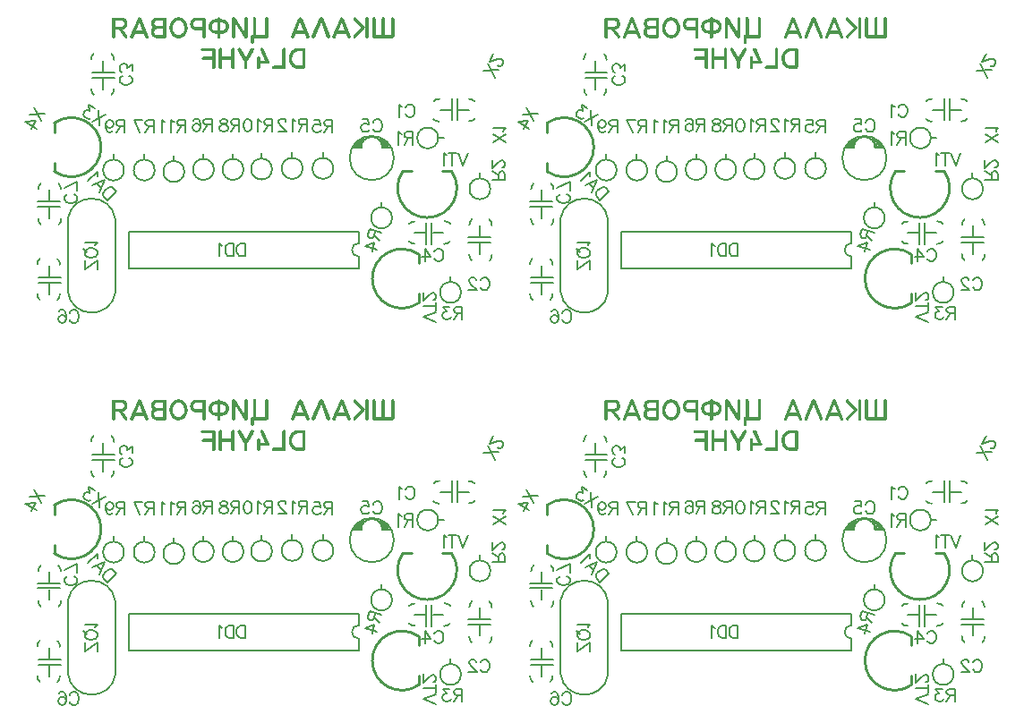
<source format=gbo>
G04*
G04 #@! TF.GenerationSoftware,Altium Limited,Altium Designer,21.0.8 (223)*
G04*
G04 Layer_Color=16777215*
%FSLAX44Y44*%
%MOMM*%
G71*
G04*
G04 #@! TF.SameCoordinates,2BC88BDB-9D38-482F-83E6-F0616D823ADE*
G04*
G04*
G04 #@! TF.FilePolarity,Positive*
G04*
G01*
G75*
%ADD22C,0.2000*%
%ADD33C,0.2500*%
G36*
X937494Y914299D02*
X937688Y914271D01*
X937883Y914216D01*
X938022Y914133D01*
X938160Y914049D01*
X938244Y913994D01*
X938299Y913966D01*
X938327Y913938D01*
X938494Y913772D01*
X938605Y913577D01*
X938688Y913383D01*
X938743Y913216D01*
X938771Y913050D01*
X938799Y912911D01*
Y912828D01*
Y912800D01*
Y895837D01*
X938771Y895615D01*
X938716Y895421D01*
X938660Y895227D01*
X938549Y895088D01*
X938466Y894949D01*
X938410Y894866D01*
X938355Y894810D01*
X938327Y894782D01*
X938133Y894643D01*
X937966Y894532D01*
X937772Y894449D01*
X937633Y894394D01*
X937494Y894366D01*
X937383Y894338D01*
X936661D01*
X936467Y894366D01*
X936217Y894477D01*
X936050Y894560D01*
X935995Y894588D01*
X935967D01*
X935801Y894699D01*
X935662Y894782D01*
X935551Y894838D01*
X935468Y894921D01*
X935384Y895004D01*
X935356Y895032D01*
X926945Y908441D01*
Y895837D01*
X926917Y895587D01*
X926889Y895338D01*
X926806Y895143D01*
X926722Y894977D01*
X926472Y894699D01*
X926195Y894532D01*
X925917Y894421D01*
X925667Y894366D01*
X925501Y894338D01*
X925445D01*
X925168Y894366D01*
X924918Y894394D01*
X924724Y894477D01*
X924557Y894560D01*
X924279Y894810D01*
X924085Y895088D01*
X923974Y895365D01*
X923918Y895615D01*
X923891Y895782D01*
Y895809D01*
Y895837D01*
Y912800D01*
X923918Y913022D01*
X923974Y913216D01*
X924029Y913411D01*
X924113Y913550D01*
X924224Y913688D01*
X924279Y913772D01*
X924335Y913827D01*
X924363Y913855D01*
X924557Y914022D01*
X924724Y914133D01*
X924918Y914216D01*
X925084Y914271D01*
X925223Y914299D01*
X925334Y914327D01*
X926028D01*
X926223Y914271D01*
X926445Y914188D01*
X926639Y914105D01*
X926695Y914049D01*
X926722D01*
X926889Y913966D01*
X927028Y913883D01*
X927194Y913744D01*
X927305Y913633D01*
X927333Y913605D01*
X935745Y900168D01*
Y912800D01*
X935773Y913078D01*
X935801Y913300D01*
X935884Y913522D01*
X935995Y913688D01*
X936217Y913966D01*
X936495Y914133D01*
X936800Y914244D01*
X937022Y914299D01*
X937216Y914327D01*
X937272D01*
X937494Y914299D01*
D02*
G37*
G36*
X471494D02*
X471688Y914271D01*
X471883Y914216D01*
X472022Y914133D01*
X472160Y914049D01*
X472244Y913994D01*
X472299Y913966D01*
X472327Y913938D01*
X472494Y913772D01*
X472605Y913577D01*
X472688Y913383D01*
X472743Y913216D01*
X472771Y913050D01*
X472799Y912911D01*
Y912828D01*
Y912800D01*
Y895837D01*
X472771Y895615D01*
X472716Y895421D01*
X472660Y895227D01*
X472549Y895088D01*
X472466Y894949D01*
X472410Y894866D01*
X472355Y894810D01*
X472327Y894782D01*
X472133Y894643D01*
X471966Y894532D01*
X471772Y894449D01*
X471633Y894394D01*
X471494Y894366D01*
X471383Y894338D01*
X470661D01*
X470467Y894366D01*
X470217Y894477D01*
X470051Y894560D01*
X469995Y894588D01*
X469967D01*
X469801Y894699D01*
X469662Y894782D01*
X469551Y894838D01*
X469468Y894921D01*
X469384Y895004D01*
X469356Y895032D01*
X460945Y908441D01*
Y895837D01*
X460917Y895587D01*
X460889Y895338D01*
X460806Y895143D01*
X460722Y894977D01*
X460472Y894699D01*
X460195Y894532D01*
X459917Y894421D01*
X459667Y894366D01*
X459501Y894338D01*
X459445D01*
X459168Y894366D01*
X458918Y894394D01*
X458723Y894477D01*
X458557Y894560D01*
X458279Y894810D01*
X458085Y895088D01*
X457974Y895365D01*
X457918Y895615D01*
X457891Y895782D01*
Y895809D01*
Y895837D01*
Y912800D01*
X457918Y913022D01*
X457974Y913216D01*
X458029Y913411D01*
X458113Y913550D01*
X458224Y913688D01*
X458279Y913772D01*
X458335Y913827D01*
X458363Y913855D01*
X458557Y914022D01*
X458723Y914133D01*
X458918Y914216D01*
X459084Y914271D01*
X459223Y914299D01*
X459334Y914327D01*
X460028D01*
X460223Y914271D01*
X460445Y914188D01*
X460639Y914105D01*
X460695Y914049D01*
X460722D01*
X460889Y913966D01*
X461028Y913883D01*
X461194Y913744D01*
X461305Y913633D01*
X461333Y913605D01*
X469745Y900168D01*
Y912800D01*
X469773Y913078D01*
X469801Y913300D01*
X469884Y913522D01*
X469995Y913688D01*
X470217Y913966D01*
X470495Y914133D01*
X470800Y914244D01*
X471022Y914299D01*
X471217Y914327D01*
X471272D01*
X471494Y914299D01*
D02*
G37*
G36*
X1067282Y914355D02*
X1067532Y914327D01*
X1067727Y914244D01*
X1067893Y914133D01*
X1068171Y913883D01*
X1068337Y913605D01*
X1068448Y913300D01*
X1068504Y913050D01*
X1068532Y912939D01*
Y912856D01*
Y912828D01*
Y912800D01*
Y897614D01*
X1074334D01*
Y912800D01*
X1074362Y913050D01*
X1074389Y913244D01*
X1074473Y913438D01*
X1074556Y913605D01*
X1074639Y913716D01*
X1074695Y913799D01*
X1074750Y913855D01*
X1074778Y913883D01*
X1074945Y914022D01*
X1075111Y914133D01*
X1075306Y914216D01*
X1075472Y914271D01*
X1075639Y914299D01*
X1075750Y914327D01*
X1075861D01*
X1076111Y914299D01*
X1076305Y914271D01*
X1076499Y914188D01*
X1076666Y914105D01*
X1076805Y914022D01*
X1076888Y913966D01*
X1076944Y913911D01*
X1076971Y913883D01*
X1077110Y913716D01*
X1077221Y913550D01*
X1077277Y913355D01*
X1077332Y913189D01*
X1077360Y913022D01*
X1077388Y912911D01*
Y912828D01*
Y912800D01*
Y896087D01*
X1077360Y895865D01*
X1077305Y895671D01*
X1077249Y895476D01*
X1077166Y895310D01*
X1077083Y895199D01*
X1076999Y895088D01*
X1076971Y895032D01*
X1076944Y895004D01*
X1076749Y894866D01*
X1076583Y894755D01*
X1076388Y894671D01*
X1076222Y894616D01*
X1076083Y894588D01*
X1075972Y894560D01*
X1058149D01*
X1057926Y894588D01*
X1057732Y894643D01*
X1057538Y894699D01*
X1057399Y894782D01*
X1057260Y894866D01*
X1057177Y894949D01*
X1057121Y894977D01*
X1057094Y895004D01*
X1056927Y895199D01*
X1056816Y895365D01*
X1056733Y895560D01*
X1056677Y895726D01*
X1056649Y895865D01*
X1056622Y895976D01*
Y896059D01*
Y896087D01*
Y912800D01*
X1056649Y913050D01*
X1056677Y913244D01*
X1056760Y913438D01*
X1056844Y913605D01*
X1056927Y913716D01*
X1056983Y913799D01*
X1057038Y913855D01*
X1057066Y913883D01*
X1057233Y914022D01*
X1057399Y914133D01*
X1057593Y914216D01*
X1057760Y914271D01*
X1057926Y914299D01*
X1058038Y914327D01*
X1058149D01*
X1058399Y914299D01*
X1058621Y914271D01*
X1058815Y914188D01*
X1058954Y914105D01*
X1059092Y914022D01*
X1059176Y913966D01*
X1059231Y913911D01*
X1059259Y913883D01*
X1059398Y913716D01*
X1059509Y913550D01*
X1059565Y913355D01*
X1059620Y913189D01*
X1059648Y913022D01*
X1059676Y912911D01*
Y912828D01*
Y912800D01*
Y897614D01*
X1065478D01*
Y912800D01*
X1065506Y913050D01*
X1065533Y913272D01*
X1065617Y913466D01*
X1065700Y913633D01*
X1065783Y913772D01*
X1065839Y913855D01*
X1065894Y913911D01*
X1065922Y913938D01*
X1066089Y914077D01*
X1066283Y914188D01*
X1066450Y914271D01*
X1066644Y914327D01*
X1066783Y914355D01*
X1066921Y914382D01*
X1067032D01*
X1067282Y914355D01*
D02*
G37*
G36*
X601282D02*
X601532Y914327D01*
X601727Y914244D01*
X601893Y914133D01*
X602171Y913883D01*
X602337Y913605D01*
X602448Y913300D01*
X602504Y913050D01*
X602532Y912939D01*
Y912856D01*
Y912828D01*
Y912800D01*
Y897614D01*
X608334D01*
Y912800D01*
X608362Y913050D01*
X608390Y913244D01*
X608473Y913438D01*
X608556Y913605D01*
X608639Y913716D01*
X608695Y913799D01*
X608750Y913855D01*
X608778Y913883D01*
X608945Y914022D01*
X609111Y914133D01*
X609306Y914216D01*
X609472Y914271D01*
X609639Y914299D01*
X609750Y914327D01*
X609861D01*
X610111Y914299D01*
X610305Y914271D01*
X610499Y914188D01*
X610666Y914105D01*
X610805Y914022D01*
X610888Y913966D01*
X610944Y913911D01*
X610971Y913883D01*
X611110Y913716D01*
X611221Y913550D01*
X611277Y913355D01*
X611332Y913189D01*
X611360Y913022D01*
X611388Y912911D01*
Y912828D01*
Y912800D01*
Y896087D01*
X611360Y895865D01*
X611305Y895671D01*
X611249Y895476D01*
X611166Y895310D01*
X611082Y895199D01*
X610999Y895088D01*
X610971Y895032D01*
X610944Y895004D01*
X610749Y894866D01*
X610583Y894755D01*
X610388Y894671D01*
X610222Y894616D01*
X610083Y894588D01*
X609972Y894560D01*
X592149D01*
X591926Y894588D01*
X591732Y894643D01*
X591538Y894699D01*
X591399Y894782D01*
X591260Y894866D01*
X591177Y894949D01*
X591121Y894977D01*
X591094Y895004D01*
X590927Y895199D01*
X590816Y895365D01*
X590733Y895560D01*
X590677Y895726D01*
X590649Y895865D01*
X590622Y895976D01*
Y896059D01*
Y896087D01*
Y912800D01*
X590649Y913050D01*
X590677Y913244D01*
X590760Y913438D01*
X590844Y913605D01*
X590927Y913716D01*
X590983Y913799D01*
X591038Y913855D01*
X591066Y913883D01*
X591232Y914022D01*
X591399Y914133D01*
X591593Y914216D01*
X591760Y914271D01*
X591926Y914299D01*
X592038Y914327D01*
X592149D01*
X592398Y914299D01*
X592621Y914271D01*
X592815Y914188D01*
X592954Y914105D01*
X593092Y914022D01*
X593176Y913966D01*
X593231Y913911D01*
X593259Y913883D01*
X593398Y913716D01*
X593509Y913550D01*
X593564Y913355D01*
X593620Y913189D01*
X593648Y913022D01*
X593675Y912911D01*
Y912828D01*
Y912800D01*
Y897614D01*
X599478D01*
Y912800D01*
X599506Y913050D01*
X599533Y913272D01*
X599617Y913466D01*
X599700Y913633D01*
X599783Y913772D01*
X599839Y913855D01*
X599894Y913911D01*
X599922Y913938D01*
X600089Y914077D01*
X600283Y914188D01*
X600449Y914271D01*
X600644Y914327D01*
X600783Y914355D01*
X600922Y914382D01*
X601032D01*
X601282Y914355D01*
D02*
G37*
G36*
X956983Y914549D02*
X957233Y914521D01*
X957427Y914438D01*
X957594Y914327D01*
X957872Y914105D01*
X958038Y913827D01*
X958149Y913522D01*
X958205Y913300D01*
X958232Y913105D01*
Y913078D01*
Y913050D01*
Y896087D01*
X958205Y895865D01*
X958149Y895671D01*
X958094Y895476D01*
X958010Y895310D01*
X957927Y895199D01*
X957844Y895088D01*
X957816Y895032D01*
X957788Y895004D01*
X957622Y894866D01*
X957427Y894754D01*
X957261Y894671D01*
X957094Y894616D01*
X956955Y894588D01*
X956844Y894560D01*
X944823D01*
Y890896D01*
X944796Y890646D01*
X944768Y890451D01*
X944685Y890257D01*
X944601Y890090D01*
X944546Y889952D01*
X944462Y889868D01*
X944435Y889813D01*
X944407Y889785D01*
X944240Y889619D01*
X944046Y889508D01*
X943879Y889424D01*
X943685Y889369D01*
X943546Y889341D01*
X943408Y889313D01*
X943296D01*
X943019Y889341D01*
X942797Y889369D01*
X942575Y889452D01*
X942408Y889563D01*
X942130Y889813D01*
X941964Y890118D01*
X941853Y890396D01*
X941797Y890646D01*
X941769Y890757D01*
Y890840D01*
Y890868D01*
Y890896D01*
Y896087D01*
X941797Y896365D01*
X941853Y896587D01*
X941936Y896809D01*
X942047Y896975D01*
X942353Y897253D01*
X942686Y897420D01*
X943019Y897531D01*
X943324Y897586D01*
X943435Y897614D01*
X943602D01*
Y913050D01*
X943630Y913300D01*
X943657Y913522D01*
X943741Y913716D01*
X943824Y913855D01*
X943907Y913994D01*
X943963Y914077D01*
X944018Y914133D01*
X944046Y914160D01*
X944213Y914299D01*
X944379Y914410D01*
X944574Y914466D01*
X944740Y914521D01*
X944907Y914549D01*
X945018Y914577D01*
X945129D01*
X945406Y914549D01*
X945628Y914521D01*
X945823Y914438D01*
X946017Y914327D01*
X946295Y914105D01*
X946461Y913827D01*
X946572Y913522D01*
X946628Y913300D01*
X946656Y913105D01*
Y913078D01*
Y913050D01*
Y897614D01*
X955179D01*
Y913050D01*
X955206Y913300D01*
X955234Y913522D01*
X955317Y913716D01*
X955401Y913855D01*
X955484Y913994D01*
X955539Y914077D01*
X955595Y914133D01*
X955623Y914160D01*
X955789Y914299D01*
X955984Y914410D01*
X956150Y914466D01*
X956345Y914521D01*
X956484Y914549D01*
X956622Y914577D01*
X956733D01*
X956983Y914549D01*
D02*
G37*
G36*
X490983D02*
X491233Y914521D01*
X491427Y914438D01*
X491594Y914327D01*
X491872Y914105D01*
X492038Y913827D01*
X492149Y913522D01*
X492205Y913300D01*
X492233Y913105D01*
Y913078D01*
Y913050D01*
Y896087D01*
X492205Y895865D01*
X492149Y895671D01*
X492094Y895476D01*
X492010Y895310D01*
X491927Y895199D01*
X491844Y895088D01*
X491816Y895032D01*
X491788Y895004D01*
X491622Y894866D01*
X491427Y894754D01*
X491261Y894671D01*
X491094Y894616D01*
X490955Y894588D01*
X490844Y894560D01*
X478823D01*
Y890896D01*
X478796Y890646D01*
X478768Y890451D01*
X478685Y890257D01*
X478601Y890090D01*
X478546Y889952D01*
X478462Y889868D01*
X478435Y889813D01*
X478407Y889785D01*
X478240Y889619D01*
X478046Y889508D01*
X477879Y889424D01*
X477685Y889369D01*
X477546Y889341D01*
X477407Y889313D01*
X477296D01*
X477019Y889341D01*
X476797Y889369D01*
X476575Y889452D01*
X476408Y889563D01*
X476130Y889813D01*
X475964Y890118D01*
X475853Y890396D01*
X475797Y890646D01*
X475770Y890757D01*
Y890840D01*
Y890868D01*
Y890896D01*
Y896087D01*
X475797Y896365D01*
X475853Y896587D01*
X475936Y896809D01*
X476047Y896975D01*
X476353Y897253D01*
X476686Y897420D01*
X477019Y897531D01*
X477324Y897586D01*
X477435Y897614D01*
X477602D01*
Y913050D01*
X477630Y913300D01*
X477657Y913522D01*
X477741Y913716D01*
X477824Y913855D01*
X477907Y913994D01*
X477963Y914077D01*
X478018Y914133D01*
X478046Y914160D01*
X478213Y914299D01*
X478379Y914410D01*
X478573Y914466D01*
X478740Y914521D01*
X478907Y914549D01*
X479018Y914577D01*
X479129D01*
X479406Y914549D01*
X479628Y914521D01*
X479823Y914438D01*
X480017Y914327D01*
X480295Y914105D01*
X480461Y913827D01*
X480572Y913522D01*
X480628Y913300D01*
X480656Y913105D01*
Y913078D01*
Y913050D01*
Y897614D01*
X489179D01*
Y913050D01*
X489206Y913300D01*
X489234Y913522D01*
X489317Y913716D01*
X489401Y913855D01*
X489484Y913994D01*
X489539Y914077D01*
X489595Y914133D01*
X489623Y914160D01*
X489789Y914299D01*
X489984Y914410D01*
X490150Y914466D01*
X490345Y914521D01*
X490483Y914549D01*
X490622Y914577D01*
X490733D01*
X490983Y914549D01*
D02*
G37*
G36*
X860565Y914049D02*
X860759Y913994D01*
X860954Y913938D01*
X861120Y913855D01*
X861231Y913744D01*
X861342Y913688D01*
X861398Y913633D01*
X861426Y913605D01*
X861564Y913438D01*
X861675Y913244D01*
X861759Y913078D01*
X861814Y912911D01*
X861842Y912772D01*
X861870Y912661D01*
Y912578D01*
Y912550D01*
Y896087D01*
X861842Y895865D01*
X861787Y895671D01*
X861731Y895476D01*
X861648Y895310D01*
X861564Y895199D01*
X861481Y895088D01*
X861453Y895032D01*
X861426Y895004D01*
X861231Y894866D01*
X861065Y894754D01*
X860870Y894671D01*
X860704Y894616D01*
X860565Y894588D01*
X860454Y894560D01*
X852931D01*
X852458Y894588D01*
X852042Y894643D01*
X851626Y894699D01*
X851237Y894810D01*
X850515Y895088D01*
X850210Y895227D01*
X849904Y895393D01*
X849654Y895532D01*
X849432Y895671D01*
X849238Y895809D01*
X849072Y895948D01*
X848933Y896059D01*
X848849Y896115D01*
X848794Y896170D01*
X848766Y896198D01*
X848461Y896531D01*
X848211Y896864D01*
X847989Y897198D01*
X847794Y897559D01*
X847628Y897892D01*
X847517Y898253D01*
X847295Y898919D01*
X847239Y899196D01*
X847184Y899474D01*
X847156Y899724D01*
X847128Y899946D01*
X847100Y900113D01*
Y900251D01*
Y900335D01*
Y900362D01*
X847128Y900862D01*
X847184Y901306D01*
X847267Y901751D01*
X847406Y902167D01*
X847545Y902556D01*
X847683Y902917D01*
X847878Y903250D01*
X848044Y903555D01*
X848211Y903805D01*
X848377Y904055D01*
X848544Y904249D01*
X848683Y904416D01*
X848822Y904555D01*
X848905Y904638D01*
X848960Y904693D01*
X848988Y904721D01*
X848711Y905026D01*
X848433Y905360D01*
X848239Y905665D01*
X848044Y905998D01*
X847878Y906331D01*
X847739Y906665D01*
X847545Y907247D01*
X847433Y907775D01*
X847406Y907997D01*
X847378Y908191D01*
X847350Y908358D01*
Y908469D01*
Y908552D01*
Y908580D01*
X847378Y908997D01*
X847406Y909413D01*
X847489Y909774D01*
X847600Y910163D01*
X847850Y910801D01*
X848155Y911384D01*
X848294Y911634D01*
X848461Y911828D01*
X848599Y912023D01*
X848711Y912189D01*
X848822Y912300D01*
X848877Y912383D01*
X848933Y912439D01*
X848960Y912467D01*
X849266Y912744D01*
X849599Y912994D01*
X849904Y913216D01*
X850238Y913411D01*
X850571Y913549D01*
X850904Y913688D01*
X851515Y913883D01*
X852042Y913994D01*
X852264Y914022D01*
X852458Y914049D01*
X852625Y914077D01*
X860343D01*
X860565Y914049D01*
D02*
G37*
G36*
X394565D02*
X394759Y913994D01*
X394954Y913938D01*
X395120Y913855D01*
X395231Y913744D01*
X395342Y913688D01*
X395398Y913633D01*
X395426Y913605D01*
X395564Y913438D01*
X395676Y913244D01*
X395759Y913078D01*
X395814Y912911D01*
X395842Y912772D01*
X395870Y912661D01*
Y912578D01*
Y912550D01*
Y896087D01*
X395842Y895865D01*
X395787Y895671D01*
X395731Y895476D01*
X395648Y895310D01*
X395564Y895199D01*
X395481Y895088D01*
X395453Y895032D01*
X395426Y895004D01*
X395231Y894866D01*
X395065Y894754D01*
X394870Y894671D01*
X394704Y894616D01*
X394565Y894588D01*
X394454Y894560D01*
X386930D01*
X386459Y894588D01*
X386042Y894643D01*
X385626Y894699D01*
X385237Y894810D01*
X384515Y895088D01*
X384210Y895227D01*
X383904Y895393D01*
X383655Y895532D01*
X383432Y895671D01*
X383238Y895809D01*
X383072Y895948D01*
X382933Y896059D01*
X382849Y896115D01*
X382794Y896170D01*
X382766Y896198D01*
X382461Y896531D01*
X382211Y896864D01*
X381989Y897198D01*
X381794Y897559D01*
X381628Y897892D01*
X381517Y898253D01*
X381295Y898919D01*
X381239Y899196D01*
X381184Y899474D01*
X381156Y899724D01*
X381128Y899946D01*
X381100Y900113D01*
Y900251D01*
Y900335D01*
Y900362D01*
X381128Y900862D01*
X381184Y901306D01*
X381267Y901751D01*
X381406Y902167D01*
X381545Y902556D01*
X381683Y902917D01*
X381878Y903250D01*
X382044Y903555D01*
X382211Y903805D01*
X382377Y904055D01*
X382544Y904249D01*
X382683Y904416D01*
X382822Y904555D01*
X382905Y904638D01*
X382960Y904693D01*
X382988Y904721D01*
X382711Y905026D01*
X382433Y905360D01*
X382239Y905665D01*
X382044Y905998D01*
X381878Y906331D01*
X381739Y906665D01*
X381545Y907247D01*
X381433Y907775D01*
X381406Y907997D01*
X381378Y908191D01*
X381350Y908358D01*
Y908469D01*
Y908552D01*
Y908580D01*
X381378Y908997D01*
X381406Y909413D01*
X381489Y909774D01*
X381600Y910163D01*
X381850Y910801D01*
X382155Y911384D01*
X382294Y911634D01*
X382461Y911828D01*
X382599Y912023D01*
X382711Y912189D01*
X382822Y912300D01*
X382877Y912383D01*
X382933Y912439D01*
X382960Y912467D01*
X383266Y912744D01*
X383599Y912994D01*
X383904Y913216D01*
X384238Y913411D01*
X384571Y913549D01*
X384904Y913688D01*
X385515Y913883D01*
X386042Y913994D01*
X386264Y914022D01*
X386459Y914049D01*
X386625Y914077D01*
X394343D01*
X394565Y914049D01*
D02*
G37*
G36*
X1051791Y914299D02*
X1051985Y914271D01*
X1052291Y914133D01*
X1052430Y914049D01*
X1052513Y913994D01*
X1052568Y913966D01*
X1052596Y913938D01*
X1052763Y913772D01*
X1052874Y913577D01*
X1052985Y913383D01*
X1053040Y913216D01*
X1053068Y913050D01*
X1053096Y912911D01*
Y912828D01*
Y912800D01*
Y895837D01*
X1053068Y895587D01*
X1053013Y895365D01*
X1052929Y895171D01*
X1052846Y895004D01*
X1052763Y894866D01*
X1052680Y894782D01*
X1052624Y894727D01*
X1052596Y894699D01*
X1052430Y894588D01*
X1052235Y894505D01*
X1051902Y894394D01*
X1051763Y894366D01*
X1051652Y894338D01*
X1051569D01*
X1051347Y894366D01*
X1051153Y894394D01*
X1050847Y894532D01*
X1050708Y894588D01*
X1050625Y894643D01*
X1050570Y894671D01*
X1050542Y894699D01*
X1050375Y894866D01*
X1050264Y895060D01*
X1050153Y895254D01*
X1050098Y895449D01*
X1050070Y895587D01*
X1050042Y895726D01*
Y895809D01*
Y895837D01*
Y912800D01*
X1050070Y913050D01*
X1050125Y913272D01*
X1050209Y913466D01*
X1050292Y913633D01*
X1050375Y913772D01*
X1050459Y913855D01*
X1050514Y913911D01*
X1050542Y913938D01*
X1050708Y914077D01*
X1050875Y914160D01*
X1051208Y914271D01*
X1051347Y914299D01*
X1051458Y914327D01*
X1051569D01*
X1051791Y914299D01*
D02*
G37*
G36*
X585791D02*
X585985Y914271D01*
X586291Y914133D01*
X586430Y914049D01*
X586513Y913994D01*
X586568Y913966D01*
X586596Y913938D01*
X586763Y913772D01*
X586874Y913577D01*
X586985Y913383D01*
X587040Y913216D01*
X587068Y913050D01*
X587096Y912911D01*
Y912828D01*
Y912800D01*
Y895837D01*
X587068Y895587D01*
X587013Y895365D01*
X586929Y895171D01*
X586846Y895004D01*
X586763Y894866D01*
X586679Y894782D01*
X586624Y894727D01*
X586596Y894699D01*
X586430Y894588D01*
X586235Y894505D01*
X585902Y894394D01*
X585763Y894366D01*
X585652Y894338D01*
X585569D01*
X585347Y894366D01*
X585153Y894394D01*
X584847Y894532D01*
X584708Y894588D01*
X584625Y894643D01*
X584570Y894671D01*
X584542Y894699D01*
X584375Y894866D01*
X584264Y895060D01*
X584153Y895254D01*
X584098Y895449D01*
X584070Y895587D01*
X584042Y895726D01*
Y895809D01*
Y895837D01*
Y912800D01*
X584070Y913050D01*
X584125Y913272D01*
X584209Y913466D01*
X584292Y913633D01*
X584375Y913772D01*
X584459Y913855D01*
X584514Y913911D01*
X584542Y913938D01*
X584708Y914077D01*
X584875Y914160D01*
X585208Y914271D01*
X585347Y914299D01*
X585458Y914327D01*
X585569D01*
X585791Y914299D01*
D02*
G37*
G36*
X1040214D02*
X1040409Y914271D01*
X1040603Y914188D01*
X1040770Y914105D01*
X1040908Y914022D01*
X1040992Y913966D01*
X1041047Y913911D01*
X1041075Y913883D01*
X1049015Y905665D01*
X1049154Y905499D01*
X1049265Y905304D01*
X1049348Y905138D01*
X1049404Y904971D01*
X1049431Y904832D01*
X1049459Y904721D01*
Y904638D01*
Y904610D01*
X1049431Y904388D01*
X1049404Y904221D01*
X1049237Y903888D01*
X1049181Y903777D01*
X1049098Y903694D01*
X1049070Y903639D01*
X1049043Y903611D01*
X1041103Y894838D01*
X1040936Y894671D01*
X1040742Y894560D01*
X1040547Y894449D01*
X1040353Y894394D01*
X1040214Y894366D01*
X1040075Y894338D01*
X1039964D01*
X1039742Y894366D01*
X1039548Y894394D01*
X1039354Y894477D01*
X1039215Y894560D01*
X1039076Y894616D01*
X1038993Y894699D01*
X1038937Y894727D01*
X1038909Y894755D01*
X1038771Y894921D01*
X1038660Y895116D01*
X1038576Y895282D01*
X1038521Y895476D01*
X1038493Y895615D01*
X1038465Y895726D01*
Y895809D01*
Y895837D01*
X1038493Y896059D01*
X1038521Y896254D01*
X1038576Y896420D01*
X1038660Y896587D01*
X1038743Y896698D01*
X1038798Y896781D01*
X1038826Y896837D01*
X1038854Y896864D01*
X1045850Y904582D01*
X1038882Y911745D01*
X1038743Y911912D01*
X1038632Y912106D01*
X1038576Y912272D01*
X1038521Y912439D01*
X1038493Y912578D01*
X1038465Y912689D01*
Y912772D01*
Y912800D01*
X1038493Y913022D01*
X1038521Y913244D01*
X1038604Y913411D01*
X1038687Y913577D01*
X1038771Y913716D01*
X1038826Y913799D01*
X1038882Y913855D01*
X1038909Y913883D01*
X1039076Y914022D01*
X1039270Y914133D01*
X1039437Y914216D01*
X1039604Y914271D01*
X1039742Y914299D01*
X1039853Y914327D01*
X1039964D01*
X1040214Y914299D01*
D02*
G37*
G36*
X574214D02*
X574409Y914271D01*
X574603Y914188D01*
X574770Y914105D01*
X574908Y914022D01*
X574992Y913966D01*
X575047Y913911D01*
X575075Y913883D01*
X583015Y905665D01*
X583154Y905499D01*
X583265Y905304D01*
X583348Y905138D01*
X583404Y904971D01*
X583431Y904832D01*
X583459Y904721D01*
Y904638D01*
Y904610D01*
X583431Y904388D01*
X583404Y904221D01*
X583237Y903888D01*
X583181Y903777D01*
X583098Y903694D01*
X583070Y903639D01*
X583043Y903611D01*
X575103Y894838D01*
X574936Y894671D01*
X574742Y894560D01*
X574547Y894449D01*
X574353Y894394D01*
X574214Y894366D01*
X574075Y894338D01*
X573964D01*
X573742Y894366D01*
X573548Y894394D01*
X573354Y894477D01*
X573215Y894560D01*
X573076Y894616D01*
X572993Y894699D01*
X572937Y894727D01*
X572909Y894755D01*
X572771Y894921D01*
X572660Y895116D01*
X572576Y895282D01*
X572521Y895476D01*
X572493Y895615D01*
X572465Y895726D01*
Y895809D01*
Y895837D01*
X572493Y896059D01*
X572521Y896254D01*
X572576Y896420D01*
X572660Y896587D01*
X572743Y896698D01*
X572798Y896781D01*
X572826Y896837D01*
X572854Y896864D01*
X579850Y904582D01*
X572882Y911745D01*
X572743Y911912D01*
X572632Y912106D01*
X572576Y912272D01*
X572521Y912439D01*
X572493Y912578D01*
X572465Y912689D01*
Y912772D01*
Y912800D01*
X572493Y913022D01*
X572521Y913244D01*
X572604Y913411D01*
X572687Y913577D01*
X572771Y913716D01*
X572826Y913799D01*
X572882Y913855D01*
X572909Y913883D01*
X573076Y914022D01*
X573270Y914133D01*
X573437Y914216D01*
X573604Y914271D01*
X573742Y914299D01*
X573853Y914327D01*
X573964D01*
X574214Y914299D01*
D02*
G37*
G36*
X1008704Y914327D02*
X1008843Y914299D01*
X1009093Y914188D01*
X1009232Y914105D01*
X1009315Y914049D01*
X1009370Y914022D01*
X1009398Y913994D01*
X1009565Y913883D01*
X1009704Y913744D01*
X1009870Y913550D01*
X1009981Y913411D01*
X1010009Y913383D01*
Y913355D01*
X1016589Y896393D01*
X1016644Y896170D01*
X1016672Y895976D01*
Y895837D01*
Y895809D01*
Y895782D01*
X1016644Y895560D01*
X1016589Y895365D01*
X1016533Y895199D01*
X1016422Y895032D01*
X1016339Y894921D01*
X1016283Y894838D01*
X1016228Y894782D01*
X1016200Y894755D01*
X1016006Y894616D01*
X1015839Y894505D01*
X1015645Y894449D01*
X1015478Y894394D01*
X1015312Y894366D01*
X1015201Y894338D01*
X1015089D01*
X1014756Y894394D01*
X1014479Y894505D01*
X1014229Y894643D01*
X1014035Y894838D01*
X1013896Y895004D01*
X1013812Y895171D01*
X1013757Y895282D01*
X1013729Y895310D01*
X1008204Y909496D01*
X1002180Y895254D01*
X1002013Y894949D01*
X1001791Y894727D01*
X1001569Y894560D01*
X1001347Y894449D01*
X1001153Y894394D01*
X1000986Y894366D01*
X1000847Y894338D01*
X1000820D01*
X1000598Y894366D01*
X1000376Y894394D01*
X1000181Y894477D01*
X1000015Y894560D01*
X999903Y894616D01*
X999792Y894699D01*
X999737Y894727D01*
X999709Y894754D01*
X999543Y894921D01*
X999432Y895116D01*
X999348Y895282D01*
X999293Y895449D01*
X999265Y895587D01*
X999237Y895698D01*
Y895782D01*
Y895809D01*
X999265Y896059D01*
X999293Y896254D01*
X999321Y896393D01*
X999348Y896448D01*
X1006539Y913411D01*
X1006594Y913522D01*
X1006705Y913633D01*
X1006900Y913827D01*
X1007094Y913966D01*
X1007150Y914022D01*
X1007177D01*
X1007344Y914133D01*
X1007510Y914216D01*
X1007732Y914327D01*
X1007899Y914355D01*
X1008565D01*
X1008704Y914327D01*
D02*
G37*
G36*
X542704D02*
X542843Y914299D01*
X543093Y914188D01*
X543232Y914105D01*
X543315Y914049D01*
X543370Y914022D01*
X543398Y913994D01*
X543565Y913883D01*
X543704Y913744D01*
X543870Y913550D01*
X543981Y913411D01*
X544009Y913383D01*
Y913355D01*
X550589Y896393D01*
X550644Y896170D01*
X550672Y895976D01*
Y895837D01*
Y895809D01*
Y895782D01*
X550644Y895560D01*
X550589Y895365D01*
X550533Y895199D01*
X550422Y895032D01*
X550339Y894921D01*
X550283Y894838D01*
X550228Y894782D01*
X550200Y894755D01*
X550006Y894616D01*
X549839Y894505D01*
X549645Y894449D01*
X549478Y894394D01*
X549312Y894366D01*
X549201Y894338D01*
X549090D01*
X548756Y894394D01*
X548479Y894505D01*
X548229Y894643D01*
X548035Y894838D01*
X547896Y895004D01*
X547812Y895171D01*
X547757Y895282D01*
X547729Y895310D01*
X542204Y909496D01*
X536180Y895254D01*
X536013Y894949D01*
X535791Y894727D01*
X535569Y894560D01*
X535347Y894449D01*
X535153Y894394D01*
X534986Y894366D01*
X534847Y894338D01*
X534820D01*
X534598Y894366D01*
X534375Y894394D01*
X534181Y894477D01*
X534015Y894560D01*
X533904Y894616D01*
X533792Y894699D01*
X533737Y894727D01*
X533709Y894754D01*
X533543Y894921D01*
X533432Y895116D01*
X533348Y895282D01*
X533293Y895449D01*
X533265Y895587D01*
X533237Y895698D01*
Y895782D01*
Y895809D01*
X533265Y896059D01*
X533293Y896254D01*
X533321Y896393D01*
X533348Y896448D01*
X540539Y913411D01*
X540594Y913522D01*
X540705Y913633D01*
X540900Y913827D01*
X541094Y913966D01*
X541149Y914022D01*
X541177D01*
X541344Y914133D01*
X541510Y914216D01*
X541732Y914327D01*
X541899Y914355D01*
X542565D01*
X542704Y914327D01*
D02*
G37*
G36*
X911620Y914299D02*
X911842Y914271D01*
X912036Y914188D01*
X912231Y914077D01*
X912508Y913855D01*
X912675Y913577D01*
X912786Y913272D01*
X912841Y913050D01*
X912869Y912856D01*
Y912828D01*
Y912800D01*
Y912495D01*
X914229D01*
X914757Y912467D01*
X915257Y912411D01*
X915729Y912300D01*
X916173Y912189D01*
X916617Y912023D01*
X917006Y911856D01*
X917394Y911662D01*
X917727Y911495D01*
X918033Y911301D01*
X918283Y911106D01*
X918532Y910940D01*
X918727Y910773D01*
X918893Y910662D01*
X919005Y910551D01*
X919060Y910496D01*
X919088Y910468D01*
X919449Y910079D01*
X919754Y909691D01*
X920032Y909274D01*
X920254Y908858D01*
X920448Y908441D01*
X920615Y908053D01*
X920753Y907664D01*
X920865Y907275D01*
X920948Y906942D01*
X921003Y906609D01*
X921059Y906331D01*
X921087Y906081D01*
Y905887D01*
X921114Y905748D01*
Y905637D01*
Y905610D01*
X921087Y905082D01*
X921031Y904582D01*
X920920Y904110D01*
X920809Y903666D01*
X920642Y903222D01*
X920476Y902833D01*
X920282Y902445D01*
X920087Y902112D01*
X919921Y901806D01*
X919726Y901528D01*
X919560Y901279D01*
X919393Y901084D01*
X919282Y900946D01*
X919171Y900807D01*
X919116Y900751D01*
X919088Y900723D01*
X918699Y900362D01*
X918283Y900057D01*
X917894Y899780D01*
X917478Y899557D01*
X917061Y899363D01*
X916673Y899196D01*
X916256Y899058D01*
X915895Y898947D01*
X915562Y898863D01*
X915229Y898808D01*
X914951Y898752D01*
X914701Y898725D01*
X914507D01*
X914340Y898697D01*
X912869D01*
Y895837D01*
X912841Y895587D01*
X912813Y895338D01*
X912730Y895143D01*
X912619Y894977D01*
X912397Y894699D01*
X912092Y894532D01*
X911814Y894421D01*
X911592Y894366D01*
X911398Y894338D01*
X911342D01*
X911065Y894366D01*
X910842Y894394D01*
X910620Y894477D01*
X910454Y894560D01*
X910176Y894810D01*
X910010Y895088D01*
X909899Y895365D01*
X909843Y895615D01*
X909815Y895782D01*
Y895809D01*
Y895837D01*
Y898697D01*
X909066Y898752D01*
X908372Y898836D01*
X907705Y898947D01*
X907094Y899085D01*
X906512Y899252D01*
X905984Y899446D01*
X905512Y899669D01*
X905040Y899918D01*
X904624Y900168D01*
X904235Y900446D01*
X903902Y900723D01*
X903569Y901029D01*
X903291Y901334D01*
X903041Y901640D01*
X902597Y902278D01*
X902264Y902889D01*
X902014Y903500D01*
X901820Y904055D01*
X901709Y904582D01*
X901625Y904999D01*
X901598Y905165D01*
Y905332D01*
X901570Y905443D01*
Y905526D01*
Y905582D01*
Y905610D01*
X901598Y906137D01*
X901653Y906637D01*
X901764Y907109D01*
X901903Y907553D01*
X902042Y907997D01*
X902208Y908386D01*
X902403Y908774D01*
X902597Y909108D01*
X902791Y909413D01*
X902986Y909691D01*
X903152Y909913D01*
X903291Y910107D01*
X903430Y910274D01*
X903541Y910385D01*
X903596Y910440D01*
X903624Y910468D01*
X904013Y910829D01*
X904402Y911134D01*
X904818Y911412D01*
X905234Y911634D01*
X905651Y911828D01*
X906040Y911995D01*
X906428Y912134D01*
X906817Y912245D01*
X907150Y912328D01*
X907483Y912383D01*
X907761Y912439D01*
X908011Y912467D01*
X908205Y912495D01*
X909815D01*
Y912800D01*
X909843Y913050D01*
X909899Y913272D01*
X909954Y913466D01*
X910037Y913633D01*
X910148Y913772D01*
X910204Y913855D01*
X910259Y913911D01*
X910287Y913938D01*
X910454Y914077D01*
X910648Y914160D01*
X910981Y914271D01*
X911120Y914299D01*
X911231Y914327D01*
X911342D01*
X911620Y914299D01*
D02*
G37*
G36*
X445620D02*
X445842Y914271D01*
X446036Y914188D01*
X446231Y914077D01*
X446508Y913855D01*
X446675Y913577D01*
X446786Y913272D01*
X446841Y913050D01*
X446869Y912856D01*
Y912828D01*
Y912800D01*
Y912495D01*
X448229D01*
X448757Y912467D01*
X449257Y912411D01*
X449729Y912300D01*
X450173Y912189D01*
X450617Y912023D01*
X451006Y911856D01*
X451394Y911662D01*
X451727Y911495D01*
X452033Y911301D01*
X452283Y911106D01*
X452533Y910940D01*
X452727Y910773D01*
X452893Y910662D01*
X453004Y910551D01*
X453060Y910496D01*
X453088Y910468D01*
X453449Y910079D01*
X453754Y909691D01*
X454032Y909274D01*
X454254Y908858D01*
X454448Y908441D01*
X454615Y908053D01*
X454753Y907664D01*
X454865Y907275D01*
X454948Y906942D01*
X455003Y906609D01*
X455059Y906331D01*
X455087Y906081D01*
Y905887D01*
X455114Y905748D01*
Y905637D01*
Y905610D01*
X455087Y905082D01*
X455031Y904582D01*
X454920Y904110D01*
X454809Y903666D01*
X454642Y903222D01*
X454476Y902833D01*
X454282Y902445D01*
X454087Y902112D01*
X453921Y901806D01*
X453726Y901528D01*
X453560Y901279D01*
X453393Y901084D01*
X453282Y900946D01*
X453171Y900807D01*
X453116Y900751D01*
X453088Y900723D01*
X452699Y900362D01*
X452283Y900057D01*
X451894Y899780D01*
X451478Y899557D01*
X451061Y899363D01*
X450672Y899196D01*
X450256Y899058D01*
X449895Y898947D01*
X449562Y898863D01*
X449229Y898808D01*
X448951Y898752D01*
X448701Y898725D01*
X448507D01*
X448340Y898697D01*
X446869D01*
Y895837D01*
X446841Y895587D01*
X446814Y895338D01*
X446730Y895143D01*
X446619Y894977D01*
X446397Y894699D01*
X446092Y894532D01*
X445814Y894421D01*
X445592Y894366D01*
X445398Y894338D01*
X445342D01*
X445065Y894366D01*
X444842Y894394D01*
X444620Y894477D01*
X444454Y894560D01*
X444176Y894810D01*
X444010Y895088D01*
X443899Y895365D01*
X443843Y895615D01*
X443815Y895782D01*
Y895809D01*
Y895837D01*
Y898697D01*
X443066Y898752D01*
X442372Y898836D01*
X441705Y898947D01*
X441095Y899085D01*
X440512Y899252D01*
X439984Y899446D01*
X439512Y899669D01*
X439040Y899918D01*
X438624Y900168D01*
X438235Y900446D01*
X437902Y900723D01*
X437569Y901029D01*
X437291Y901334D01*
X437041Y901640D01*
X436597Y902278D01*
X436264Y902889D01*
X436014Y903500D01*
X435820Y904055D01*
X435709Y904582D01*
X435625Y904999D01*
X435598Y905165D01*
Y905332D01*
X435570Y905443D01*
Y905526D01*
Y905582D01*
Y905610D01*
X435598Y906137D01*
X435653Y906637D01*
X435764Y907109D01*
X435903Y907553D01*
X436042Y907997D01*
X436208Y908386D01*
X436403Y908774D01*
X436597Y909108D01*
X436791Y909413D01*
X436986Y909691D01*
X437152Y909913D01*
X437291Y910107D01*
X437430Y910274D01*
X437541Y910385D01*
X437597Y910440D01*
X437624Y910468D01*
X438013Y910829D01*
X438402Y911134D01*
X438818Y911412D01*
X439234Y911634D01*
X439651Y911828D01*
X440039Y911995D01*
X440428Y912134D01*
X440817Y912245D01*
X441150Y912328D01*
X441483Y912383D01*
X441761Y912439D01*
X442011Y912467D01*
X442205Y912495D01*
X443815D01*
Y912800D01*
X443843Y913050D01*
X443899Y913272D01*
X443954Y913466D01*
X444037Y913633D01*
X444148Y913772D01*
X444204Y913855D01*
X444259Y913911D01*
X444287Y913938D01*
X444454Y914077D01*
X444648Y914160D01*
X444981Y914271D01*
X445120Y914299D01*
X445231Y914327D01*
X445342D01*
X445620Y914299D01*
D02*
G37*
G36*
X897655Y914049D02*
X897850Y913994D01*
X898044Y913938D01*
X898211Y913855D01*
X898322Y913744D01*
X898433Y913688D01*
X898488Y913633D01*
X898516Y913605D01*
X898655Y913438D01*
X898766Y913244D01*
X898849Y913078D01*
X898905Y912911D01*
X898932Y912772D01*
X898960Y912661D01*
Y912578D01*
Y912550D01*
Y895837D01*
X898932Y895587D01*
X898905Y895338D01*
X898821Y895143D01*
X898710Y894977D01*
X898488Y894699D01*
X898183Y894532D01*
X897905Y894421D01*
X897683Y894366D01*
X897489Y894338D01*
X897433D01*
X897156Y894366D01*
X896934Y894394D01*
X896739Y894477D01*
X896573Y894560D01*
X896295Y894810D01*
X896128Y895088D01*
X896017Y895365D01*
X895962Y895615D01*
X895934Y895782D01*
Y895809D01*
Y895837D01*
Y901751D01*
X890382D01*
X889882Y901778D01*
X889410Y901834D01*
X888966Y901917D01*
X888549Y902028D01*
X888161Y902167D01*
X887800Y902306D01*
X887467Y902472D01*
X887161Y902639D01*
X886884Y902778D01*
X886634Y902944D01*
X886439Y903083D01*
X886245Y903222D01*
X886106Y903333D01*
X886023Y903416D01*
X885967Y903472D01*
X885940Y903500D01*
X885634Y903833D01*
X885357Y904194D01*
X885135Y904555D01*
X884940Y904915D01*
X884746Y905304D01*
X884607Y905665D01*
X884413Y906359D01*
X884330Y906692D01*
X884274Y906970D01*
X884246Y907247D01*
X884218Y907470D01*
X884191Y907664D01*
Y907803D01*
Y907886D01*
Y907914D01*
X884218Y908414D01*
X884274Y908858D01*
X884357Y909302D01*
X884468Y909718D01*
X884607Y910107D01*
X884746Y910496D01*
X884912Y910829D01*
X885051Y911134D01*
X885218Y911384D01*
X885385Y911634D01*
X885523Y911828D01*
X885662Y912023D01*
X885773Y912161D01*
X885856Y912245D01*
X885912Y912300D01*
X885940Y912328D01*
X886273Y912633D01*
X886634Y912911D01*
X886995Y913133D01*
X887383Y913327D01*
X887744Y913522D01*
X888105Y913661D01*
X888827Y913855D01*
X889132Y913938D01*
X889438Y913994D01*
X889715Y914022D01*
X889938Y914049D01*
X890132Y914077D01*
X897433D01*
X897655Y914049D01*
D02*
G37*
G36*
X431655D02*
X431850Y913994D01*
X432044Y913938D01*
X432211Y913855D01*
X432322Y913744D01*
X432433Y913688D01*
X432488Y913633D01*
X432516Y913605D01*
X432655Y913438D01*
X432766Y913244D01*
X432849Y913078D01*
X432905Y912911D01*
X432932Y912772D01*
X432960Y912661D01*
Y912578D01*
Y912550D01*
Y895837D01*
X432932Y895587D01*
X432905Y895338D01*
X432821Y895143D01*
X432710Y894977D01*
X432488Y894699D01*
X432183Y894532D01*
X431905Y894421D01*
X431683Y894366D01*
X431489Y894338D01*
X431433D01*
X431156Y894366D01*
X430933Y894394D01*
X430739Y894477D01*
X430573Y894560D01*
X430295Y894810D01*
X430128Y895088D01*
X430017Y895365D01*
X429962Y895615D01*
X429934Y895782D01*
Y895809D01*
Y895837D01*
Y901751D01*
X424382D01*
X423882Y901778D01*
X423410Y901834D01*
X422966Y901917D01*
X422549Y902028D01*
X422161Y902167D01*
X421800Y902306D01*
X421467Y902472D01*
X421161Y902639D01*
X420884Y902778D01*
X420634Y902944D01*
X420439Y903083D01*
X420245Y903222D01*
X420106Y903333D01*
X420023Y903416D01*
X419967Y903472D01*
X419940Y903500D01*
X419634Y903833D01*
X419357Y904194D01*
X419135Y904555D01*
X418940Y904915D01*
X418746Y905304D01*
X418607Y905665D01*
X418413Y906359D01*
X418330Y906692D01*
X418274Y906970D01*
X418246Y907247D01*
X418218Y907470D01*
X418191Y907664D01*
Y907803D01*
Y907886D01*
Y907914D01*
X418218Y908414D01*
X418274Y908858D01*
X418357Y909302D01*
X418468Y909718D01*
X418607Y910107D01*
X418746Y910496D01*
X418913Y910829D01*
X419051Y911134D01*
X419218Y911384D01*
X419384Y911634D01*
X419523Y911828D01*
X419662Y912023D01*
X419773Y912161D01*
X419856Y912245D01*
X419912Y912300D01*
X419940Y912328D01*
X420273Y912633D01*
X420634Y912911D01*
X420995Y913133D01*
X421383Y913327D01*
X421744Y913522D01*
X422105Y913661D01*
X422827Y913855D01*
X423132Y913938D01*
X423438Y913994D01*
X423715Y914022D01*
X423937Y914049D01*
X424132Y914077D01*
X431433D01*
X431655Y914049D01*
D02*
G37*
G36*
X873974Y914299D02*
X874613Y914188D01*
X875251Y914022D01*
X875834Y913827D01*
X876389Y913577D01*
X876889Y913327D01*
X877389Y913022D01*
X877805Y912745D01*
X878194Y912439D01*
X878527Y912134D01*
X878833Y911884D01*
X879082Y911634D01*
X879277Y911440D01*
X879416Y911273D01*
X879499Y911162D01*
X879527Y911134D01*
X879943Y910579D01*
X880276Y909996D01*
X880582Y909413D01*
X880859Y908830D01*
X881081Y908247D01*
X881276Y907692D01*
X881414Y907137D01*
X881553Y906637D01*
X881637Y906137D01*
X881720Y905721D01*
X881748Y905332D01*
X881803Y904971D01*
Y904721D01*
X881831Y904499D01*
Y904388D01*
Y904333D01*
X881803Y903611D01*
X881720Y902944D01*
X881609Y902278D01*
X881470Y901640D01*
X881303Y901029D01*
X881109Y900474D01*
X880887Y899946D01*
X880665Y899474D01*
X880471Y899030D01*
X880248Y898641D01*
X880054Y898308D01*
X879887Y898030D01*
X879749Y897808D01*
X879638Y897642D01*
X879554Y897531D01*
X879527Y897503D01*
X879055Y896948D01*
X878527Y896448D01*
X878027Y896032D01*
X877500Y895671D01*
X876973Y895365D01*
X876445Y895116D01*
X875945Y894893D01*
X875473Y894727D01*
X875001Y894616D01*
X874585Y894505D01*
X874224Y894449D01*
X873891Y894394D01*
X873641Y894366D01*
X873447Y894338D01*
X873280D01*
X872586Y894366D01*
X871948Y894477D01*
X871309Y894643D01*
X870726Y894838D01*
X870171Y895060D01*
X869643Y895338D01*
X869171Y895615D01*
X868755Y895921D01*
X868366Y896226D01*
X868033Y896504D01*
X867728Y896781D01*
X867478Y897003D01*
X867283Y897225D01*
X867145Y897364D01*
X867061Y897475D01*
X867034Y897503D01*
X866617Y898058D01*
X866284Y898641D01*
X865951Y899224D01*
X865701Y899835D01*
X865479Y900418D01*
X865285Y900973D01*
X865146Y901528D01*
X865007Y902028D01*
X864924Y902528D01*
X864840Y902944D01*
X864813Y903361D01*
X864757Y903694D01*
Y903944D01*
X864729Y904166D01*
Y904277D01*
Y904333D01*
X864757Y905054D01*
X864840Y905721D01*
X864951Y906387D01*
X865090Y907025D01*
X865257Y907608D01*
X865451Y908191D01*
X865673Y908691D01*
X865868Y909191D01*
X866090Y909607D01*
X866312Y909996D01*
X866506Y910329D01*
X866673Y910607D01*
X866812Y910829D01*
X866923Y910995D01*
X867006Y911106D01*
X867034Y911134D01*
X867506Y911690D01*
X868005Y912189D01*
X868533Y912606D01*
X869060Y912994D01*
X869588Y913300D01*
X870115Y913550D01*
X870615Y913772D01*
X871087Y913938D01*
X871559Y914049D01*
X871975Y914160D01*
X872336Y914244D01*
X872642Y914271D01*
X872919Y914299D01*
X873114Y914327D01*
X873280D01*
X873974Y914299D01*
D02*
G37*
G36*
X407974D02*
X408613Y914188D01*
X409251Y914022D01*
X409834Y913827D01*
X410390Y913577D01*
X410889Y913327D01*
X411389Y913022D01*
X411805Y912745D01*
X412194Y912439D01*
X412527Y912134D01*
X412833Y911884D01*
X413082Y911634D01*
X413277Y911440D01*
X413416Y911273D01*
X413499Y911162D01*
X413527Y911134D01*
X413943Y910579D01*
X414276Y909996D01*
X414582Y909413D01*
X414859Y908830D01*
X415081Y908247D01*
X415276Y907692D01*
X415415Y907137D01*
X415553Y906637D01*
X415637Y906137D01*
X415720Y905721D01*
X415748Y905332D01*
X415803Y904971D01*
Y904721D01*
X415831Y904499D01*
Y904388D01*
Y904333D01*
X415803Y903611D01*
X415720Y902944D01*
X415609Y902278D01*
X415470Y901640D01*
X415303Y901029D01*
X415109Y900474D01*
X414887Y899946D01*
X414665Y899474D01*
X414470Y899030D01*
X414248Y898641D01*
X414054Y898308D01*
X413887Y898030D01*
X413749Y897808D01*
X413638Y897642D01*
X413554Y897531D01*
X413527Y897503D01*
X413055Y896948D01*
X412527Y896448D01*
X412028Y896032D01*
X411500Y895671D01*
X410973Y895365D01*
X410445Y895116D01*
X409945Y894893D01*
X409473Y894727D01*
X409001Y894616D01*
X408585Y894505D01*
X408224Y894449D01*
X407891Y894394D01*
X407641Y894366D01*
X407447Y894338D01*
X407280D01*
X406586Y894366D01*
X405947Y894477D01*
X405309Y894643D01*
X404726Y894838D01*
X404171Y895060D01*
X403643Y895338D01*
X403171Y895615D01*
X402755Y895921D01*
X402366Y896226D01*
X402033Y896504D01*
X401728Y896781D01*
X401478Y897003D01*
X401283Y897225D01*
X401145Y897364D01*
X401061Y897475D01*
X401034Y897503D01*
X400617Y898058D01*
X400284Y898641D01*
X399951Y899224D01*
X399701Y899835D01*
X399479Y900418D01*
X399285Y900973D01*
X399146Y901528D01*
X399007Y902028D01*
X398924Y902528D01*
X398840Y902944D01*
X398813Y903361D01*
X398757Y903694D01*
Y903944D01*
X398729Y904166D01*
Y904277D01*
Y904333D01*
X398757Y905054D01*
X398840Y905721D01*
X398951Y906387D01*
X399090Y907025D01*
X399257Y907608D01*
X399451Y908191D01*
X399673Y908691D01*
X399868Y909191D01*
X400090Y909607D01*
X400312Y909996D01*
X400506Y910329D01*
X400673Y910607D01*
X400812Y910829D01*
X400923Y910995D01*
X401006Y911106D01*
X401034Y911134D01*
X401506Y911690D01*
X402005Y912189D01*
X402533Y912606D01*
X403060Y912994D01*
X403588Y913300D01*
X404115Y913550D01*
X404615Y913772D01*
X405087Y913938D01*
X405559Y914049D01*
X405975Y914160D01*
X406336Y914244D01*
X406642Y914271D01*
X406919Y914299D01*
X407114Y914327D01*
X407280D01*
X407974Y914299D01*
D02*
G37*
G36*
X819699Y914049D02*
X820143Y913994D01*
X820560Y913938D01*
X820948Y913827D01*
X821670Y913549D01*
X821976Y913411D01*
X822281Y913272D01*
X822531Y913105D01*
X822753Y912967D01*
X822947Y912828D01*
X823114Y912689D01*
X823253Y912578D01*
X823336Y912522D01*
X823391Y912467D01*
X823419Y912439D01*
X823697Y912134D01*
X823947Y911801D01*
X824169Y911440D01*
X824363Y911106D01*
X824530Y910745D01*
X824669Y910412D01*
X824863Y909746D01*
X824918Y909469D01*
X824974Y909191D01*
X825002Y908941D01*
X825029Y908719D01*
X825057Y908552D01*
Y908413D01*
Y908330D01*
Y908303D01*
X825002Y907470D01*
X824863Y906720D01*
X824613Y906054D01*
X824308Y905471D01*
X823975Y904943D01*
X823558Y904471D01*
X823142Y904083D01*
X822697Y903749D01*
X822253Y903472D01*
X821837Y903222D01*
X821420Y903028D01*
X821087Y902889D01*
X820782Y902778D01*
X820532Y902722D01*
X820393Y902667D01*
X820338D01*
X820837Y902028D01*
X821337Y901417D01*
X821781Y900834D01*
X822198Y900307D01*
X822531Y899863D01*
X822670Y899668D01*
X822809Y899530D01*
X822892Y899391D01*
X822975Y899307D01*
X823003Y899252D01*
X823031Y899224D01*
X823391Y898725D01*
X823697Y898280D01*
X823975Y897892D01*
X824224Y897531D01*
X824419Y897225D01*
X824585Y896948D01*
X824724Y896698D01*
X824835Y896504D01*
X824918Y896337D01*
X824974Y896198D01*
X825029Y896059D01*
X825057Y895976D01*
X825085Y895865D01*
Y895837D01*
X825057Y895615D01*
X825002Y895393D01*
X824946Y895227D01*
X824835Y895060D01*
X824752Y894921D01*
X824696Y894838D01*
X824641Y894782D01*
X824613Y894754D01*
X824419Y894616D01*
X824224Y894505D01*
X824030Y894449D01*
X823863Y894394D01*
X823725Y894366D01*
X823614Y894338D01*
X823503D01*
X823253Y894366D01*
X823003Y894421D01*
X822809Y894532D01*
X822642Y894643D01*
X822503Y894727D01*
X822392Y894838D01*
X822337Y894893D01*
X822309Y894921D01*
X816784Y902361D01*
X813342D01*
Y895837D01*
X813314Y895587D01*
X813258Y895393D01*
X813203Y895199D01*
X813120Y895060D01*
X813036Y894921D01*
X812953Y894838D01*
X812925Y894782D01*
X812897Y894754D01*
X812731Y894616D01*
X812536Y894505D01*
X812370Y894449D01*
X812176Y894394D01*
X812037Y894366D01*
X811926Y894338D01*
X811815D01*
X811565Y894366D01*
X811370Y894394D01*
X811176Y894477D01*
X811010Y894560D01*
X810899Y894616D01*
X810815Y894699D01*
X810760Y894727D01*
X810732Y894754D01*
X810593Y894921D01*
X810482Y895088D01*
X810399Y895282D01*
X810343Y895449D01*
X810315Y895615D01*
X810288Y895726D01*
Y895809D01*
Y895837D01*
Y912550D01*
X810315Y912772D01*
X810371Y912967D01*
X810426Y913161D01*
X810510Y913300D01*
X810621Y913438D01*
X810676Y913522D01*
X810732Y913577D01*
X810760Y913605D01*
X810926Y913772D01*
X811121Y913883D01*
X811287Y913966D01*
X811454Y914022D01*
X811592Y914049D01*
X811704Y914077D01*
X819255D01*
X819699Y914049D01*
D02*
G37*
G36*
X353699D02*
X354143Y913994D01*
X354560Y913938D01*
X354948Y913827D01*
X355670Y913549D01*
X355976Y913411D01*
X356281Y913272D01*
X356531Y913105D01*
X356753Y912967D01*
X356947Y912828D01*
X357114Y912689D01*
X357253Y912578D01*
X357336Y912522D01*
X357392Y912467D01*
X357419Y912439D01*
X357697Y912134D01*
X357947Y911801D01*
X358169Y911440D01*
X358363Y911106D01*
X358530Y910745D01*
X358669Y910412D01*
X358863Y909746D01*
X358918Y909469D01*
X358974Y909191D01*
X359002Y908941D01*
X359029Y908719D01*
X359057Y908552D01*
Y908413D01*
Y908330D01*
Y908303D01*
X359002Y907470D01*
X358863Y906720D01*
X358613Y906054D01*
X358308Y905471D01*
X357975Y904943D01*
X357558Y904471D01*
X357142Y904083D01*
X356697Y903749D01*
X356253Y903472D01*
X355837Y903222D01*
X355420Y903028D01*
X355087Y902889D01*
X354782Y902778D01*
X354532Y902722D01*
X354393Y902667D01*
X354338D01*
X354837Y902028D01*
X355337Y901417D01*
X355781Y900834D01*
X356198Y900307D01*
X356531Y899863D01*
X356670Y899668D01*
X356809Y899530D01*
X356892Y899391D01*
X356975Y899307D01*
X357003Y899252D01*
X357031Y899224D01*
X357392Y898725D01*
X357697Y898280D01*
X357975Y897892D01*
X358224Y897531D01*
X358419Y897225D01*
X358585Y896948D01*
X358724Y896698D01*
X358835Y896504D01*
X358918Y896337D01*
X358974Y896198D01*
X359029Y896059D01*
X359057Y895976D01*
X359085Y895865D01*
Y895837D01*
X359057Y895615D01*
X359002Y895393D01*
X358946Y895227D01*
X358835Y895060D01*
X358752Y894921D01*
X358696Y894838D01*
X358641Y894782D01*
X358613Y894754D01*
X358419Y894616D01*
X358224Y894505D01*
X358030Y894449D01*
X357863Y894394D01*
X357725Y894366D01*
X357614Y894338D01*
X357503D01*
X357253Y894366D01*
X357003Y894421D01*
X356809Y894532D01*
X356642Y894643D01*
X356503Y894727D01*
X356392Y894838D01*
X356337Y894893D01*
X356309Y894921D01*
X350784Y902361D01*
X347341D01*
Y895837D01*
X347314Y895587D01*
X347258Y895393D01*
X347203Y895199D01*
X347119Y895060D01*
X347036Y894921D01*
X346953Y894838D01*
X346925Y894782D01*
X346897Y894754D01*
X346731Y894616D01*
X346536Y894505D01*
X346370Y894449D01*
X346175Y894394D01*
X346037Y894366D01*
X345926Y894338D01*
X345815D01*
X345565Y894366D01*
X345370Y894394D01*
X345176Y894477D01*
X345009Y894560D01*
X344898Y894616D01*
X344815Y894699D01*
X344760Y894727D01*
X344732Y894754D01*
X344593Y894921D01*
X344482Y895088D01*
X344399Y895282D01*
X344343Y895449D01*
X344315Y895615D01*
X344288Y895726D01*
Y895809D01*
Y895837D01*
Y912550D01*
X344315Y912772D01*
X344371Y912967D01*
X344426Y913161D01*
X344510Y913300D01*
X344621Y913438D01*
X344676Y913522D01*
X344732Y913577D01*
X344760Y913605D01*
X344926Y913772D01*
X345121Y913883D01*
X345287Y913966D01*
X345454Y914022D01*
X345592Y914049D01*
X345704Y914077D01*
X353255D01*
X353699Y914049D01*
D02*
G37*
G36*
X1028054Y914105D02*
X1028304Y913994D01*
X1028443Y913938D01*
X1028526Y913883D01*
X1028582Y913855D01*
X1028610Y913827D01*
X1028776Y913716D01*
X1028887Y913577D01*
X1028998Y913466D01*
X1029082Y913383D01*
X1029165Y913244D01*
X1029193Y913216D01*
Y913189D01*
X1036078Y896254D01*
X1036133Y896032D01*
X1036161Y895809D01*
X1036189Y895671D01*
Y895643D01*
Y895615D01*
X1036161Y895393D01*
X1036105Y895171D01*
X1036022Y895004D01*
X1035939Y894838D01*
X1035856Y894699D01*
X1035772Y894616D01*
X1035717Y894560D01*
X1035689Y894532D01*
X1035522Y894394D01*
X1035328Y894310D01*
X1034967Y894199D01*
X1034828Y894172D01*
X1034717Y894144D01*
X1034606D01*
X1034273Y894172D01*
X1033996Y894283D01*
X1033746Y894449D01*
X1033551Y894616D01*
X1033412Y894782D01*
X1033329Y894949D01*
X1033274Y895060D01*
X1033246Y895088D01*
X1031802Y898669D01*
X1023140D01*
X1021697Y895088D01*
X1021530Y894782D01*
X1021308Y894532D01*
X1021086Y894366D01*
X1020864Y894255D01*
X1020670Y894199D01*
X1020503Y894172D01*
X1020364Y894144D01*
X1020337D01*
X1020114Y894172D01*
X1019892Y894199D01*
X1019698Y894283D01*
X1019531Y894366D01*
X1019420Y894421D01*
X1019309Y894505D01*
X1019254Y894532D01*
X1019226Y894560D01*
X1019060Y894727D01*
X1018948Y894893D01*
X1018865Y895088D01*
X1018810Y895254D01*
X1018782Y895393D01*
X1018754Y895504D01*
Y895587D01*
Y895615D01*
X1018782Y895865D01*
X1018810Y896059D01*
X1018837Y896198D01*
X1018865Y896254D01*
X1025750Y913189D01*
X1025806Y913300D01*
X1025889Y913411D01*
X1026083Y913633D01*
X1026278Y913772D01*
X1026333Y913799D01*
X1026361Y913827D01*
X1026527Y913938D01*
X1026694Y914022D01*
X1026944Y914133D01*
X1027111Y914160D01*
X1027916D01*
X1028054Y914105D01*
D02*
G37*
G36*
X562054D02*
X562304Y913994D01*
X562443Y913938D01*
X562526Y913883D01*
X562582Y913855D01*
X562610Y913827D01*
X562776Y913716D01*
X562887Y913577D01*
X562998Y913466D01*
X563082Y913383D01*
X563165Y913244D01*
X563193Y913216D01*
Y913189D01*
X570078Y896254D01*
X570133Y896032D01*
X570161Y895809D01*
X570189Y895671D01*
Y895643D01*
Y895615D01*
X570161Y895393D01*
X570105Y895171D01*
X570022Y895004D01*
X569939Y894838D01*
X569856Y894699D01*
X569772Y894616D01*
X569717Y894560D01*
X569689Y894532D01*
X569522Y894394D01*
X569328Y894310D01*
X568967Y894199D01*
X568828Y894172D01*
X568717Y894144D01*
X568606D01*
X568273Y894172D01*
X567995Y894283D01*
X567746Y894449D01*
X567551Y894616D01*
X567412Y894782D01*
X567329Y894949D01*
X567274Y895060D01*
X567246Y895088D01*
X565802Y898669D01*
X557141D01*
X555697Y895088D01*
X555530Y894782D01*
X555308Y894532D01*
X555086Y894366D01*
X554864Y894255D01*
X554670Y894199D01*
X554503Y894172D01*
X554364Y894144D01*
X554337D01*
X554114Y894172D01*
X553892Y894199D01*
X553698Y894283D01*
X553531Y894366D01*
X553420Y894421D01*
X553309Y894505D01*
X553254Y894532D01*
X553226Y894560D01*
X553059Y894727D01*
X552948Y894893D01*
X552865Y895088D01*
X552810Y895254D01*
X552782Y895393D01*
X552754Y895504D01*
Y895587D01*
Y895615D01*
X552782Y895865D01*
X552810Y896059D01*
X552837Y896198D01*
X552865Y896254D01*
X559750Y913189D01*
X559806Y913300D01*
X559889Y913411D01*
X560083Y913633D01*
X560278Y913772D01*
X560333Y913799D01*
X560361Y913827D01*
X560527Y913938D01*
X560694Y914022D01*
X560944Y914133D01*
X561110Y914160D01*
X561916D01*
X562054Y914105D01*
D02*
G37*
G36*
X989021Y914105D02*
X989271Y913994D01*
X989409Y913938D01*
X989493Y913883D01*
X989548Y913855D01*
X989576Y913827D01*
X989743Y913716D01*
X989854Y913577D01*
X989965Y913466D01*
X990048Y913383D01*
X990131Y913244D01*
X990159Y913216D01*
Y913189D01*
X997044Y896254D01*
X997100Y896032D01*
X997127Y895809D01*
X997155Y895671D01*
Y895643D01*
Y895615D01*
X997127Y895393D01*
X997072Y895171D01*
X996989Y895004D01*
X996905Y894838D01*
X996822Y894699D01*
X996739Y894616D01*
X996683Y894560D01*
X996655Y894532D01*
X996489Y894394D01*
X996294Y894310D01*
X995934Y894199D01*
X995795Y894172D01*
X995684Y894144D01*
X995573D01*
X995239Y894172D01*
X994962Y894283D01*
X994712Y894449D01*
X994518Y894616D01*
X994379Y894782D01*
X994296Y894949D01*
X994240Y895060D01*
X994212Y895088D01*
X992769Y898669D01*
X984107D01*
X982663Y895088D01*
X982497Y894782D01*
X982274Y894532D01*
X982052Y894366D01*
X981830Y894255D01*
X981636Y894199D01*
X981469Y894172D01*
X981331Y894144D01*
X981303D01*
X981081Y894172D01*
X980859Y894199D01*
X980664Y894283D01*
X980498Y894366D01*
X980387Y894421D01*
X980276Y894505D01*
X980220Y894532D01*
X980192Y894560D01*
X980026Y894727D01*
X979915Y894893D01*
X979831Y895088D01*
X979776Y895254D01*
X979748Y895393D01*
X979720Y895504D01*
Y895587D01*
Y895615D01*
X979748Y895865D01*
X979776Y896059D01*
X979804Y896198D01*
X979831Y896254D01*
X986717Y913189D01*
X986772Y913300D01*
X986855Y913411D01*
X987050Y913633D01*
X987244Y913772D01*
X987299Y913799D01*
X987327Y913827D01*
X987494Y913938D01*
X987660Y914022D01*
X987910Y914133D01*
X988077Y914160D01*
X988882D01*
X989021Y914105D01*
D02*
G37*
G36*
X523021D02*
X523271Y913994D01*
X523409Y913938D01*
X523493Y913883D01*
X523548Y913855D01*
X523576Y913827D01*
X523743Y913716D01*
X523854Y913577D01*
X523965Y913466D01*
X524048Y913383D01*
X524131Y913244D01*
X524159Y913216D01*
Y913189D01*
X531044Y896254D01*
X531100Y896032D01*
X531127Y895809D01*
X531155Y895671D01*
Y895643D01*
Y895615D01*
X531127Y895393D01*
X531072Y895171D01*
X530989Y895004D01*
X530905Y894838D01*
X530822Y894699D01*
X530739Y894616D01*
X530683Y894560D01*
X530655Y894532D01*
X530489Y894394D01*
X530294Y894310D01*
X529934Y894199D01*
X529795Y894172D01*
X529684Y894144D01*
X529573D01*
X529240Y894172D01*
X528962Y894283D01*
X528712Y894449D01*
X528518Y894616D01*
X528379Y894782D01*
X528296Y894949D01*
X528240Y895060D01*
X528212Y895088D01*
X526769Y898669D01*
X518107D01*
X516663Y895088D01*
X516497Y894782D01*
X516274Y894532D01*
X516052Y894366D01*
X515830Y894255D01*
X515636Y894199D01*
X515469Y894172D01*
X515331Y894144D01*
X515303D01*
X515081Y894172D01*
X514859Y894199D01*
X514664Y894283D01*
X514498Y894366D01*
X514387Y894421D01*
X514276Y894505D01*
X514220Y894532D01*
X514192Y894560D01*
X514026Y894727D01*
X513915Y894893D01*
X513831Y895088D01*
X513776Y895254D01*
X513748Y895393D01*
X513720Y895504D01*
Y895587D01*
Y895615D01*
X513748Y895865D01*
X513776Y896059D01*
X513804Y896198D01*
X513831Y896254D01*
X520717Y913189D01*
X520772Y913300D01*
X520855Y913411D01*
X521050Y913633D01*
X521244Y913772D01*
X521300Y913799D01*
X521327Y913827D01*
X521494Y913938D01*
X521660Y914022D01*
X521910Y914133D01*
X522077Y914160D01*
X522882D01*
X523021Y914105D01*
D02*
G37*
G36*
X836773Y914105D02*
X837023Y913994D01*
X837161Y913938D01*
X837245Y913883D01*
X837300Y913855D01*
X837328Y913827D01*
X837495Y913716D01*
X837606Y913577D01*
X837717Y913466D01*
X837800Y913383D01*
X837883Y913244D01*
X837911Y913216D01*
Y913189D01*
X844796Y896254D01*
X844852Y896032D01*
X844879Y895809D01*
X844907Y895671D01*
Y895643D01*
Y895615D01*
X844879Y895393D01*
X844824Y895171D01*
X844741Y895004D01*
X844657Y894838D01*
X844574Y894699D01*
X844491Y894616D01*
X844435Y894560D01*
X844408Y894532D01*
X844241Y894394D01*
X844046Y894310D01*
X843686Y894199D01*
X843547Y894172D01*
X843436Y894144D01*
X843325D01*
X842992Y894172D01*
X842714Y894283D01*
X842464Y894449D01*
X842270Y894616D01*
X842131Y894782D01*
X842048Y894949D01*
X841992Y895060D01*
X841964Y895088D01*
X840521Y898669D01*
X831859D01*
X830415Y895088D01*
X830249Y894782D01*
X830027Y894532D01*
X829805Y894366D01*
X829582Y894255D01*
X829388Y894199D01*
X829221Y894172D01*
X829083Y894144D01*
X829055D01*
X828833Y894172D01*
X828611Y894199D01*
X828416Y894283D01*
X828250Y894366D01*
X828139Y894421D01*
X828028Y894505D01*
X827972Y894532D01*
X827944Y894560D01*
X827778Y894727D01*
X827667Y894893D01*
X827584Y895088D01*
X827528Y895254D01*
X827500Y895393D01*
X827473Y895504D01*
Y895587D01*
Y895615D01*
X827500Y895865D01*
X827528Y896059D01*
X827556Y896198D01*
X827584Y896254D01*
X834469Y913189D01*
X834524Y913300D01*
X834607Y913411D01*
X834802Y913633D01*
X834996Y913772D01*
X835052Y913799D01*
X835079Y913827D01*
X835246Y913938D01*
X835413Y914022D01*
X835662Y914133D01*
X835829Y914160D01*
X836634D01*
X836773Y914105D01*
D02*
G37*
G36*
X370773D02*
X371023Y913994D01*
X371161Y913938D01*
X371245Y913883D01*
X371300Y913855D01*
X371328Y913827D01*
X371495Y913716D01*
X371606Y913577D01*
X371717Y913466D01*
X371800Y913383D01*
X371883Y913244D01*
X371911Y913216D01*
Y913189D01*
X378796Y896254D01*
X378852Y896032D01*
X378879Y895809D01*
X378907Y895671D01*
Y895643D01*
Y895615D01*
X378879Y895393D01*
X378824Y895171D01*
X378741Y895004D01*
X378657Y894838D01*
X378574Y894699D01*
X378491Y894616D01*
X378435Y894560D01*
X378407Y894532D01*
X378241Y894394D01*
X378046Y894310D01*
X377686Y894199D01*
X377547Y894172D01*
X377436Y894144D01*
X377325D01*
X376992Y894172D01*
X376714Y894283D01*
X376464Y894449D01*
X376270Y894616D01*
X376131Y894782D01*
X376048Y894949D01*
X375992Y895060D01*
X375964Y895088D01*
X374521Y898669D01*
X365859D01*
X364415Y895088D01*
X364249Y894782D01*
X364027Y894532D01*
X363805Y894366D01*
X363582Y894255D01*
X363388Y894199D01*
X363222Y894172D01*
X363083Y894144D01*
X363055D01*
X362833Y894172D01*
X362611Y894199D01*
X362416Y894283D01*
X362250Y894366D01*
X362139Y894421D01*
X362028Y894505D01*
X361972Y894532D01*
X361945Y894560D01*
X361778Y894727D01*
X361667Y894893D01*
X361584Y895088D01*
X361528Y895254D01*
X361500Y895393D01*
X361473Y895504D01*
Y895587D01*
Y895615D01*
X361500Y895865D01*
X361528Y896059D01*
X361556Y896198D01*
X361584Y896254D01*
X368469Y913189D01*
X368524Y913300D01*
X368607Y913411D01*
X368802Y913633D01*
X368996Y913772D01*
X369052Y913799D01*
X369079Y913827D01*
X369246Y913938D01*
X369412Y914022D01*
X369662Y914133D01*
X369829Y914160D01*
X370634D01*
X370773Y914105D01*
D02*
G37*
G36*
X925015Y885382D02*
X925209Y885327D01*
X925404Y885271D01*
X925570Y885188D01*
X925709Y885077D01*
X925792Y885021D01*
X925848Y884966D01*
X925876Y884938D01*
X926014Y884771D01*
X926125Y884577D01*
X926181Y884383D01*
X926237Y884216D01*
X926264Y884049D01*
X926292Y883938D01*
Y883855D01*
Y883827D01*
Y866865D01*
X926264Y866615D01*
X926209Y866420D01*
X926153Y866226D01*
X926070Y866087D01*
X925987Y865948D01*
X925903Y865865D01*
X925876Y865810D01*
X925848Y865782D01*
X925681Y865643D01*
X925487Y865532D01*
X925320Y865477D01*
X925126Y865421D01*
X924987Y865393D01*
X924876Y865366D01*
X924765D01*
X924515Y865393D01*
X924321Y865421D01*
X924127Y865504D01*
X923960Y865588D01*
X923849Y865643D01*
X923766Y865726D01*
X923710Y865754D01*
X923682Y865782D01*
X923544Y865948D01*
X923433Y866115D01*
X923349Y866309D01*
X923294Y866476D01*
X923266Y866643D01*
X923238Y866754D01*
Y866837D01*
Y866865D01*
Y874138D01*
X914438D01*
Y866865D01*
X914410Y866615D01*
X914382Y866420D01*
X914299Y866226D01*
X914215Y866087D01*
X914160Y865948D01*
X914077Y865865D01*
X914049Y865810D01*
X914021Y865782D01*
X913855Y865643D01*
X913660Y865532D01*
X913494Y865477D01*
X913299Y865421D01*
X913161Y865393D01*
X913049Y865366D01*
X912939D01*
X912689Y865393D01*
X912494Y865421D01*
X912300Y865504D01*
X912133Y865588D01*
X911994Y865643D01*
X911911Y865726D01*
X911856Y865754D01*
X911828Y865782D01*
X911689Y865948D01*
X911578Y866115D01*
X911495Y866309D01*
X911439Y866476D01*
X911412Y866643D01*
X911384Y866754D01*
Y866837D01*
Y866865D01*
Y883827D01*
X911412Y884077D01*
X911439Y884271D01*
X911523Y884466D01*
X911606Y884632D01*
X911689Y884771D01*
X911745Y884855D01*
X911800Y884910D01*
X911828Y884938D01*
X911994Y885104D01*
X912189Y885216D01*
X912355Y885299D01*
X912550Y885354D01*
X912689Y885382D01*
X912827Y885410D01*
X912939D01*
X913188Y885382D01*
X913383Y885327D01*
X913577Y885271D01*
X913716Y885188D01*
X913855Y885077D01*
X913938Y885021D01*
X913993Y884966D01*
X914021Y884938D01*
X914160Y884771D01*
X914271Y884577D01*
X914327Y884383D01*
X914382Y884216D01*
X914410Y884049D01*
X914438Y883938D01*
Y883855D01*
Y883827D01*
Y877164D01*
X923238D01*
Y883827D01*
X923266Y884077D01*
X923294Y884271D01*
X923377Y884466D01*
X923433Y884632D01*
X923516Y884771D01*
X923599Y884855D01*
X923627Y884910D01*
X923655Y884938D01*
X923821Y885104D01*
X924016Y885216D01*
X924182Y885299D01*
X924377Y885354D01*
X924515Y885382D01*
X924654Y885410D01*
X924765D01*
X925015Y885382D01*
D02*
G37*
G36*
X459015D02*
X459209Y885327D01*
X459404Y885271D01*
X459570Y885188D01*
X459709Y885077D01*
X459792Y885021D01*
X459848Y884966D01*
X459876Y884938D01*
X460014Y884771D01*
X460126Y884577D01*
X460181Y884383D01*
X460237Y884216D01*
X460264Y884049D01*
X460292Y883938D01*
Y883855D01*
Y883827D01*
Y866865D01*
X460264Y866615D01*
X460209Y866420D01*
X460153Y866226D01*
X460070Y866087D01*
X459987Y865948D01*
X459903Y865865D01*
X459876Y865810D01*
X459848Y865782D01*
X459681Y865643D01*
X459487Y865532D01*
X459320Y865477D01*
X459126Y865421D01*
X458987Y865393D01*
X458876Y865366D01*
X458765D01*
X458515Y865393D01*
X458321Y865421D01*
X458127Y865504D01*
X457960Y865588D01*
X457849Y865643D01*
X457766Y865726D01*
X457710Y865754D01*
X457682Y865782D01*
X457544Y865948D01*
X457433Y866115D01*
X457349Y866309D01*
X457294Y866476D01*
X457266Y866643D01*
X457238Y866754D01*
Y866837D01*
Y866865D01*
Y874138D01*
X448438D01*
Y866865D01*
X448410Y866615D01*
X448382Y866420D01*
X448299Y866226D01*
X448215Y866087D01*
X448160Y865948D01*
X448077Y865865D01*
X448049Y865810D01*
X448021Y865782D01*
X447855Y865643D01*
X447660Y865532D01*
X447494Y865477D01*
X447299Y865421D01*
X447160Y865393D01*
X447049Y865366D01*
X446939D01*
X446689Y865393D01*
X446494Y865421D01*
X446300Y865504D01*
X446133Y865588D01*
X445994Y865643D01*
X445911Y865726D01*
X445856Y865754D01*
X445828Y865782D01*
X445689Y865948D01*
X445578Y866115D01*
X445495Y866309D01*
X445439Y866476D01*
X445411Y866643D01*
X445384Y866754D01*
Y866837D01*
Y866865D01*
Y883827D01*
X445411Y884077D01*
X445439Y884271D01*
X445523Y884466D01*
X445606Y884632D01*
X445689Y884771D01*
X445745Y884855D01*
X445800Y884910D01*
X445828Y884938D01*
X445994Y885104D01*
X446189Y885216D01*
X446355Y885299D01*
X446550Y885354D01*
X446689Y885382D01*
X446827Y885410D01*
X446939D01*
X447188Y885382D01*
X447383Y885327D01*
X447577Y885271D01*
X447716Y885188D01*
X447855Y885077D01*
X447938Y885021D01*
X447993Y884966D01*
X448021Y884938D01*
X448160Y884771D01*
X448271Y884577D01*
X448327Y884383D01*
X448382Y884216D01*
X448410Y884049D01*
X448438Y883938D01*
Y883855D01*
Y883827D01*
Y877164D01*
X457238D01*
Y883827D01*
X457266Y884077D01*
X457294Y884271D01*
X457377Y884466D01*
X457433Y884632D01*
X457516Y884771D01*
X457599Y884855D01*
X457627Y884910D01*
X457655Y884938D01*
X457821Y885104D01*
X458016Y885216D01*
X458182Y885299D01*
X458377Y885354D01*
X458515Y885382D01*
X458654Y885410D01*
X458765D01*
X459015Y885382D01*
D02*
G37*
G36*
X943282Y885354D02*
X943505Y885327D01*
X943699Y885243D01*
X943866Y885160D01*
X944004Y885077D01*
X944115Y885021D01*
X944171Y884966D01*
X944199Y884938D01*
X944365Y884771D01*
X944476Y884577D01*
X944560Y884410D01*
X944615Y884244D01*
X944643Y884077D01*
X944671Y883966D01*
Y883883D01*
Y883855D01*
X944643Y883689D01*
X944560Y883439D01*
X944421Y883105D01*
X944227Y882717D01*
X944032Y882300D01*
X943782Y881829D01*
X943255Y880884D01*
X943005Y880413D01*
X942755Y879968D01*
X942505Y879552D01*
X942311Y879163D01*
X942116Y878858D01*
X941978Y878608D01*
X941894Y878469D01*
X941867Y878441D01*
Y878414D01*
X941228Y877359D01*
X940617Y876304D01*
X940034Y875360D01*
X939784Y874888D01*
X939535Y874472D01*
X939285Y874111D01*
X939090Y873750D01*
X938896Y873444D01*
X938757Y873194D01*
X938618Y872972D01*
X938535Y872833D01*
X938480Y872722D01*
X938452Y872695D01*
Y866865D01*
X938424Y866615D01*
X938396Y866420D01*
X938313Y866226D01*
X938230Y866059D01*
X938174Y865921D01*
X938091Y865837D01*
X938063Y865782D01*
X938036Y865754D01*
X937869Y865615D01*
X937675Y865504D01*
X937480Y865421D01*
X937286Y865366D01*
X937147Y865338D01*
X937008Y865310D01*
X936897D01*
X936647Y865338D01*
X936453Y865393D01*
X936259Y865449D01*
X936092Y865532D01*
X935981Y865615D01*
X935898Y865699D01*
X935842Y865726D01*
X935815Y865754D01*
X935676Y865921D01*
X935565Y866115D01*
X935509Y866309D01*
X935454Y866476D01*
X935426Y866643D01*
X935398Y866754D01*
Y866837D01*
Y866865D01*
Y872695D01*
X934760Y873750D01*
X934121Y874805D01*
X933538Y875749D01*
X933260Y876220D01*
X933010Y876637D01*
X932761Y877026D01*
X932566Y877359D01*
X932372Y877664D01*
X932233Y877914D01*
X932094Y878136D01*
X932011Y878275D01*
X931956Y878386D01*
X931928Y878414D01*
X931428Y879274D01*
X931012Y880024D01*
X930623Y880690D01*
X930318Y881273D01*
X930040Y881801D01*
X929818Y882245D01*
X929623Y882606D01*
X929485Y882939D01*
X929346Y883189D01*
X929263Y883383D01*
X929207Y883550D01*
X929179Y883689D01*
X929152Y883772D01*
X929124Y883827D01*
Y883855D01*
X929152Y884077D01*
X929207Y884299D01*
X929290Y884466D01*
X929374Y884632D01*
X929457Y884771D01*
X929540Y884855D01*
X929596Y884910D01*
X929623Y884938D01*
X929818Y885077D01*
X929984Y885188D01*
X930179Y885271D01*
X930345Y885327D01*
X930512Y885354D01*
X930623Y885382D01*
X930734D01*
X931012Y885354D01*
X931262Y885271D01*
X931484Y885132D01*
X931650Y884993D01*
X931789Y884855D01*
X931900Y884716D01*
X931956Y884632D01*
X931983Y884605D01*
X936897Y876137D01*
X941811Y884605D01*
X941978Y884855D01*
X942200Y885049D01*
X942394Y885188D01*
X942589Y885299D01*
X942783Y885354D01*
X942922Y885382D01*
X943060D01*
X943282Y885354D01*
D02*
G37*
G36*
X477282D02*
X477505Y885327D01*
X477699Y885243D01*
X477865Y885160D01*
X478004Y885077D01*
X478115Y885021D01*
X478171Y884966D01*
X478199Y884938D01*
X478365Y884771D01*
X478476Y884577D01*
X478560Y884410D01*
X478615Y884244D01*
X478643Y884077D01*
X478671Y883966D01*
Y883883D01*
Y883855D01*
X478643Y883689D01*
X478560Y883439D01*
X478421Y883105D01*
X478227Y882717D01*
X478032Y882300D01*
X477782Y881829D01*
X477255Y880884D01*
X477005Y880413D01*
X476755Y879968D01*
X476505Y879552D01*
X476311Y879163D01*
X476116Y878858D01*
X475978Y878608D01*
X475894Y878469D01*
X475867Y878441D01*
Y878414D01*
X475228Y877359D01*
X474617Y876304D01*
X474034Y875360D01*
X473784Y874888D01*
X473535Y874472D01*
X473285Y874111D01*
X473090Y873750D01*
X472896Y873444D01*
X472757Y873194D01*
X472618Y872972D01*
X472535Y872833D01*
X472480Y872722D01*
X472452Y872695D01*
Y866865D01*
X472424Y866615D01*
X472396Y866420D01*
X472313Y866226D01*
X472230Y866059D01*
X472174Y865921D01*
X472091Y865837D01*
X472063Y865782D01*
X472035Y865754D01*
X471869Y865615D01*
X471675Y865504D01*
X471480Y865421D01*
X471286Y865366D01*
X471147Y865338D01*
X471008Y865310D01*
X470897D01*
X470647Y865338D01*
X470453Y865393D01*
X470259Y865449D01*
X470092Y865532D01*
X469981Y865615D01*
X469898Y865699D01*
X469842Y865726D01*
X469814Y865754D01*
X469676Y865921D01*
X469565Y866115D01*
X469509Y866309D01*
X469454Y866476D01*
X469426Y866643D01*
X469398Y866754D01*
Y866837D01*
Y866865D01*
Y872695D01*
X468759Y873750D01*
X468121Y874805D01*
X467538Y875749D01*
X467260Y876220D01*
X467010Y876637D01*
X466761Y877026D01*
X466566Y877359D01*
X466372Y877664D01*
X466233Y877914D01*
X466094Y878136D01*
X466011Y878275D01*
X465956Y878386D01*
X465928Y878414D01*
X465428Y879274D01*
X465012Y880024D01*
X464623Y880690D01*
X464318Y881273D01*
X464040Y881801D01*
X463818Y882245D01*
X463624Y882606D01*
X463485Y882939D01*
X463346Y883189D01*
X463263Y883383D01*
X463207Y883550D01*
X463179Y883689D01*
X463152Y883772D01*
X463124Y883827D01*
Y883855D01*
X463152Y884077D01*
X463207Y884299D01*
X463290Y884466D01*
X463374Y884632D01*
X463457Y884771D01*
X463540Y884855D01*
X463596Y884910D01*
X463624Y884938D01*
X463818Y885077D01*
X463984Y885188D01*
X464179Y885271D01*
X464345Y885327D01*
X464512Y885354D01*
X464623Y885382D01*
X464734D01*
X465012Y885354D01*
X465261Y885271D01*
X465484Y885132D01*
X465650Y884993D01*
X465789Y884855D01*
X465900Y884716D01*
X465956Y884632D01*
X465983Y884605D01*
X470897Y876137D01*
X475811Y884605D01*
X475978Y884855D01*
X476200Y885049D01*
X476394Y885188D01*
X476589Y885299D01*
X476783Y885354D01*
X476922Y885382D01*
X477060D01*
X477282Y885354D01*
D02*
G37*
G36*
X952444D02*
X952694Y885243D01*
X952944Y885104D01*
X953110Y884938D01*
X953249Y884771D01*
X953360Y884632D01*
X953416Y884521D01*
X953444Y884494D01*
X959190Y872417D01*
X959301Y872084D01*
X959357Y871834D01*
X959385Y871723D01*
Y871640D01*
Y871584D01*
Y871556D01*
X959357Y871334D01*
X959329Y871112D01*
X959246Y870946D01*
X959135Y870779D01*
X958885Y870557D01*
X958579Y870390D01*
X958302Y870307D01*
X958052Y870252D01*
X957941Y870224D01*
X950556D01*
Y866865D01*
X950528Y866615D01*
X950501Y866365D01*
X950417Y866171D01*
X950306Y866004D01*
X950084Y865726D01*
X949779Y865560D01*
X949501Y865449D01*
X949279Y865393D01*
X949085Y865366D01*
X949029D01*
X948752Y865393D01*
X948530Y865421D01*
X948307Y865504D01*
X948141Y865588D01*
X947863Y865837D01*
X947697Y866115D01*
X947586Y866393D01*
X947530Y866643D01*
X947502Y866809D01*
Y866837D01*
Y866865D01*
Y875638D01*
X947530Y875915D01*
X947586Y876137D01*
X947641Y876359D01*
X947725Y876526D01*
X947835Y876665D01*
X947891Y876776D01*
X947947Y876831D01*
X947974Y876859D01*
X948141Y876998D01*
X948335Y877081D01*
X948668Y877192D01*
X948807Y877220D01*
X948918Y877248D01*
X949029D01*
X949251Y877220D01*
X949446Y877192D01*
X949640Y877137D01*
X949779Y877053D01*
X949918Y876970D01*
X950001Y876915D01*
X950057Y876887D01*
X950084Y876859D01*
X950251Y876665D01*
X950362Y876470D01*
X950445Y876276D01*
X950501Y876082D01*
X950528Y875887D01*
X950556Y875776D01*
Y875665D01*
Y875638D01*
Y873278D01*
X955387D01*
X950695Y883189D01*
X950584Y883439D01*
X950556Y883661D01*
X950528Y883827D01*
Y883855D01*
Y883883D01*
X950556Y884105D01*
X950612Y884327D01*
X950695Y884494D01*
X950778Y884660D01*
X950862Y884771D01*
X950945Y884855D01*
X951000Y884910D01*
X951028Y884938D01*
X951223Y885077D01*
X951389Y885188D01*
X951583Y885271D01*
X951750Y885327D01*
X951889Y885354D01*
X952000Y885382D01*
X952111D01*
X952444Y885354D01*
D02*
G37*
G36*
X486444D02*
X486694Y885243D01*
X486944Y885104D01*
X487110Y884938D01*
X487249Y884771D01*
X487360Y884632D01*
X487416Y884521D01*
X487444Y884494D01*
X493190Y872417D01*
X493301Y872084D01*
X493357Y871834D01*
X493385Y871723D01*
Y871640D01*
Y871584D01*
Y871556D01*
X493357Y871334D01*
X493329Y871112D01*
X493246Y870946D01*
X493135Y870779D01*
X492885Y870557D01*
X492579Y870390D01*
X492302Y870307D01*
X492052Y870252D01*
X491941Y870224D01*
X484556D01*
Y866865D01*
X484529Y866615D01*
X484501Y866365D01*
X484417Y866171D01*
X484306Y866004D01*
X484084Y865726D01*
X483779Y865560D01*
X483501Y865449D01*
X483279Y865393D01*
X483085Y865366D01*
X483029D01*
X482752Y865393D01*
X482530Y865421D01*
X482308Y865504D01*
X482141Y865588D01*
X481863Y865837D01*
X481697Y866115D01*
X481586Y866393D01*
X481530Y866643D01*
X481502Y866809D01*
Y866837D01*
Y866865D01*
Y875638D01*
X481530Y875915D01*
X481586Y876137D01*
X481641Y876359D01*
X481725Y876526D01*
X481836Y876665D01*
X481891Y876776D01*
X481947Y876831D01*
X481974Y876859D01*
X482141Y876998D01*
X482335Y877081D01*
X482668Y877192D01*
X482807Y877220D01*
X482918Y877248D01*
X483029D01*
X483251Y877220D01*
X483446Y877192D01*
X483640Y877137D01*
X483779Y877053D01*
X483918Y876970D01*
X484001Y876915D01*
X484057Y876887D01*
X484084Y876859D01*
X484251Y876665D01*
X484362Y876470D01*
X484445Y876276D01*
X484501Y876082D01*
X484529Y875887D01*
X484556Y875776D01*
Y875665D01*
Y875638D01*
Y873278D01*
X489387D01*
X484695Y883189D01*
X484584Y883439D01*
X484556Y883661D01*
X484529Y883827D01*
Y883855D01*
Y883883D01*
X484556Y884105D01*
X484612Y884327D01*
X484695Y884494D01*
X484778Y884660D01*
X484862Y884771D01*
X484945Y884855D01*
X485000Y884910D01*
X485028Y884938D01*
X485223Y885077D01*
X485389Y885188D01*
X485583Y885271D01*
X485750Y885327D01*
X485889Y885354D01*
X486000Y885382D01*
X486111D01*
X486444Y885354D01*
D02*
G37*
G36*
X991922Y885077D02*
X992116Y885021D01*
X992311Y884966D01*
X992477Y884882D01*
X992588Y884771D01*
X992699Y884716D01*
X992755Y884660D01*
X992783Y884632D01*
X992921Y884466D01*
X993032Y884271D01*
X993116Y884105D01*
X993171Y883938D01*
X993199Y883800D01*
X993227Y883689D01*
Y883605D01*
Y883577D01*
Y867114D01*
X993199Y866892D01*
X993143Y866698D01*
X993088Y866504D01*
X993005Y866337D01*
X992921Y866226D01*
X992838Y866115D01*
X992810Y866059D01*
X992783Y866032D01*
X992588Y865893D01*
X992422Y865782D01*
X992227Y865699D01*
X992061Y865643D01*
X991922Y865615D01*
X991811Y865588D01*
X986036D01*
X985342Y865615D01*
X984704Y865726D01*
X984093Y865865D01*
X983510Y866087D01*
X982955Y866309D01*
X982455Y866559D01*
X981983Y866865D01*
X981539Y867142D01*
X981150Y867420D01*
X980817Y867725D01*
X980539Y867975D01*
X980290Y868225D01*
X980095Y868419D01*
X979956Y868558D01*
X979873Y868669D01*
X979845Y868697D01*
X979457Y869252D01*
X979096Y869807D01*
X978790Y870390D01*
X978540Y870973D01*
X978318Y871529D01*
X978124Y872084D01*
X977985Y872639D01*
X977847Y873139D01*
X977763Y873611D01*
X977680Y874055D01*
X977624Y874444D01*
X977597Y874777D01*
Y875054D01*
X977569Y875249D01*
Y875360D01*
Y875415D01*
X977597Y876137D01*
X977652Y876831D01*
X977763Y877498D01*
X977930Y878108D01*
X978096Y878691D01*
X978291Y879247D01*
X978485Y879774D01*
X978679Y880218D01*
X978901Y880662D01*
X979096Y881023D01*
X979290Y881357D01*
X979457Y881606D01*
X979595Y881829D01*
X979706Y881967D01*
X979790Y882078D01*
X979818Y882106D01*
X980290Y882634D01*
X980789Y883105D01*
X981289Y883494D01*
X981816Y883827D01*
X982316Y884133D01*
X982844Y884383D01*
X983343Y884577D01*
X983843Y884743D01*
X984287Y884855D01*
X984704Y884938D01*
X985092Y885021D01*
X985398Y885049D01*
X985675Y885077D01*
X985870Y885104D01*
X991700D01*
X991922Y885077D01*
D02*
G37*
G36*
X525922D02*
X526116Y885021D01*
X526311Y884966D01*
X526477Y884882D01*
X526588Y884771D01*
X526699Y884716D01*
X526755Y884660D01*
X526782Y884632D01*
X526921Y884466D01*
X527032Y884271D01*
X527116Y884105D01*
X527171Y883938D01*
X527199Y883800D01*
X527227Y883689D01*
Y883605D01*
Y883577D01*
Y867114D01*
X527199Y866892D01*
X527143Y866698D01*
X527088Y866504D01*
X527005Y866337D01*
X526921Y866226D01*
X526838Y866115D01*
X526810Y866059D01*
X526782Y866032D01*
X526588Y865893D01*
X526422Y865782D01*
X526227Y865699D01*
X526061Y865643D01*
X525922Y865615D01*
X525811Y865588D01*
X520036D01*
X519342Y865615D01*
X518704Y865726D01*
X518093Y865865D01*
X517510Y866087D01*
X516955Y866309D01*
X516455Y866559D01*
X515983Y866865D01*
X515539Y867142D01*
X515150Y867420D01*
X514817Y867725D01*
X514539Y867975D01*
X514290Y868225D01*
X514095Y868419D01*
X513956Y868558D01*
X513873Y868669D01*
X513845Y868697D01*
X513457Y869252D01*
X513096Y869807D01*
X512790Y870390D01*
X512541Y870973D01*
X512318Y871529D01*
X512124Y872084D01*
X511985Y872639D01*
X511847Y873139D01*
X511763Y873611D01*
X511680Y874055D01*
X511624Y874444D01*
X511597Y874777D01*
Y875054D01*
X511569Y875249D01*
Y875360D01*
Y875415D01*
X511597Y876137D01*
X511652Y876831D01*
X511763Y877498D01*
X511930Y878108D01*
X512096Y878691D01*
X512291Y879247D01*
X512485Y879774D01*
X512679Y880218D01*
X512901Y880662D01*
X513096Y881023D01*
X513290Y881357D01*
X513457Y881606D01*
X513596Y881829D01*
X513707Y881967D01*
X513790Y882078D01*
X513818Y882106D01*
X514290Y882634D01*
X514789Y883105D01*
X515289Y883494D01*
X515816Y883827D01*
X516316Y884133D01*
X516844Y884383D01*
X517343Y884577D01*
X517843Y884743D01*
X518287Y884855D01*
X518704Y884938D01*
X519092Y885021D01*
X519398Y885049D01*
X519675Y885077D01*
X519870Y885104D01*
X525700D01*
X525922Y885077D01*
D02*
G37*
G36*
X973266Y885327D02*
X973460Y885299D01*
X973654Y885216D01*
X973821Y885132D01*
X973960Y885049D01*
X974043Y884993D01*
X974099Y884938D01*
X974126Y884910D01*
X974265Y884743D01*
X974376Y884577D01*
X974432Y884383D01*
X974487Y884216D01*
X974515Y884049D01*
X974543Y883938D01*
Y883855D01*
Y883827D01*
Y866865D01*
X974515Y866643D01*
X974460Y866448D01*
X974404Y866254D01*
X974321Y866115D01*
X974237Y865976D01*
X974154Y865893D01*
X974126Y865837D01*
X974099Y865810D01*
X973904Y865671D01*
X973738Y865560D01*
X973543Y865477D01*
X973377Y865421D01*
X973238Y865393D01*
X973127Y865366D01*
X963271D01*
X963021Y865393D01*
X962827Y865421D01*
X962633Y865504D01*
X962466Y865588D01*
X962355Y865643D01*
X962272Y865726D01*
X962216Y865754D01*
X962189Y865782D01*
X962050Y865948D01*
X961939Y866115D01*
X961855Y866309D01*
X961800Y866476D01*
X961772Y866643D01*
X961744Y866754D01*
Y866837D01*
Y866865D01*
X961772Y867114D01*
X961800Y867309D01*
X961883Y867503D01*
X961966Y867670D01*
X962050Y867781D01*
X962105Y867864D01*
X962161Y867920D01*
X962189Y867947D01*
X962355Y868086D01*
X962522Y868197D01*
X962716Y868280D01*
X962883Y868336D01*
X963049Y868364D01*
X963160Y868392D01*
X971489D01*
Y883827D01*
X971517Y884077D01*
X971544Y884271D01*
X971628Y884466D01*
X971711Y884632D01*
X971794Y884743D01*
X971850Y884827D01*
X971905Y884882D01*
X971933Y884910D01*
X972100Y885049D01*
X972266Y885160D01*
X972461Y885243D01*
X972627Y885299D01*
X972794Y885327D01*
X972905Y885354D01*
X973016D01*
X973266Y885327D01*
D02*
G37*
G36*
X507266D02*
X507460Y885299D01*
X507654Y885216D01*
X507821Y885132D01*
X507960Y885049D01*
X508043Y884993D01*
X508099Y884938D01*
X508126Y884910D01*
X508265Y884743D01*
X508376Y884577D01*
X508432Y884383D01*
X508487Y884216D01*
X508515Y884049D01*
X508543Y883938D01*
Y883855D01*
Y883827D01*
Y866865D01*
X508515Y866643D01*
X508460Y866448D01*
X508404Y866254D01*
X508321Y866115D01*
X508237Y865976D01*
X508154Y865893D01*
X508126Y865837D01*
X508099Y865810D01*
X507904Y865671D01*
X507738Y865560D01*
X507543Y865477D01*
X507377Y865421D01*
X507238Y865393D01*
X507127Y865366D01*
X497271D01*
X497021Y865393D01*
X496827Y865421D01*
X496633Y865504D01*
X496466Y865588D01*
X496355Y865643D01*
X496272Y865726D01*
X496216Y865754D01*
X496189Y865782D01*
X496050Y865948D01*
X495939Y866115D01*
X495855Y866309D01*
X495800Y866476D01*
X495772Y866643D01*
X495744Y866754D01*
Y866837D01*
Y866865D01*
X495772Y867114D01*
X495800Y867309D01*
X495883Y867503D01*
X495966Y867670D01*
X496050Y867781D01*
X496105Y867864D01*
X496161Y867920D01*
X496189Y867947D01*
X496355Y868086D01*
X496522Y868197D01*
X496716Y868280D01*
X496883Y868336D01*
X497049Y868364D01*
X497160Y868392D01*
X505489D01*
Y883827D01*
X505517Y884077D01*
X505545Y884271D01*
X505628Y884466D01*
X505711Y884632D01*
X505794Y884743D01*
X505850Y884827D01*
X505905Y884882D01*
X505933Y884910D01*
X506100Y885049D01*
X506266Y885160D01*
X506461Y885243D01*
X506627Y885299D01*
X506794Y885327D01*
X506905Y885354D01*
X507016D01*
X507266Y885327D01*
D02*
G37*
G36*
X906859Y885077D02*
X907053Y885021D01*
X907247Y884966D01*
X907414Y884882D01*
X907525Y884771D01*
X907636Y884716D01*
X907691Y884660D01*
X907719Y884632D01*
X907858Y884466D01*
X907969Y884271D01*
X908052Y884105D01*
X908108Y883938D01*
X908136Y883800D01*
X908163Y883689D01*
Y883605D01*
Y883577D01*
Y866865D01*
X908136Y866615D01*
X908108Y866420D01*
X908025Y866226D01*
X907941Y866087D01*
X907886Y865948D01*
X907803Y865865D01*
X907775Y865810D01*
X907747Y865782D01*
X907580Y865643D01*
X907386Y865532D01*
X907192Y865477D01*
X907025Y865421D01*
X906859Y865393D01*
X906748Y865366D01*
X906636D01*
X906387Y865393D01*
X906192Y865421D01*
X905998Y865504D01*
X905831Y865588D01*
X905720Y865643D01*
X905637Y865726D01*
X905582Y865754D01*
X905554Y865782D01*
X905415Y865948D01*
X905304Y866115D01*
X905221Y866309D01*
X905165Y866476D01*
X905137Y866643D01*
X905109Y866754D01*
Y866837D01*
Y866865D01*
Y873888D01*
X896892D01*
X896642Y873916D01*
X896420Y873944D01*
X896226Y874027D01*
X896059Y874111D01*
X895920Y874166D01*
X895837Y874249D01*
X895781Y874277D01*
X895754Y874305D01*
X895587Y874472D01*
X895476Y874666D01*
X895393Y874860D01*
X895337Y875027D01*
X895310Y875193D01*
X895282Y875304D01*
Y875388D01*
Y875415D01*
X895310Y875665D01*
X895365Y875860D01*
X895421Y876054D01*
X895504Y876220D01*
X895615Y876331D01*
X895670Y876415D01*
X895726Y876470D01*
X895754Y876498D01*
X895920Y876637D01*
X896115Y876748D01*
X896309Y876831D01*
X896476Y876887D01*
X896642Y876915D01*
X896781Y876942D01*
X905109D01*
Y882078D01*
X895892D01*
X895670Y882106D01*
X895448Y882134D01*
X895282Y882217D01*
X895115Y882300D01*
X895004Y882356D01*
X894921Y882439D01*
X894865Y882467D01*
X894837Y882495D01*
X894699Y882661D01*
X894588Y882856D01*
X894504Y883022D01*
X894449Y883217D01*
X894421Y883355D01*
X894393Y883466D01*
Y883550D01*
Y883577D01*
X894421Y883827D01*
X894449Y884022D01*
X894532Y884216D01*
X894615Y884383D01*
X894699Y884494D01*
X894754Y884577D01*
X894810Y884632D01*
X894837Y884660D01*
X895004Y884799D01*
X895171Y884910D01*
X895365Y884993D01*
X895532Y885049D01*
X895670Y885077D01*
X895781Y885104D01*
X906636D01*
X906859Y885077D01*
D02*
G37*
G36*
X440858D02*
X441053Y885021D01*
X441247Y884966D01*
X441414Y884882D01*
X441525Y884771D01*
X441636Y884716D01*
X441691Y884660D01*
X441719Y884632D01*
X441858Y884466D01*
X441969Y884271D01*
X442052Y884105D01*
X442108Y883938D01*
X442136Y883800D01*
X442163Y883689D01*
Y883605D01*
Y883577D01*
Y866865D01*
X442136Y866615D01*
X442108Y866420D01*
X442024Y866226D01*
X441941Y866087D01*
X441886Y865948D01*
X441802Y865865D01*
X441775Y865810D01*
X441747Y865782D01*
X441580Y865643D01*
X441386Y865532D01*
X441192Y865477D01*
X441025Y865421D01*
X440858Y865393D01*
X440747Y865366D01*
X440636D01*
X440387Y865393D01*
X440192Y865421D01*
X439998Y865504D01*
X439831Y865588D01*
X439720Y865643D01*
X439637Y865726D01*
X439581Y865754D01*
X439554Y865782D01*
X439415Y865948D01*
X439304Y866115D01*
X439221Y866309D01*
X439165Y866476D01*
X439137Y866643D01*
X439109Y866754D01*
Y866837D01*
Y866865D01*
Y873888D01*
X430892D01*
X430642Y873916D01*
X430420Y873944D01*
X430226Y874027D01*
X430059Y874111D01*
X429920Y874166D01*
X429837Y874249D01*
X429781Y874277D01*
X429754Y874305D01*
X429587Y874472D01*
X429476Y874666D01*
X429393Y874860D01*
X429337Y875027D01*
X429310Y875193D01*
X429282Y875304D01*
Y875388D01*
Y875415D01*
X429310Y875665D01*
X429365Y875860D01*
X429421Y876054D01*
X429504Y876220D01*
X429615Y876331D01*
X429670Y876415D01*
X429726Y876470D01*
X429754Y876498D01*
X429920Y876637D01*
X430115Y876748D01*
X430309Y876831D01*
X430476Y876887D01*
X430642Y876915D01*
X430781Y876942D01*
X439109D01*
Y882078D01*
X429893D01*
X429670Y882106D01*
X429448Y882134D01*
X429282Y882217D01*
X429115Y882300D01*
X429004Y882356D01*
X428921Y882439D01*
X428865Y882467D01*
X428838Y882495D01*
X428699Y882661D01*
X428588Y882856D01*
X428504Y883022D01*
X428449Y883217D01*
X428421Y883355D01*
X428393Y883466D01*
Y883550D01*
Y883577D01*
X428421Y883827D01*
X428449Y884022D01*
X428532Y884216D01*
X428615Y884383D01*
X428699Y884494D01*
X428754Y884577D01*
X428810Y884632D01*
X428838Y884660D01*
X429004Y884799D01*
X429171Y884910D01*
X429365Y884993D01*
X429532Y885049D01*
X429670Y885077D01*
X429781Y885104D01*
X440636D01*
X440858Y885077D01*
D02*
G37*
G36*
X937494Y552799D02*
X937688Y552771D01*
X937883Y552716D01*
X938022Y552633D01*
X938160Y552549D01*
X938244Y552494D01*
X938299Y552466D01*
X938327Y552438D01*
X938494Y552272D01*
X938605Y552077D01*
X938688Y551883D01*
X938743Y551716D01*
X938771Y551550D01*
X938799Y551411D01*
Y551328D01*
Y551300D01*
Y534337D01*
X938771Y534115D01*
X938716Y533921D01*
X938660Y533727D01*
X938549Y533588D01*
X938466Y533449D01*
X938410Y533366D01*
X938355Y533310D01*
X938327Y533282D01*
X938133Y533144D01*
X937966Y533032D01*
X937772Y532949D01*
X937633Y532894D01*
X937494Y532866D01*
X937383Y532838D01*
X936661D01*
X936467Y532866D01*
X936217Y532977D01*
X936050Y533060D01*
X935995Y533088D01*
X935967D01*
X935801Y533199D01*
X935662Y533282D01*
X935551Y533338D01*
X935468Y533421D01*
X935384Y533504D01*
X935356Y533532D01*
X926945Y546941D01*
Y534337D01*
X926917Y534087D01*
X926889Y533838D01*
X926806Y533643D01*
X926722Y533477D01*
X926472Y533199D01*
X926195Y533032D01*
X925917Y532921D01*
X925667Y532866D01*
X925501Y532838D01*
X925445D01*
X925168Y532866D01*
X924918Y532894D01*
X924724Y532977D01*
X924557Y533060D01*
X924279Y533310D01*
X924085Y533588D01*
X923974Y533865D01*
X923918Y534115D01*
X923891Y534282D01*
Y534310D01*
Y534337D01*
Y551300D01*
X923918Y551522D01*
X923974Y551716D01*
X924029Y551911D01*
X924113Y552050D01*
X924224Y552188D01*
X924279Y552272D01*
X924335Y552327D01*
X924363Y552355D01*
X924557Y552522D01*
X924724Y552633D01*
X924918Y552716D01*
X925084Y552771D01*
X925223Y552799D01*
X925334Y552827D01*
X926028D01*
X926223Y552771D01*
X926445Y552688D01*
X926639Y552605D01*
X926695Y552549D01*
X926722D01*
X926889Y552466D01*
X927028Y552383D01*
X927194Y552244D01*
X927305Y552133D01*
X927333Y552105D01*
X935745Y538668D01*
Y551300D01*
X935773Y551578D01*
X935801Y551800D01*
X935884Y552022D01*
X935995Y552188D01*
X936217Y552466D01*
X936495Y552633D01*
X936800Y552744D01*
X937022Y552799D01*
X937216Y552827D01*
X937272D01*
X937494Y552799D01*
D02*
G37*
G36*
X471494D02*
X471688Y552771D01*
X471883Y552716D01*
X472022Y552633D01*
X472160Y552549D01*
X472244Y552494D01*
X472299Y552466D01*
X472327Y552438D01*
X472494Y552272D01*
X472605Y552077D01*
X472688Y551883D01*
X472743Y551716D01*
X472771Y551550D01*
X472799Y551411D01*
Y551328D01*
Y551300D01*
Y534337D01*
X472771Y534115D01*
X472716Y533921D01*
X472660Y533727D01*
X472549Y533588D01*
X472466Y533449D01*
X472410Y533366D01*
X472355Y533310D01*
X472327Y533282D01*
X472133Y533144D01*
X471966Y533032D01*
X471772Y532949D01*
X471633Y532894D01*
X471494Y532866D01*
X471383Y532838D01*
X470661D01*
X470467Y532866D01*
X470217Y532977D01*
X470051Y533060D01*
X469995Y533088D01*
X469967D01*
X469801Y533199D01*
X469662Y533282D01*
X469551Y533338D01*
X469468Y533421D01*
X469384Y533504D01*
X469356Y533532D01*
X460945Y546941D01*
Y534337D01*
X460917Y534087D01*
X460889Y533838D01*
X460806Y533643D01*
X460722Y533477D01*
X460472Y533199D01*
X460195Y533032D01*
X459917Y532921D01*
X459667Y532866D01*
X459501Y532838D01*
X459445D01*
X459168Y532866D01*
X458918Y532894D01*
X458723Y532977D01*
X458557Y533060D01*
X458279Y533310D01*
X458085Y533588D01*
X457974Y533865D01*
X457918Y534115D01*
X457891Y534282D01*
Y534310D01*
Y534337D01*
Y551300D01*
X457918Y551522D01*
X457974Y551716D01*
X458029Y551911D01*
X458113Y552050D01*
X458224Y552188D01*
X458279Y552272D01*
X458335Y552327D01*
X458363Y552355D01*
X458557Y552522D01*
X458723Y552633D01*
X458918Y552716D01*
X459084Y552771D01*
X459223Y552799D01*
X459334Y552827D01*
X460028D01*
X460223Y552771D01*
X460445Y552688D01*
X460639Y552605D01*
X460695Y552549D01*
X460722D01*
X460889Y552466D01*
X461028Y552383D01*
X461194Y552244D01*
X461305Y552133D01*
X461333Y552105D01*
X469745Y538668D01*
Y551300D01*
X469773Y551578D01*
X469801Y551800D01*
X469884Y552022D01*
X469995Y552188D01*
X470217Y552466D01*
X470495Y552633D01*
X470800Y552744D01*
X471022Y552799D01*
X471217Y552827D01*
X471272D01*
X471494Y552799D01*
D02*
G37*
G36*
X1067282Y552855D02*
X1067532Y552827D01*
X1067727Y552744D01*
X1067893Y552633D01*
X1068171Y552383D01*
X1068337Y552105D01*
X1068448Y551800D01*
X1068504Y551550D01*
X1068532Y551439D01*
Y551356D01*
Y551328D01*
Y551300D01*
Y536114D01*
X1074334D01*
Y551300D01*
X1074362Y551550D01*
X1074389Y551744D01*
X1074473Y551939D01*
X1074556Y552105D01*
X1074639Y552216D01*
X1074695Y552299D01*
X1074750Y552355D01*
X1074778Y552383D01*
X1074945Y552522D01*
X1075111Y552633D01*
X1075306Y552716D01*
X1075472Y552771D01*
X1075639Y552799D01*
X1075750Y552827D01*
X1075861D01*
X1076111Y552799D01*
X1076305Y552771D01*
X1076499Y552688D01*
X1076666Y552605D01*
X1076805Y552522D01*
X1076888Y552466D01*
X1076944Y552411D01*
X1076971Y552383D01*
X1077110Y552216D01*
X1077221Y552050D01*
X1077277Y551855D01*
X1077332Y551689D01*
X1077360Y551522D01*
X1077388Y551411D01*
Y551328D01*
Y551300D01*
Y534587D01*
X1077360Y534365D01*
X1077305Y534171D01*
X1077249Y533976D01*
X1077166Y533810D01*
X1077083Y533699D01*
X1076999Y533588D01*
X1076971Y533532D01*
X1076944Y533504D01*
X1076749Y533366D01*
X1076583Y533255D01*
X1076388Y533171D01*
X1076222Y533116D01*
X1076083Y533088D01*
X1075972Y533060D01*
X1058149D01*
X1057926Y533088D01*
X1057732Y533144D01*
X1057538Y533199D01*
X1057399Y533282D01*
X1057260Y533366D01*
X1057177Y533449D01*
X1057121Y533477D01*
X1057094Y533504D01*
X1056927Y533699D01*
X1056816Y533865D01*
X1056733Y534060D01*
X1056677Y534226D01*
X1056649Y534365D01*
X1056622Y534476D01*
Y534559D01*
Y534587D01*
Y551300D01*
X1056649Y551550D01*
X1056677Y551744D01*
X1056760Y551939D01*
X1056844Y552105D01*
X1056927Y552216D01*
X1056983Y552299D01*
X1057038Y552355D01*
X1057066Y552383D01*
X1057233Y552522D01*
X1057399Y552633D01*
X1057593Y552716D01*
X1057760Y552771D01*
X1057926Y552799D01*
X1058038Y552827D01*
X1058149D01*
X1058399Y552799D01*
X1058621Y552771D01*
X1058815Y552688D01*
X1058954Y552605D01*
X1059092Y552522D01*
X1059176Y552466D01*
X1059231Y552411D01*
X1059259Y552383D01*
X1059398Y552216D01*
X1059509Y552050D01*
X1059565Y551855D01*
X1059620Y551689D01*
X1059648Y551522D01*
X1059676Y551411D01*
Y551328D01*
Y551300D01*
Y536114D01*
X1065478D01*
Y551300D01*
X1065506Y551550D01*
X1065533Y551772D01*
X1065617Y551966D01*
X1065700Y552133D01*
X1065783Y552272D01*
X1065839Y552355D01*
X1065894Y552411D01*
X1065922Y552438D01*
X1066089Y552577D01*
X1066283Y552688D01*
X1066450Y552771D01*
X1066644Y552827D01*
X1066783Y552855D01*
X1066921Y552882D01*
X1067032D01*
X1067282Y552855D01*
D02*
G37*
G36*
X601282D02*
X601532Y552827D01*
X601727Y552744D01*
X601893Y552633D01*
X602171Y552383D01*
X602337Y552105D01*
X602448Y551800D01*
X602504Y551550D01*
X602532Y551439D01*
Y551356D01*
Y551328D01*
Y551300D01*
Y536114D01*
X608334D01*
Y551300D01*
X608362Y551550D01*
X608390Y551744D01*
X608473Y551939D01*
X608556Y552105D01*
X608639Y552216D01*
X608695Y552299D01*
X608750Y552355D01*
X608778Y552383D01*
X608945Y552522D01*
X609111Y552633D01*
X609306Y552716D01*
X609472Y552771D01*
X609639Y552799D01*
X609750Y552827D01*
X609861D01*
X610111Y552799D01*
X610305Y552771D01*
X610499Y552688D01*
X610666Y552605D01*
X610805Y552522D01*
X610888Y552466D01*
X610944Y552411D01*
X610971Y552383D01*
X611110Y552216D01*
X611221Y552050D01*
X611277Y551855D01*
X611332Y551689D01*
X611360Y551522D01*
X611388Y551411D01*
Y551328D01*
Y551300D01*
Y534587D01*
X611360Y534365D01*
X611305Y534171D01*
X611249Y533976D01*
X611166Y533810D01*
X611082Y533699D01*
X610999Y533588D01*
X610971Y533532D01*
X610944Y533504D01*
X610749Y533366D01*
X610583Y533255D01*
X610388Y533171D01*
X610222Y533116D01*
X610083Y533088D01*
X609972Y533060D01*
X592149D01*
X591926Y533088D01*
X591732Y533144D01*
X591538Y533199D01*
X591399Y533282D01*
X591260Y533366D01*
X591177Y533449D01*
X591121Y533477D01*
X591094Y533504D01*
X590927Y533699D01*
X590816Y533865D01*
X590733Y534060D01*
X590677Y534226D01*
X590649Y534365D01*
X590622Y534476D01*
Y534559D01*
Y534587D01*
Y551300D01*
X590649Y551550D01*
X590677Y551744D01*
X590760Y551939D01*
X590844Y552105D01*
X590927Y552216D01*
X590983Y552299D01*
X591038Y552355D01*
X591066Y552383D01*
X591232Y552522D01*
X591399Y552633D01*
X591593Y552716D01*
X591760Y552771D01*
X591926Y552799D01*
X592038Y552827D01*
X592149D01*
X592398Y552799D01*
X592621Y552771D01*
X592815Y552688D01*
X592954Y552605D01*
X593092Y552522D01*
X593176Y552466D01*
X593231Y552411D01*
X593259Y552383D01*
X593398Y552216D01*
X593509Y552050D01*
X593564Y551855D01*
X593620Y551689D01*
X593648Y551522D01*
X593675Y551411D01*
Y551328D01*
Y551300D01*
Y536114D01*
X599478D01*
Y551300D01*
X599506Y551550D01*
X599533Y551772D01*
X599617Y551966D01*
X599700Y552133D01*
X599783Y552272D01*
X599839Y552355D01*
X599894Y552411D01*
X599922Y552438D01*
X600089Y552577D01*
X600283Y552688D01*
X600449Y552771D01*
X600644Y552827D01*
X600783Y552855D01*
X600922Y552882D01*
X601032D01*
X601282Y552855D01*
D02*
G37*
G36*
X956983Y553049D02*
X957233Y553021D01*
X957427Y552938D01*
X957594Y552827D01*
X957872Y552605D01*
X958038Y552327D01*
X958149Y552022D01*
X958205Y551800D01*
X958232Y551605D01*
Y551578D01*
Y551550D01*
Y534587D01*
X958205Y534365D01*
X958149Y534171D01*
X958094Y533976D01*
X958010Y533810D01*
X957927Y533699D01*
X957844Y533588D01*
X957816Y533532D01*
X957788Y533504D01*
X957622Y533366D01*
X957427Y533255D01*
X957261Y533171D01*
X957094Y533116D01*
X956955Y533088D01*
X956844Y533060D01*
X944823D01*
Y529396D01*
X944796Y529146D01*
X944768Y528951D01*
X944685Y528757D01*
X944601Y528591D01*
X944546Y528452D01*
X944462Y528368D01*
X944435Y528313D01*
X944407Y528285D01*
X944240Y528119D01*
X944046Y528008D01*
X943879Y527924D01*
X943685Y527869D01*
X943546Y527841D01*
X943408Y527813D01*
X943296D01*
X943019Y527841D01*
X942797Y527869D01*
X942575Y527952D01*
X942408Y528063D01*
X942130Y528313D01*
X941964Y528618D01*
X941853Y528896D01*
X941797Y529146D01*
X941769Y529257D01*
Y529340D01*
Y529368D01*
Y529396D01*
Y534587D01*
X941797Y534865D01*
X941853Y535087D01*
X941936Y535309D01*
X942047Y535476D01*
X942353Y535753D01*
X942686Y535920D01*
X943019Y536031D01*
X943324Y536086D01*
X943435Y536114D01*
X943602D01*
Y551550D01*
X943630Y551800D01*
X943657Y552022D01*
X943741Y552216D01*
X943824Y552355D01*
X943907Y552494D01*
X943963Y552577D01*
X944018Y552633D01*
X944046Y552660D01*
X944213Y552799D01*
X944379Y552910D01*
X944574Y552966D01*
X944740Y553021D01*
X944907Y553049D01*
X945018Y553077D01*
X945129D01*
X945406Y553049D01*
X945628Y553021D01*
X945823Y552938D01*
X946017Y552827D01*
X946295Y552605D01*
X946461Y552327D01*
X946572Y552022D01*
X946628Y551800D01*
X946656Y551605D01*
Y551578D01*
Y551550D01*
Y536114D01*
X955179D01*
Y551550D01*
X955206Y551800D01*
X955234Y552022D01*
X955317Y552216D01*
X955401Y552355D01*
X955484Y552494D01*
X955539Y552577D01*
X955595Y552633D01*
X955623Y552660D01*
X955789Y552799D01*
X955984Y552910D01*
X956150Y552966D01*
X956345Y553021D01*
X956484Y553049D01*
X956622Y553077D01*
X956733D01*
X956983Y553049D01*
D02*
G37*
G36*
X490983D02*
X491233Y553021D01*
X491427Y552938D01*
X491594Y552827D01*
X491872Y552605D01*
X492038Y552327D01*
X492149Y552022D01*
X492205Y551800D01*
X492233Y551605D01*
Y551578D01*
Y551550D01*
Y534587D01*
X492205Y534365D01*
X492149Y534171D01*
X492094Y533976D01*
X492010Y533810D01*
X491927Y533699D01*
X491844Y533588D01*
X491816Y533532D01*
X491788Y533504D01*
X491622Y533366D01*
X491427Y533255D01*
X491261Y533171D01*
X491094Y533116D01*
X490955Y533088D01*
X490844Y533060D01*
X478823D01*
Y529396D01*
X478796Y529146D01*
X478768Y528951D01*
X478685Y528757D01*
X478601Y528591D01*
X478546Y528452D01*
X478462Y528368D01*
X478435Y528313D01*
X478407Y528285D01*
X478240Y528119D01*
X478046Y528008D01*
X477879Y527924D01*
X477685Y527869D01*
X477546Y527841D01*
X477407Y527813D01*
X477296D01*
X477019Y527841D01*
X476797Y527869D01*
X476575Y527952D01*
X476408Y528063D01*
X476130Y528313D01*
X475964Y528618D01*
X475853Y528896D01*
X475797Y529146D01*
X475770Y529257D01*
Y529340D01*
Y529368D01*
Y529396D01*
Y534587D01*
X475797Y534865D01*
X475853Y535087D01*
X475936Y535309D01*
X476047Y535476D01*
X476353Y535753D01*
X476686Y535920D01*
X477019Y536031D01*
X477324Y536086D01*
X477435Y536114D01*
X477602D01*
Y551550D01*
X477630Y551800D01*
X477657Y552022D01*
X477741Y552216D01*
X477824Y552355D01*
X477907Y552494D01*
X477963Y552577D01*
X478018Y552633D01*
X478046Y552660D01*
X478213Y552799D01*
X478379Y552910D01*
X478573Y552966D01*
X478740Y553021D01*
X478907Y553049D01*
X479018Y553077D01*
X479129D01*
X479406Y553049D01*
X479628Y553021D01*
X479823Y552938D01*
X480017Y552827D01*
X480295Y552605D01*
X480461Y552327D01*
X480572Y552022D01*
X480628Y551800D01*
X480656Y551605D01*
Y551578D01*
Y551550D01*
Y536114D01*
X489179D01*
Y551550D01*
X489206Y551800D01*
X489234Y552022D01*
X489317Y552216D01*
X489401Y552355D01*
X489484Y552494D01*
X489539Y552577D01*
X489595Y552633D01*
X489623Y552660D01*
X489789Y552799D01*
X489984Y552910D01*
X490150Y552966D01*
X490345Y553021D01*
X490483Y553049D01*
X490622Y553077D01*
X490733D01*
X490983Y553049D01*
D02*
G37*
G36*
X860565Y552549D02*
X860759Y552494D01*
X860954Y552438D01*
X861120Y552355D01*
X861231Y552244D01*
X861342Y552188D01*
X861398Y552133D01*
X861426Y552105D01*
X861564Y551939D01*
X861675Y551744D01*
X861759Y551578D01*
X861814Y551411D01*
X861842Y551272D01*
X861870Y551161D01*
Y551078D01*
Y551050D01*
Y534587D01*
X861842Y534365D01*
X861787Y534171D01*
X861731Y533976D01*
X861648Y533810D01*
X861564Y533699D01*
X861481Y533588D01*
X861453Y533532D01*
X861426Y533504D01*
X861231Y533366D01*
X861065Y533255D01*
X860870Y533171D01*
X860704Y533116D01*
X860565Y533088D01*
X860454Y533060D01*
X852931D01*
X852458Y533088D01*
X852042Y533144D01*
X851626Y533199D01*
X851237Y533310D01*
X850515Y533588D01*
X850210Y533727D01*
X849904Y533893D01*
X849654Y534032D01*
X849432Y534171D01*
X849238Y534310D01*
X849072Y534448D01*
X848933Y534559D01*
X848849Y534615D01*
X848794Y534670D01*
X848766Y534698D01*
X848461Y535031D01*
X848211Y535364D01*
X847989Y535698D01*
X847794Y536059D01*
X847628Y536392D01*
X847517Y536753D01*
X847295Y537419D01*
X847239Y537696D01*
X847184Y537974D01*
X847156Y538224D01*
X847128Y538446D01*
X847100Y538613D01*
Y538751D01*
Y538835D01*
Y538862D01*
X847128Y539362D01*
X847184Y539806D01*
X847267Y540251D01*
X847406Y540667D01*
X847545Y541056D01*
X847683Y541417D01*
X847878Y541750D01*
X848044Y542055D01*
X848211Y542305D01*
X848377Y542555D01*
X848544Y542749D01*
X848683Y542916D01*
X848822Y543055D01*
X848905Y543138D01*
X848960Y543193D01*
X848988Y543221D01*
X848711Y543526D01*
X848433Y543860D01*
X848239Y544165D01*
X848044Y544498D01*
X847878Y544831D01*
X847739Y545164D01*
X847545Y545747D01*
X847433Y546275D01*
X847406Y546497D01*
X847378Y546691D01*
X847350Y546858D01*
Y546969D01*
Y547052D01*
Y547080D01*
X847378Y547496D01*
X847406Y547913D01*
X847489Y548274D01*
X847600Y548663D01*
X847850Y549301D01*
X848155Y549884D01*
X848294Y550134D01*
X848461Y550328D01*
X848599Y550523D01*
X848711Y550689D01*
X848822Y550800D01*
X848877Y550883D01*
X848933Y550939D01*
X848960Y550967D01*
X849266Y551244D01*
X849599Y551494D01*
X849904Y551716D01*
X850238Y551911D01*
X850571Y552049D01*
X850904Y552188D01*
X851515Y552383D01*
X852042Y552494D01*
X852264Y552522D01*
X852458Y552549D01*
X852625Y552577D01*
X860343D01*
X860565Y552549D01*
D02*
G37*
G36*
X394565D02*
X394759Y552494D01*
X394954Y552438D01*
X395120Y552355D01*
X395231Y552244D01*
X395342Y552188D01*
X395398Y552133D01*
X395426Y552105D01*
X395564Y551939D01*
X395676Y551744D01*
X395759Y551578D01*
X395814Y551411D01*
X395842Y551272D01*
X395870Y551161D01*
Y551078D01*
Y551050D01*
Y534587D01*
X395842Y534365D01*
X395787Y534171D01*
X395731Y533976D01*
X395648Y533810D01*
X395564Y533699D01*
X395481Y533588D01*
X395453Y533532D01*
X395426Y533504D01*
X395231Y533366D01*
X395065Y533255D01*
X394870Y533171D01*
X394704Y533116D01*
X394565Y533088D01*
X394454Y533060D01*
X386930D01*
X386459Y533088D01*
X386042Y533144D01*
X385626Y533199D01*
X385237Y533310D01*
X384515Y533588D01*
X384210Y533727D01*
X383904Y533893D01*
X383655Y534032D01*
X383432Y534171D01*
X383238Y534310D01*
X383072Y534448D01*
X382933Y534559D01*
X382849Y534615D01*
X382794Y534670D01*
X382766Y534698D01*
X382461Y535031D01*
X382211Y535364D01*
X381989Y535698D01*
X381794Y536059D01*
X381628Y536392D01*
X381517Y536753D01*
X381295Y537419D01*
X381239Y537696D01*
X381184Y537974D01*
X381156Y538224D01*
X381128Y538446D01*
X381100Y538613D01*
Y538751D01*
Y538835D01*
Y538862D01*
X381128Y539362D01*
X381184Y539806D01*
X381267Y540251D01*
X381406Y540667D01*
X381545Y541056D01*
X381683Y541417D01*
X381878Y541750D01*
X382044Y542055D01*
X382211Y542305D01*
X382377Y542555D01*
X382544Y542749D01*
X382683Y542916D01*
X382822Y543055D01*
X382905Y543138D01*
X382960Y543193D01*
X382988Y543221D01*
X382711Y543526D01*
X382433Y543860D01*
X382239Y544165D01*
X382044Y544498D01*
X381878Y544831D01*
X381739Y545164D01*
X381545Y545747D01*
X381433Y546275D01*
X381406Y546497D01*
X381378Y546691D01*
X381350Y546858D01*
Y546969D01*
Y547052D01*
Y547080D01*
X381378Y547496D01*
X381406Y547913D01*
X381489Y548274D01*
X381600Y548663D01*
X381850Y549301D01*
X382155Y549884D01*
X382294Y550134D01*
X382461Y550328D01*
X382599Y550523D01*
X382711Y550689D01*
X382822Y550800D01*
X382877Y550883D01*
X382933Y550939D01*
X382960Y550967D01*
X383266Y551244D01*
X383599Y551494D01*
X383904Y551716D01*
X384238Y551911D01*
X384571Y552049D01*
X384904Y552188D01*
X385515Y552383D01*
X386042Y552494D01*
X386264Y552522D01*
X386459Y552549D01*
X386625Y552577D01*
X394343D01*
X394565Y552549D01*
D02*
G37*
G36*
X1051791Y552799D02*
X1051985Y552771D01*
X1052291Y552633D01*
X1052430Y552549D01*
X1052513Y552494D01*
X1052568Y552466D01*
X1052596Y552438D01*
X1052763Y552272D01*
X1052874Y552077D01*
X1052985Y551883D01*
X1053040Y551716D01*
X1053068Y551550D01*
X1053096Y551411D01*
Y551328D01*
Y551300D01*
Y534337D01*
X1053068Y534087D01*
X1053013Y533865D01*
X1052929Y533671D01*
X1052846Y533504D01*
X1052763Y533366D01*
X1052680Y533282D01*
X1052624Y533227D01*
X1052596Y533199D01*
X1052430Y533088D01*
X1052235Y533005D01*
X1051902Y532894D01*
X1051763Y532866D01*
X1051652Y532838D01*
X1051569D01*
X1051347Y532866D01*
X1051153Y532894D01*
X1050847Y533032D01*
X1050708Y533088D01*
X1050625Y533144D01*
X1050570Y533171D01*
X1050542Y533199D01*
X1050375Y533366D01*
X1050264Y533560D01*
X1050153Y533754D01*
X1050098Y533949D01*
X1050070Y534087D01*
X1050042Y534226D01*
Y534310D01*
Y534337D01*
Y551300D01*
X1050070Y551550D01*
X1050125Y551772D01*
X1050209Y551966D01*
X1050292Y552133D01*
X1050375Y552272D01*
X1050459Y552355D01*
X1050514Y552411D01*
X1050542Y552438D01*
X1050708Y552577D01*
X1050875Y552660D01*
X1051208Y552771D01*
X1051347Y552799D01*
X1051458Y552827D01*
X1051569D01*
X1051791Y552799D01*
D02*
G37*
G36*
X585791D02*
X585985Y552771D01*
X586291Y552633D01*
X586430Y552549D01*
X586513Y552494D01*
X586568Y552466D01*
X586596Y552438D01*
X586763Y552272D01*
X586874Y552077D01*
X586985Y551883D01*
X587040Y551716D01*
X587068Y551550D01*
X587096Y551411D01*
Y551328D01*
Y551300D01*
Y534337D01*
X587068Y534087D01*
X587013Y533865D01*
X586929Y533671D01*
X586846Y533504D01*
X586763Y533366D01*
X586679Y533282D01*
X586624Y533227D01*
X586596Y533199D01*
X586430Y533088D01*
X586235Y533005D01*
X585902Y532894D01*
X585763Y532866D01*
X585652Y532838D01*
X585569D01*
X585347Y532866D01*
X585153Y532894D01*
X584847Y533032D01*
X584708Y533088D01*
X584625Y533144D01*
X584570Y533171D01*
X584542Y533199D01*
X584375Y533366D01*
X584264Y533560D01*
X584153Y533754D01*
X584098Y533949D01*
X584070Y534087D01*
X584042Y534226D01*
Y534310D01*
Y534337D01*
Y551300D01*
X584070Y551550D01*
X584125Y551772D01*
X584209Y551966D01*
X584292Y552133D01*
X584375Y552272D01*
X584459Y552355D01*
X584514Y552411D01*
X584542Y552438D01*
X584708Y552577D01*
X584875Y552660D01*
X585208Y552771D01*
X585347Y552799D01*
X585458Y552827D01*
X585569D01*
X585791Y552799D01*
D02*
G37*
G36*
X1040214D02*
X1040409Y552771D01*
X1040603Y552688D01*
X1040770Y552605D01*
X1040908Y552522D01*
X1040992Y552466D01*
X1041047Y552411D01*
X1041075Y552383D01*
X1049015Y544165D01*
X1049154Y543999D01*
X1049265Y543804D01*
X1049348Y543638D01*
X1049404Y543471D01*
X1049431Y543332D01*
X1049459Y543221D01*
Y543138D01*
Y543110D01*
X1049431Y542888D01*
X1049404Y542721D01*
X1049237Y542388D01*
X1049181Y542277D01*
X1049098Y542194D01*
X1049070Y542138D01*
X1049043Y542111D01*
X1041103Y533338D01*
X1040936Y533171D01*
X1040742Y533060D01*
X1040547Y532949D01*
X1040353Y532894D01*
X1040214Y532866D01*
X1040075Y532838D01*
X1039964D01*
X1039742Y532866D01*
X1039548Y532894D01*
X1039354Y532977D01*
X1039215Y533060D01*
X1039076Y533116D01*
X1038993Y533199D01*
X1038937Y533227D01*
X1038909Y533255D01*
X1038771Y533421D01*
X1038660Y533615D01*
X1038576Y533782D01*
X1038521Y533976D01*
X1038493Y534115D01*
X1038465Y534226D01*
Y534310D01*
Y534337D01*
X1038493Y534559D01*
X1038521Y534754D01*
X1038576Y534920D01*
X1038660Y535087D01*
X1038743Y535198D01*
X1038798Y535281D01*
X1038826Y535337D01*
X1038854Y535364D01*
X1045850Y543082D01*
X1038882Y550245D01*
X1038743Y550412D01*
X1038632Y550606D01*
X1038576Y550773D01*
X1038521Y550939D01*
X1038493Y551078D01*
X1038465Y551189D01*
Y551272D01*
Y551300D01*
X1038493Y551522D01*
X1038521Y551744D01*
X1038604Y551911D01*
X1038687Y552077D01*
X1038771Y552216D01*
X1038826Y552299D01*
X1038882Y552355D01*
X1038909Y552383D01*
X1039076Y552522D01*
X1039270Y552633D01*
X1039437Y552716D01*
X1039604Y552771D01*
X1039742Y552799D01*
X1039853Y552827D01*
X1039964D01*
X1040214Y552799D01*
D02*
G37*
G36*
X574214D02*
X574409Y552771D01*
X574603Y552688D01*
X574770Y552605D01*
X574908Y552522D01*
X574992Y552466D01*
X575047Y552411D01*
X575075Y552383D01*
X583015Y544165D01*
X583154Y543999D01*
X583265Y543804D01*
X583348Y543638D01*
X583404Y543471D01*
X583431Y543332D01*
X583459Y543221D01*
Y543138D01*
Y543110D01*
X583431Y542888D01*
X583404Y542721D01*
X583237Y542388D01*
X583181Y542277D01*
X583098Y542194D01*
X583070Y542138D01*
X583043Y542111D01*
X575103Y533338D01*
X574936Y533171D01*
X574742Y533060D01*
X574547Y532949D01*
X574353Y532894D01*
X574214Y532866D01*
X574075Y532838D01*
X573964D01*
X573742Y532866D01*
X573548Y532894D01*
X573354Y532977D01*
X573215Y533060D01*
X573076Y533116D01*
X572993Y533199D01*
X572937Y533227D01*
X572909Y533255D01*
X572771Y533421D01*
X572660Y533615D01*
X572576Y533782D01*
X572521Y533976D01*
X572493Y534115D01*
X572465Y534226D01*
Y534310D01*
Y534337D01*
X572493Y534559D01*
X572521Y534754D01*
X572576Y534920D01*
X572660Y535087D01*
X572743Y535198D01*
X572798Y535281D01*
X572826Y535337D01*
X572854Y535364D01*
X579850Y543082D01*
X572882Y550245D01*
X572743Y550412D01*
X572632Y550606D01*
X572576Y550773D01*
X572521Y550939D01*
X572493Y551078D01*
X572465Y551189D01*
Y551272D01*
Y551300D01*
X572493Y551522D01*
X572521Y551744D01*
X572604Y551911D01*
X572687Y552077D01*
X572771Y552216D01*
X572826Y552299D01*
X572882Y552355D01*
X572909Y552383D01*
X573076Y552522D01*
X573270Y552633D01*
X573437Y552716D01*
X573604Y552771D01*
X573742Y552799D01*
X573853Y552827D01*
X573964D01*
X574214Y552799D01*
D02*
G37*
G36*
X1008704Y552827D02*
X1008843Y552799D01*
X1009093Y552688D01*
X1009232Y552605D01*
X1009315Y552549D01*
X1009370Y552522D01*
X1009398Y552494D01*
X1009565Y552383D01*
X1009704Y552244D01*
X1009870Y552050D01*
X1009981Y551911D01*
X1010009Y551883D01*
Y551855D01*
X1016589Y534893D01*
X1016644Y534670D01*
X1016672Y534476D01*
Y534337D01*
Y534310D01*
Y534282D01*
X1016644Y534060D01*
X1016589Y533865D01*
X1016533Y533699D01*
X1016422Y533532D01*
X1016339Y533421D01*
X1016283Y533338D01*
X1016228Y533282D01*
X1016200Y533255D01*
X1016006Y533116D01*
X1015839Y533005D01*
X1015645Y532949D01*
X1015478Y532894D01*
X1015312Y532866D01*
X1015201Y532838D01*
X1015089D01*
X1014756Y532894D01*
X1014479Y533005D01*
X1014229Y533144D01*
X1014035Y533338D01*
X1013896Y533504D01*
X1013812Y533671D01*
X1013757Y533782D01*
X1013729Y533810D01*
X1008204Y547996D01*
X1002180Y533754D01*
X1002013Y533449D01*
X1001791Y533227D01*
X1001569Y533060D01*
X1001347Y532949D01*
X1001153Y532894D01*
X1000986Y532866D01*
X1000847Y532838D01*
X1000820D01*
X1000598Y532866D01*
X1000376Y532894D01*
X1000181Y532977D01*
X1000015Y533060D01*
X999903Y533116D01*
X999792Y533199D01*
X999737Y533227D01*
X999709Y533255D01*
X999543Y533421D01*
X999432Y533615D01*
X999348Y533782D01*
X999293Y533949D01*
X999265Y534087D01*
X999237Y534198D01*
Y534282D01*
Y534310D01*
X999265Y534559D01*
X999293Y534754D01*
X999321Y534893D01*
X999348Y534948D01*
X1006539Y551911D01*
X1006594Y552022D01*
X1006705Y552133D01*
X1006900Y552327D01*
X1007094Y552466D01*
X1007150Y552522D01*
X1007177D01*
X1007344Y552633D01*
X1007510Y552716D01*
X1007732Y552827D01*
X1007899Y552855D01*
X1008565D01*
X1008704Y552827D01*
D02*
G37*
G36*
X542704D02*
X542843Y552799D01*
X543093Y552688D01*
X543232Y552605D01*
X543315Y552549D01*
X543370Y552522D01*
X543398Y552494D01*
X543565Y552383D01*
X543704Y552244D01*
X543870Y552050D01*
X543981Y551911D01*
X544009Y551883D01*
Y551855D01*
X550589Y534893D01*
X550644Y534670D01*
X550672Y534476D01*
Y534337D01*
Y534310D01*
Y534282D01*
X550644Y534060D01*
X550589Y533865D01*
X550533Y533699D01*
X550422Y533532D01*
X550339Y533421D01*
X550283Y533338D01*
X550228Y533282D01*
X550200Y533255D01*
X550006Y533116D01*
X549839Y533005D01*
X549645Y532949D01*
X549478Y532894D01*
X549312Y532866D01*
X549201Y532838D01*
X549090D01*
X548756Y532894D01*
X548479Y533005D01*
X548229Y533144D01*
X548035Y533338D01*
X547896Y533504D01*
X547812Y533671D01*
X547757Y533782D01*
X547729Y533810D01*
X542204Y547996D01*
X536180Y533754D01*
X536013Y533449D01*
X535791Y533227D01*
X535569Y533060D01*
X535347Y532949D01*
X535153Y532894D01*
X534986Y532866D01*
X534847Y532838D01*
X534820D01*
X534598Y532866D01*
X534375Y532894D01*
X534181Y532977D01*
X534015Y533060D01*
X533904Y533116D01*
X533792Y533199D01*
X533737Y533227D01*
X533709Y533255D01*
X533543Y533421D01*
X533432Y533615D01*
X533348Y533782D01*
X533293Y533949D01*
X533265Y534087D01*
X533237Y534198D01*
Y534282D01*
Y534310D01*
X533265Y534559D01*
X533293Y534754D01*
X533321Y534893D01*
X533348Y534948D01*
X540539Y551911D01*
X540594Y552022D01*
X540705Y552133D01*
X540900Y552327D01*
X541094Y552466D01*
X541149Y552522D01*
X541177D01*
X541344Y552633D01*
X541510Y552716D01*
X541732Y552827D01*
X541899Y552855D01*
X542565D01*
X542704Y552827D01*
D02*
G37*
G36*
X911620Y552799D02*
X911842Y552771D01*
X912036Y552688D01*
X912231Y552577D01*
X912508Y552355D01*
X912675Y552077D01*
X912786Y551772D01*
X912841Y551550D01*
X912869Y551356D01*
Y551328D01*
Y551300D01*
Y550995D01*
X914229D01*
X914757Y550967D01*
X915257Y550911D01*
X915729Y550800D01*
X916173Y550689D01*
X916617Y550523D01*
X917006Y550356D01*
X917394Y550162D01*
X917727Y549995D01*
X918033Y549801D01*
X918283Y549607D01*
X918532Y549440D01*
X918727Y549273D01*
X918893Y549162D01*
X919005Y549051D01*
X919060Y548996D01*
X919088Y548968D01*
X919449Y548579D01*
X919754Y548191D01*
X920032Y547774D01*
X920254Y547358D01*
X920448Y546941D01*
X920615Y546553D01*
X920753Y546164D01*
X920865Y545775D01*
X920948Y545442D01*
X921003Y545109D01*
X921059Y544831D01*
X921087Y544581D01*
Y544387D01*
X921114Y544248D01*
Y544137D01*
Y544110D01*
X921087Y543582D01*
X921031Y543082D01*
X920920Y542610D01*
X920809Y542166D01*
X920642Y541722D01*
X920476Y541333D01*
X920282Y540945D01*
X920087Y540611D01*
X919921Y540306D01*
X919726Y540028D01*
X919560Y539779D01*
X919393Y539584D01*
X919282Y539445D01*
X919171Y539307D01*
X919116Y539251D01*
X919088Y539223D01*
X918699Y538862D01*
X918283Y538557D01*
X917894Y538279D01*
X917478Y538057D01*
X917061Y537863D01*
X916673Y537696D01*
X916256Y537558D01*
X915895Y537447D01*
X915562Y537363D01*
X915229Y537308D01*
X914951Y537252D01*
X914701Y537225D01*
X914507D01*
X914340Y537197D01*
X912869D01*
Y534337D01*
X912841Y534087D01*
X912813Y533838D01*
X912730Y533643D01*
X912619Y533477D01*
X912397Y533199D01*
X912092Y533032D01*
X911814Y532921D01*
X911592Y532866D01*
X911398Y532838D01*
X911342D01*
X911065Y532866D01*
X910842Y532894D01*
X910620Y532977D01*
X910454Y533060D01*
X910176Y533310D01*
X910010Y533588D01*
X909899Y533865D01*
X909843Y534115D01*
X909815Y534282D01*
Y534310D01*
Y534337D01*
Y537197D01*
X909066Y537252D01*
X908372Y537336D01*
X907705Y537447D01*
X907094Y537585D01*
X906512Y537752D01*
X905984Y537946D01*
X905512Y538168D01*
X905040Y538418D01*
X904624Y538668D01*
X904235Y538946D01*
X903902Y539223D01*
X903569Y539529D01*
X903291Y539834D01*
X903041Y540140D01*
X902597Y540778D01*
X902264Y541389D01*
X902014Y542000D01*
X901820Y542555D01*
X901709Y543082D01*
X901625Y543499D01*
X901598Y543665D01*
Y543832D01*
X901570Y543943D01*
Y544026D01*
Y544082D01*
Y544110D01*
X901598Y544637D01*
X901653Y545137D01*
X901764Y545609D01*
X901903Y546053D01*
X902042Y546497D01*
X902208Y546886D01*
X902403Y547275D01*
X902597Y547608D01*
X902791Y547913D01*
X902986Y548191D01*
X903152Y548413D01*
X903291Y548607D01*
X903430Y548774D01*
X903541Y548885D01*
X903596Y548940D01*
X903624Y548968D01*
X904013Y549329D01*
X904402Y549634D01*
X904818Y549912D01*
X905234Y550134D01*
X905651Y550328D01*
X906040Y550495D01*
X906428Y550634D01*
X906817Y550745D01*
X907150Y550828D01*
X907483Y550884D01*
X907761Y550939D01*
X908011Y550967D01*
X908205Y550995D01*
X909815D01*
Y551300D01*
X909843Y551550D01*
X909899Y551772D01*
X909954Y551966D01*
X910037Y552133D01*
X910148Y552272D01*
X910204Y552355D01*
X910259Y552411D01*
X910287Y552438D01*
X910454Y552577D01*
X910648Y552660D01*
X910981Y552771D01*
X911120Y552799D01*
X911231Y552827D01*
X911342D01*
X911620Y552799D01*
D02*
G37*
G36*
X445620D02*
X445842Y552771D01*
X446036Y552688D01*
X446231Y552577D01*
X446508Y552355D01*
X446675Y552077D01*
X446786Y551772D01*
X446841Y551550D01*
X446869Y551356D01*
Y551328D01*
Y551300D01*
Y550995D01*
X448229D01*
X448757Y550967D01*
X449257Y550911D01*
X449729Y550800D01*
X450173Y550689D01*
X450617Y550523D01*
X451006Y550356D01*
X451394Y550162D01*
X451727Y549995D01*
X452033Y549801D01*
X452283Y549607D01*
X452533Y549440D01*
X452727Y549273D01*
X452893Y549162D01*
X453004Y549051D01*
X453060Y548996D01*
X453088Y548968D01*
X453449Y548579D01*
X453754Y548191D01*
X454032Y547774D01*
X454254Y547358D01*
X454448Y546941D01*
X454615Y546553D01*
X454753Y546164D01*
X454865Y545775D01*
X454948Y545442D01*
X455003Y545109D01*
X455059Y544831D01*
X455087Y544581D01*
Y544387D01*
X455114Y544248D01*
Y544137D01*
Y544110D01*
X455087Y543582D01*
X455031Y543082D01*
X454920Y542610D01*
X454809Y542166D01*
X454642Y541722D01*
X454476Y541333D01*
X454282Y540945D01*
X454087Y540611D01*
X453921Y540306D01*
X453726Y540028D01*
X453560Y539779D01*
X453393Y539584D01*
X453282Y539445D01*
X453171Y539307D01*
X453116Y539251D01*
X453088Y539223D01*
X452699Y538862D01*
X452283Y538557D01*
X451894Y538279D01*
X451478Y538057D01*
X451061Y537863D01*
X450672Y537696D01*
X450256Y537558D01*
X449895Y537447D01*
X449562Y537363D01*
X449229Y537308D01*
X448951Y537252D01*
X448701Y537225D01*
X448507D01*
X448340Y537197D01*
X446869D01*
Y534337D01*
X446841Y534087D01*
X446814Y533838D01*
X446730Y533643D01*
X446619Y533477D01*
X446397Y533199D01*
X446092Y533032D01*
X445814Y532921D01*
X445592Y532866D01*
X445398Y532838D01*
X445342D01*
X445065Y532866D01*
X444842Y532894D01*
X444620Y532977D01*
X444454Y533060D01*
X444176Y533310D01*
X444010Y533588D01*
X443899Y533865D01*
X443843Y534115D01*
X443815Y534282D01*
Y534310D01*
Y534337D01*
Y537197D01*
X443066Y537252D01*
X442372Y537336D01*
X441705Y537447D01*
X441095Y537585D01*
X440512Y537752D01*
X439984Y537946D01*
X439512Y538168D01*
X439040Y538418D01*
X438624Y538668D01*
X438235Y538946D01*
X437902Y539223D01*
X437569Y539529D01*
X437291Y539834D01*
X437041Y540140D01*
X436597Y540778D01*
X436264Y541389D01*
X436014Y542000D01*
X435820Y542555D01*
X435709Y543082D01*
X435625Y543499D01*
X435598Y543665D01*
Y543832D01*
X435570Y543943D01*
Y544026D01*
Y544082D01*
Y544110D01*
X435598Y544637D01*
X435653Y545137D01*
X435764Y545609D01*
X435903Y546053D01*
X436042Y546497D01*
X436208Y546886D01*
X436403Y547275D01*
X436597Y547608D01*
X436791Y547913D01*
X436986Y548191D01*
X437152Y548413D01*
X437291Y548607D01*
X437430Y548774D01*
X437541Y548885D01*
X437597Y548940D01*
X437624Y548968D01*
X438013Y549329D01*
X438402Y549634D01*
X438818Y549912D01*
X439234Y550134D01*
X439651Y550328D01*
X440039Y550495D01*
X440428Y550634D01*
X440817Y550745D01*
X441150Y550828D01*
X441483Y550884D01*
X441761Y550939D01*
X442011Y550967D01*
X442205Y550995D01*
X443815D01*
Y551300D01*
X443843Y551550D01*
X443899Y551772D01*
X443954Y551966D01*
X444037Y552133D01*
X444148Y552272D01*
X444204Y552355D01*
X444259Y552411D01*
X444287Y552438D01*
X444454Y552577D01*
X444648Y552660D01*
X444981Y552771D01*
X445120Y552799D01*
X445231Y552827D01*
X445342D01*
X445620Y552799D01*
D02*
G37*
G36*
X897655Y552549D02*
X897850Y552494D01*
X898044Y552438D01*
X898211Y552355D01*
X898322Y552244D01*
X898433Y552188D01*
X898488Y552133D01*
X898516Y552105D01*
X898655Y551939D01*
X898766Y551744D01*
X898849Y551578D01*
X898905Y551411D01*
X898932Y551272D01*
X898960Y551161D01*
Y551078D01*
Y551050D01*
Y534337D01*
X898932Y534087D01*
X898905Y533838D01*
X898821Y533643D01*
X898710Y533477D01*
X898488Y533199D01*
X898183Y533032D01*
X897905Y532921D01*
X897683Y532866D01*
X897489Y532838D01*
X897433D01*
X897156Y532866D01*
X896934Y532894D01*
X896739Y532977D01*
X896573Y533060D01*
X896295Y533310D01*
X896128Y533588D01*
X896017Y533865D01*
X895962Y534115D01*
X895934Y534282D01*
Y534310D01*
Y534337D01*
Y540251D01*
X890382D01*
X889882Y540278D01*
X889410Y540334D01*
X888966Y540417D01*
X888549Y540528D01*
X888161Y540667D01*
X887800Y540806D01*
X887467Y540973D01*
X887161Y541139D01*
X886884Y541278D01*
X886634Y541444D01*
X886439Y541583D01*
X886245Y541722D01*
X886106Y541833D01*
X886023Y541916D01*
X885967Y541972D01*
X885940Y542000D01*
X885634Y542333D01*
X885357Y542694D01*
X885135Y543055D01*
X884940Y543415D01*
X884746Y543804D01*
X884607Y544165D01*
X884413Y544859D01*
X884330Y545192D01*
X884274Y545470D01*
X884246Y545747D01*
X884218Y545970D01*
X884191Y546164D01*
Y546303D01*
Y546386D01*
Y546414D01*
X884218Y546914D01*
X884274Y547358D01*
X884357Y547802D01*
X884468Y548218D01*
X884607Y548607D01*
X884746Y548996D01*
X884912Y549329D01*
X885051Y549634D01*
X885218Y549884D01*
X885385Y550134D01*
X885523Y550328D01*
X885662Y550523D01*
X885773Y550662D01*
X885856Y550745D01*
X885912Y550800D01*
X885940Y550828D01*
X886273Y551133D01*
X886634Y551411D01*
X886995Y551633D01*
X887383Y551828D01*
X887744Y552022D01*
X888105Y552161D01*
X888827Y552355D01*
X889132Y552438D01*
X889438Y552494D01*
X889715Y552522D01*
X889938Y552549D01*
X890132Y552577D01*
X897433D01*
X897655Y552549D01*
D02*
G37*
G36*
X431655D02*
X431850Y552494D01*
X432044Y552438D01*
X432211Y552355D01*
X432322Y552244D01*
X432433Y552188D01*
X432488Y552133D01*
X432516Y552105D01*
X432655Y551939D01*
X432766Y551744D01*
X432849Y551578D01*
X432905Y551411D01*
X432932Y551272D01*
X432960Y551161D01*
Y551078D01*
Y551050D01*
Y534337D01*
X432932Y534087D01*
X432905Y533838D01*
X432821Y533643D01*
X432710Y533477D01*
X432488Y533199D01*
X432183Y533032D01*
X431905Y532921D01*
X431683Y532866D01*
X431489Y532838D01*
X431433D01*
X431156Y532866D01*
X430933Y532894D01*
X430739Y532977D01*
X430573Y533060D01*
X430295Y533310D01*
X430128Y533588D01*
X430017Y533865D01*
X429962Y534115D01*
X429934Y534282D01*
Y534310D01*
Y534337D01*
Y540251D01*
X424382D01*
X423882Y540278D01*
X423410Y540334D01*
X422966Y540417D01*
X422549Y540528D01*
X422161Y540667D01*
X421800Y540806D01*
X421467Y540973D01*
X421161Y541139D01*
X420884Y541278D01*
X420634Y541444D01*
X420439Y541583D01*
X420245Y541722D01*
X420106Y541833D01*
X420023Y541916D01*
X419967Y541972D01*
X419940Y542000D01*
X419634Y542333D01*
X419357Y542694D01*
X419135Y543055D01*
X418940Y543415D01*
X418746Y543804D01*
X418607Y544165D01*
X418413Y544859D01*
X418330Y545192D01*
X418274Y545470D01*
X418246Y545747D01*
X418218Y545970D01*
X418191Y546164D01*
Y546303D01*
Y546386D01*
Y546414D01*
X418218Y546914D01*
X418274Y547358D01*
X418357Y547802D01*
X418468Y548218D01*
X418607Y548607D01*
X418746Y548996D01*
X418913Y549329D01*
X419051Y549634D01*
X419218Y549884D01*
X419384Y550134D01*
X419523Y550328D01*
X419662Y550523D01*
X419773Y550662D01*
X419856Y550745D01*
X419912Y550800D01*
X419940Y550828D01*
X420273Y551133D01*
X420634Y551411D01*
X420995Y551633D01*
X421383Y551828D01*
X421744Y552022D01*
X422105Y552161D01*
X422827Y552355D01*
X423132Y552438D01*
X423438Y552494D01*
X423715Y552522D01*
X423937Y552549D01*
X424132Y552577D01*
X431433D01*
X431655Y552549D01*
D02*
G37*
G36*
X873974Y552799D02*
X874613Y552688D01*
X875251Y552522D01*
X875834Y552327D01*
X876389Y552077D01*
X876889Y551828D01*
X877389Y551522D01*
X877805Y551245D01*
X878194Y550939D01*
X878527Y550634D01*
X878833Y550384D01*
X879082Y550134D01*
X879277Y549940D01*
X879416Y549773D01*
X879499Y549662D01*
X879527Y549634D01*
X879943Y549079D01*
X880276Y548496D01*
X880582Y547913D01*
X880859Y547330D01*
X881081Y546747D01*
X881276Y546192D01*
X881414Y545636D01*
X881553Y545137D01*
X881637Y544637D01*
X881720Y544221D01*
X881748Y543832D01*
X881803Y543471D01*
Y543221D01*
X881831Y542999D01*
Y542888D01*
Y542832D01*
X881803Y542111D01*
X881720Y541444D01*
X881609Y540778D01*
X881470Y540140D01*
X881303Y539529D01*
X881109Y538974D01*
X880887Y538446D01*
X880665Y537974D01*
X880471Y537530D01*
X880248Y537141D01*
X880054Y536808D01*
X879887Y536530D01*
X879749Y536308D01*
X879638Y536142D01*
X879554Y536031D01*
X879527Y536003D01*
X879055Y535448D01*
X878527Y534948D01*
X878027Y534532D01*
X877500Y534171D01*
X876973Y533865D01*
X876445Y533615D01*
X875945Y533393D01*
X875473Y533227D01*
X875001Y533116D01*
X874585Y533005D01*
X874224Y532949D01*
X873891Y532894D01*
X873641Y532866D01*
X873447Y532838D01*
X873280D01*
X872586Y532866D01*
X871948Y532977D01*
X871309Y533144D01*
X870726Y533338D01*
X870171Y533560D01*
X869643Y533838D01*
X869171Y534115D01*
X868755Y534421D01*
X868366Y534726D01*
X868033Y535004D01*
X867728Y535281D01*
X867478Y535503D01*
X867283Y535725D01*
X867145Y535864D01*
X867061Y535975D01*
X867034Y536003D01*
X866617Y536558D01*
X866284Y537141D01*
X865951Y537724D01*
X865701Y538335D01*
X865479Y538918D01*
X865285Y539473D01*
X865146Y540028D01*
X865007Y540528D01*
X864924Y541028D01*
X864840Y541444D01*
X864813Y541861D01*
X864757Y542194D01*
Y542444D01*
X864729Y542666D01*
Y542777D01*
Y542832D01*
X864757Y543554D01*
X864840Y544221D01*
X864951Y544887D01*
X865090Y545525D01*
X865257Y546108D01*
X865451Y546691D01*
X865673Y547191D01*
X865868Y547691D01*
X866090Y548107D01*
X866312Y548496D01*
X866506Y548829D01*
X866673Y549107D01*
X866812Y549329D01*
X866923Y549495D01*
X867006Y549607D01*
X867034Y549634D01*
X867506Y550190D01*
X868005Y550689D01*
X868533Y551106D01*
X869060Y551494D01*
X869588Y551800D01*
X870115Y552050D01*
X870615Y552272D01*
X871087Y552438D01*
X871559Y552549D01*
X871975Y552660D01*
X872336Y552744D01*
X872642Y552771D01*
X872919Y552799D01*
X873114Y552827D01*
X873280D01*
X873974Y552799D01*
D02*
G37*
G36*
X407974D02*
X408613Y552688D01*
X409251Y552522D01*
X409834Y552327D01*
X410390Y552077D01*
X410889Y551828D01*
X411389Y551522D01*
X411805Y551245D01*
X412194Y550939D01*
X412527Y550634D01*
X412833Y550384D01*
X413082Y550134D01*
X413277Y549940D01*
X413416Y549773D01*
X413499Y549662D01*
X413527Y549634D01*
X413943Y549079D01*
X414276Y548496D01*
X414582Y547913D01*
X414859Y547330D01*
X415081Y546747D01*
X415276Y546192D01*
X415415Y545636D01*
X415553Y545137D01*
X415637Y544637D01*
X415720Y544221D01*
X415748Y543832D01*
X415803Y543471D01*
Y543221D01*
X415831Y542999D01*
Y542888D01*
Y542832D01*
X415803Y542111D01*
X415720Y541444D01*
X415609Y540778D01*
X415470Y540140D01*
X415303Y539529D01*
X415109Y538974D01*
X414887Y538446D01*
X414665Y537974D01*
X414470Y537530D01*
X414248Y537141D01*
X414054Y536808D01*
X413887Y536530D01*
X413749Y536308D01*
X413638Y536142D01*
X413554Y536031D01*
X413527Y536003D01*
X413055Y535448D01*
X412527Y534948D01*
X412028Y534532D01*
X411500Y534171D01*
X410973Y533865D01*
X410445Y533615D01*
X409945Y533393D01*
X409473Y533227D01*
X409001Y533116D01*
X408585Y533005D01*
X408224Y532949D01*
X407891Y532894D01*
X407641Y532866D01*
X407447Y532838D01*
X407280D01*
X406586Y532866D01*
X405947Y532977D01*
X405309Y533144D01*
X404726Y533338D01*
X404171Y533560D01*
X403643Y533838D01*
X403171Y534115D01*
X402755Y534421D01*
X402366Y534726D01*
X402033Y535004D01*
X401728Y535281D01*
X401478Y535503D01*
X401283Y535725D01*
X401145Y535864D01*
X401061Y535975D01*
X401034Y536003D01*
X400617Y536558D01*
X400284Y537141D01*
X399951Y537724D01*
X399701Y538335D01*
X399479Y538918D01*
X399285Y539473D01*
X399146Y540028D01*
X399007Y540528D01*
X398924Y541028D01*
X398840Y541444D01*
X398813Y541861D01*
X398757Y542194D01*
Y542444D01*
X398729Y542666D01*
Y542777D01*
Y542832D01*
X398757Y543554D01*
X398840Y544221D01*
X398951Y544887D01*
X399090Y545525D01*
X399257Y546108D01*
X399451Y546691D01*
X399673Y547191D01*
X399868Y547691D01*
X400090Y548107D01*
X400312Y548496D01*
X400506Y548829D01*
X400673Y549107D01*
X400812Y549329D01*
X400923Y549495D01*
X401006Y549607D01*
X401034Y549634D01*
X401506Y550190D01*
X402005Y550689D01*
X402533Y551106D01*
X403060Y551494D01*
X403588Y551800D01*
X404115Y552050D01*
X404615Y552272D01*
X405087Y552438D01*
X405559Y552549D01*
X405975Y552660D01*
X406336Y552744D01*
X406642Y552771D01*
X406919Y552799D01*
X407114Y552827D01*
X407280D01*
X407974Y552799D01*
D02*
G37*
G36*
X819699Y552549D02*
X820143Y552494D01*
X820560Y552438D01*
X820948Y552327D01*
X821670Y552049D01*
X821976Y551911D01*
X822281Y551772D01*
X822531Y551605D01*
X822753Y551466D01*
X822947Y551328D01*
X823114Y551189D01*
X823253Y551078D01*
X823336Y551022D01*
X823391Y550967D01*
X823419Y550939D01*
X823697Y550634D01*
X823947Y550300D01*
X824169Y549940D01*
X824363Y549607D01*
X824530Y549246D01*
X824669Y548912D01*
X824863Y548246D01*
X824918Y547968D01*
X824974Y547691D01*
X825002Y547441D01*
X825029Y547219D01*
X825057Y547052D01*
Y546913D01*
Y546830D01*
Y546802D01*
X825002Y545970D01*
X824863Y545220D01*
X824613Y544554D01*
X824308Y543971D01*
X823975Y543443D01*
X823558Y542971D01*
X823142Y542583D01*
X822697Y542249D01*
X822253Y541972D01*
X821837Y541722D01*
X821420Y541528D01*
X821087Y541389D01*
X820782Y541278D01*
X820532Y541222D01*
X820393Y541167D01*
X820338D01*
X820837Y540528D01*
X821337Y539917D01*
X821781Y539334D01*
X822198Y538807D01*
X822531Y538363D01*
X822670Y538168D01*
X822809Y538030D01*
X822892Y537891D01*
X822975Y537808D01*
X823003Y537752D01*
X823031Y537724D01*
X823391Y537225D01*
X823697Y536780D01*
X823975Y536392D01*
X824224Y536031D01*
X824419Y535725D01*
X824585Y535448D01*
X824724Y535198D01*
X824835Y535004D01*
X824918Y534837D01*
X824974Y534698D01*
X825029Y534559D01*
X825057Y534476D01*
X825085Y534365D01*
Y534337D01*
X825057Y534115D01*
X825002Y533893D01*
X824946Y533727D01*
X824835Y533560D01*
X824752Y533421D01*
X824696Y533338D01*
X824641Y533282D01*
X824613Y533255D01*
X824419Y533116D01*
X824224Y533005D01*
X824030Y532949D01*
X823863Y532894D01*
X823725Y532866D01*
X823614Y532838D01*
X823503D01*
X823253Y532866D01*
X823003Y532921D01*
X822809Y533032D01*
X822642Y533144D01*
X822503Y533227D01*
X822392Y533338D01*
X822337Y533393D01*
X822309Y533421D01*
X816784Y540861D01*
X813342D01*
Y534337D01*
X813314Y534087D01*
X813258Y533893D01*
X813203Y533699D01*
X813120Y533560D01*
X813036Y533421D01*
X812953Y533338D01*
X812925Y533282D01*
X812897Y533255D01*
X812731Y533116D01*
X812536Y533005D01*
X812370Y532949D01*
X812176Y532894D01*
X812037Y532866D01*
X811926Y532838D01*
X811815D01*
X811565Y532866D01*
X811370Y532894D01*
X811176Y532977D01*
X811010Y533060D01*
X810899Y533116D01*
X810815Y533199D01*
X810760Y533227D01*
X810732Y533255D01*
X810593Y533421D01*
X810482Y533588D01*
X810399Y533782D01*
X810343Y533949D01*
X810315Y534115D01*
X810288Y534226D01*
Y534310D01*
Y534337D01*
Y551050D01*
X810315Y551272D01*
X810371Y551466D01*
X810426Y551661D01*
X810510Y551800D01*
X810621Y551939D01*
X810676Y552022D01*
X810732Y552077D01*
X810760Y552105D01*
X810926Y552272D01*
X811121Y552383D01*
X811287Y552466D01*
X811454Y552522D01*
X811592Y552549D01*
X811704Y552577D01*
X819255D01*
X819699Y552549D01*
D02*
G37*
G36*
X353699D02*
X354143Y552494D01*
X354560Y552438D01*
X354948Y552327D01*
X355670Y552049D01*
X355976Y551911D01*
X356281Y551772D01*
X356531Y551605D01*
X356753Y551466D01*
X356947Y551328D01*
X357114Y551189D01*
X357253Y551078D01*
X357336Y551022D01*
X357392Y550967D01*
X357419Y550939D01*
X357697Y550634D01*
X357947Y550300D01*
X358169Y549940D01*
X358363Y549607D01*
X358530Y549246D01*
X358669Y548912D01*
X358863Y548246D01*
X358918Y547968D01*
X358974Y547691D01*
X359002Y547441D01*
X359029Y547219D01*
X359057Y547052D01*
Y546913D01*
Y546830D01*
Y546802D01*
X359002Y545970D01*
X358863Y545220D01*
X358613Y544554D01*
X358308Y543971D01*
X357975Y543443D01*
X357558Y542971D01*
X357142Y542583D01*
X356697Y542249D01*
X356253Y541972D01*
X355837Y541722D01*
X355420Y541528D01*
X355087Y541389D01*
X354782Y541278D01*
X354532Y541222D01*
X354393Y541167D01*
X354338D01*
X354837Y540528D01*
X355337Y539917D01*
X355781Y539334D01*
X356198Y538807D01*
X356531Y538363D01*
X356670Y538168D01*
X356809Y538030D01*
X356892Y537891D01*
X356975Y537808D01*
X357003Y537752D01*
X357031Y537724D01*
X357392Y537225D01*
X357697Y536780D01*
X357975Y536392D01*
X358224Y536031D01*
X358419Y535725D01*
X358585Y535448D01*
X358724Y535198D01*
X358835Y535004D01*
X358918Y534837D01*
X358974Y534698D01*
X359029Y534559D01*
X359057Y534476D01*
X359085Y534365D01*
Y534337D01*
X359057Y534115D01*
X359002Y533893D01*
X358946Y533727D01*
X358835Y533560D01*
X358752Y533421D01*
X358696Y533338D01*
X358641Y533282D01*
X358613Y533255D01*
X358419Y533116D01*
X358224Y533005D01*
X358030Y532949D01*
X357863Y532894D01*
X357725Y532866D01*
X357614Y532838D01*
X357503D01*
X357253Y532866D01*
X357003Y532921D01*
X356809Y533032D01*
X356642Y533144D01*
X356503Y533227D01*
X356392Y533338D01*
X356337Y533393D01*
X356309Y533421D01*
X350784Y540861D01*
X347341D01*
Y534337D01*
X347314Y534087D01*
X347258Y533893D01*
X347203Y533699D01*
X347119Y533560D01*
X347036Y533421D01*
X346953Y533338D01*
X346925Y533282D01*
X346897Y533255D01*
X346731Y533116D01*
X346536Y533005D01*
X346370Y532949D01*
X346175Y532894D01*
X346037Y532866D01*
X345926Y532838D01*
X345815D01*
X345565Y532866D01*
X345370Y532894D01*
X345176Y532977D01*
X345009Y533060D01*
X344898Y533116D01*
X344815Y533199D01*
X344760Y533227D01*
X344732Y533255D01*
X344593Y533421D01*
X344482Y533588D01*
X344399Y533782D01*
X344343Y533949D01*
X344315Y534115D01*
X344288Y534226D01*
Y534310D01*
Y534337D01*
Y551050D01*
X344315Y551272D01*
X344371Y551466D01*
X344426Y551661D01*
X344510Y551800D01*
X344621Y551939D01*
X344676Y552022D01*
X344732Y552077D01*
X344760Y552105D01*
X344926Y552272D01*
X345121Y552383D01*
X345287Y552466D01*
X345454Y552522D01*
X345592Y552549D01*
X345704Y552577D01*
X353255D01*
X353699Y552549D01*
D02*
G37*
G36*
X1028054Y552605D02*
X1028304Y552494D01*
X1028443Y552438D01*
X1028526Y552383D01*
X1028582Y552355D01*
X1028610Y552327D01*
X1028776Y552216D01*
X1028887Y552077D01*
X1028998Y551966D01*
X1029082Y551883D01*
X1029165Y551744D01*
X1029193Y551716D01*
Y551689D01*
X1036078Y534754D01*
X1036133Y534532D01*
X1036161Y534310D01*
X1036189Y534171D01*
Y534143D01*
Y534115D01*
X1036161Y533893D01*
X1036105Y533671D01*
X1036022Y533504D01*
X1035939Y533338D01*
X1035856Y533199D01*
X1035772Y533116D01*
X1035717Y533060D01*
X1035689Y533032D01*
X1035522Y532894D01*
X1035328Y532810D01*
X1034967Y532699D01*
X1034828Y532672D01*
X1034717Y532644D01*
X1034606D01*
X1034273Y532672D01*
X1033996Y532783D01*
X1033746Y532949D01*
X1033551Y533116D01*
X1033412Y533282D01*
X1033329Y533449D01*
X1033274Y533560D01*
X1033246Y533588D01*
X1031802Y537169D01*
X1023140D01*
X1021697Y533588D01*
X1021530Y533282D01*
X1021308Y533032D01*
X1021086Y532866D01*
X1020864Y532755D01*
X1020670Y532699D01*
X1020503Y532672D01*
X1020364Y532644D01*
X1020337D01*
X1020114Y532672D01*
X1019892Y532699D01*
X1019698Y532783D01*
X1019531Y532866D01*
X1019420Y532921D01*
X1019309Y533005D01*
X1019254Y533032D01*
X1019226Y533060D01*
X1019060Y533227D01*
X1018948Y533393D01*
X1018865Y533588D01*
X1018810Y533754D01*
X1018782Y533893D01*
X1018754Y534004D01*
Y534087D01*
Y534115D01*
X1018782Y534365D01*
X1018810Y534559D01*
X1018837Y534698D01*
X1018865Y534754D01*
X1025750Y551689D01*
X1025806Y551800D01*
X1025889Y551911D01*
X1026083Y552133D01*
X1026278Y552272D01*
X1026333Y552299D01*
X1026361Y552327D01*
X1026527Y552438D01*
X1026694Y552522D01*
X1026944Y552633D01*
X1027111Y552660D01*
X1027916D01*
X1028054Y552605D01*
D02*
G37*
G36*
X562054D02*
X562304Y552494D01*
X562443Y552438D01*
X562526Y552383D01*
X562582Y552355D01*
X562610Y552327D01*
X562776Y552216D01*
X562887Y552077D01*
X562998Y551966D01*
X563082Y551883D01*
X563165Y551744D01*
X563193Y551716D01*
Y551689D01*
X570078Y534754D01*
X570133Y534532D01*
X570161Y534310D01*
X570189Y534171D01*
Y534143D01*
Y534115D01*
X570161Y533893D01*
X570105Y533671D01*
X570022Y533504D01*
X569939Y533338D01*
X569856Y533199D01*
X569772Y533116D01*
X569717Y533060D01*
X569689Y533032D01*
X569522Y532894D01*
X569328Y532810D01*
X568967Y532699D01*
X568828Y532672D01*
X568717Y532644D01*
X568606D01*
X568273Y532672D01*
X567995Y532783D01*
X567746Y532949D01*
X567551Y533116D01*
X567412Y533282D01*
X567329Y533449D01*
X567274Y533560D01*
X567246Y533588D01*
X565802Y537169D01*
X557141D01*
X555697Y533588D01*
X555530Y533282D01*
X555308Y533032D01*
X555086Y532866D01*
X554864Y532755D01*
X554670Y532699D01*
X554503Y532672D01*
X554364Y532644D01*
X554337D01*
X554114Y532672D01*
X553892Y532699D01*
X553698Y532783D01*
X553531Y532866D01*
X553420Y532921D01*
X553309Y533005D01*
X553254Y533032D01*
X553226Y533060D01*
X553059Y533227D01*
X552948Y533393D01*
X552865Y533588D01*
X552810Y533754D01*
X552782Y533893D01*
X552754Y534004D01*
Y534087D01*
Y534115D01*
X552782Y534365D01*
X552810Y534559D01*
X552837Y534698D01*
X552865Y534754D01*
X559750Y551689D01*
X559806Y551800D01*
X559889Y551911D01*
X560083Y552133D01*
X560278Y552272D01*
X560333Y552299D01*
X560361Y552327D01*
X560527Y552438D01*
X560694Y552522D01*
X560944Y552633D01*
X561110Y552660D01*
X561916D01*
X562054Y552605D01*
D02*
G37*
G36*
X989021Y552605D02*
X989271Y552494D01*
X989409Y552438D01*
X989493Y552383D01*
X989548Y552355D01*
X989576Y552327D01*
X989743Y552216D01*
X989854Y552077D01*
X989965Y551966D01*
X990048Y551883D01*
X990131Y551744D01*
X990159Y551716D01*
Y551689D01*
X997044Y534754D01*
X997100Y534532D01*
X997127Y534310D01*
X997155Y534171D01*
Y534143D01*
Y534115D01*
X997127Y533893D01*
X997072Y533671D01*
X996989Y533504D01*
X996905Y533338D01*
X996822Y533199D01*
X996739Y533116D01*
X996683Y533060D01*
X996655Y533032D01*
X996489Y532894D01*
X996294Y532810D01*
X995934Y532699D01*
X995795Y532672D01*
X995684Y532644D01*
X995573D01*
X995239Y532672D01*
X994962Y532783D01*
X994712Y532949D01*
X994518Y533116D01*
X994379Y533282D01*
X994296Y533449D01*
X994240Y533560D01*
X994212Y533588D01*
X992769Y537169D01*
X984107D01*
X982663Y533588D01*
X982497Y533282D01*
X982274Y533032D01*
X982052Y532866D01*
X981830Y532755D01*
X981636Y532699D01*
X981469Y532672D01*
X981331Y532644D01*
X981303D01*
X981081Y532672D01*
X980859Y532699D01*
X980664Y532783D01*
X980498Y532866D01*
X980387Y532921D01*
X980276Y533005D01*
X980220Y533032D01*
X980192Y533060D01*
X980026Y533227D01*
X979915Y533393D01*
X979831Y533588D01*
X979776Y533754D01*
X979748Y533893D01*
X979720Y534004D01*
Y534087D01*
Y534115D01*
X979748Y534365D01*
X979776Y534559D01*
X979804Y534698D01*
X979831Y534754D01*
X986717Y551689D01*
X986772Y551800D01*
X986855Y551911D01*
X987050Y552133D01*
X987244Y552272D01*
X987299Y552299D01*
X987327Y552327D01*
X987494Y552438D01*
X987660Y552522D01*
X987910Y552633D01*
X988077Y552660D01*
X988882D01*
X989021Y552605D01*
D02*
G37*
G36*
X523021D02*
X523271Y552494D01*
X523409Y552438D01*
X523493Y552383D01*
X523548Y552355D01*
X523576Y552327D01*
X523743Y552216D01*
X523854Y552077D01*
X523965Y551966D01*
X524048Y551883D01*
X524131Y551744D01*
X524159Y551716D01*
Y551689D01*
X531044Y534754D01*
X531100Y534532D01*
X531127Y534310D01*
X531155Y534171D01*
Y534143D01*
Y534115D01*
X531127Y533893D01*
X531072Y533671D01*
X530989Y533504D01*
X530905Y533338D01*
X530822Y533199D01*
X530739Y533116D01*
X530683Y533060D01*
X530655Y533032D01*
X530489Y532894D01*
X530294Y532810D01*
X529934Y532699D01*
X529795Y532672D01*
X529684Y532644D01*
X529573D01*
X529240Y532672D01*
X528962Y532783D01*
X528712Y532949D01*
X528518Y533116D01*
X528379Y533282D01*
X528296Y533449D01*
X528240Y533560D01*
X528212Y533588D01*
X526769Y537169D01*
X518107D01*
X516663Y533588D01*
X516497Y533282D01*
X516274Y533032D01*
X516052Y532866D01*
X515830Y532755D01*
X515636Y532699D01*
X515469Y532672D01*
X515331Y532644D01*
X515303D01*
X515081Y532672D01*
X514859Y532699D01*
X514664Y532783D01*
X514498Y532866D01*
X514387Y532921D01*
X514276Y533005D01*
X514220Y533032D01*
X514192Y533060D01*
X514026Y533227D01*
X513915Y533393D01*
X513831Y533588D01*
X513776Y533754D01*
X513748Y533893D01*
X513720Y534004D01*
Y534087D01*
Y534115D01*
X513748Y534365D01*
X513776Y534559D01*
X513804Y534698D01*
X513831Y534754D01*
X520717Y551689D01*
X520772Y551800D01*
X520855Y551911D01*
X521050Y552133D01*
X521244Y552272D01*
X521300Y552299D01*
X521327Y552327D01*
X521494Y552438D01*
X521660Y552522D01*
X521910Y552633D01*
X522077Y552660D01*
X522882D01*
X523021Y552605D01*
D02*
G37*
G36*
X836773Y552605D02*
X837023Y552494D01*
X837161Y552438D01*
X837245Y552383D01*
X837300Y552355D01*
X837328Y552327D01*
X837495Y552216D01*
X837606Y552077D01*
X837717Y551966D01*
X837800Y551883D01*
X837883Y551744D01*
X837911Y551716D01*
Y551689D01*
X844796Y534754D01*
X844852Y534532D01*
X844879Y534310D01*
X844907Y534171D01*
Y534143D01*
Y534115D01*
X844879Y533893D01*
X844824Y533671D01*
X844741Y533504D01*
X844657Y533338D01*
X844574Y533199D01*
X844491Y533116D01*
X844435Y533060D01*
X844408Y533032D01*
X844241Y532894D01*
X844046Y532810D01*
X843686Y532699D01*
X843547Y532672D01*
X843436Y532644D01*
X843325D01*
X842992Y532672D01*
X842714Y532783D01*
X842464Y532949D01*
X842270Y533116D01*
X842131Y533282D01*
X842048Y533449D01*
X841992Y533560D01*
X841964Y533588D01*
X840521Y537169D01*
X831859D01*
X830415Y533588D01*
X830249Y533282D01*
X830027Y533032D01*
X829805Y532866D01*
X829582Y532755D01*
X829388Y532699D01*
X829221Y532672D01*
X829083Y532644D01*
X829055D01*
X828833Y532672D01*
X828611Y532699D01*
X828416Y532783D01*
X828250Y532866D01*
X828139Y532921D01*
X828028Y533005D01*
X827972Y533032D01*
X827944Y533060D01*
X827778Y533227D01*
X827667Y533393D01*
X827584Y533588D01*
X827528Y533754D01*
X827500Y533893D01*
X827473Y534004D01*
Y534087D01*
Y534115D01*
X827500Y534365D01*
X827528Y534559D01*
X827556Y534698D01*
X827584Y534754D01*
X834469Y551689D01*
X834524Y551800D01*
X834607Y551911D01*
X834802Y552133D01*
X834996Y552272D01*
X835052Y552299D01*
X835079Y552327D01*
X835246Y552438D01*
X835413Y552522D01*
X835662Y552632D01*
X835829Y552660D01*
X836634D01*
X836773Y552605D01*
D02*
G37*
G36*
X370773D02*
X371023Y552494D01*
X371161Y552438D01*
X371245Y552383D01*
X371300Y552355D01*
X371328Y552327D01*
X371495Y552216D01*
X371606Y552077D01*
X371717Y551966D01*
X371800Y551883D01*
X371883Y551744D01*
X371911Y551716D01*
Y551689D01*
X378796Y534754D01*
X378852Y534532D01*
X378879Y534310D01*
X378907Y534171D01*
Y534143D01*
Y534115D01*
X378879Y533893D01*
X378824Y533671D01*
X378741Y533504D01*
X378657Y533338D01*
X378574Y533199D01*
X378491Y533116D01*
X378435Y533060D01*
X378407Y533032D01*
X378241Y532894D01*
X378046Y532810D01*
X377686Y532699D01*
X377547Y532672D01*
X377436Y532644D01*
X377325D01*
X376992Y532672D01*
X376714Y532783D01*
X376464Y532949D01*
X376270Y533116D01*
X376131Y533282D01*
X376048Y533449D01*
X375992Y533560D01*
X375964Y533588D01*
X374521Y537169D01*
X365859D01*
X364415Y533588D01*
X364249Y533282D01*
X364027Y533032D01*
X363805Y532866D01*
X363582Y532755D01*
X363388Y532699D01*
X363222Y532672D01*
X363083Y532644D01*
X363055D01*
X362833Y532672D01*
X362611Y532699D01*
X362416Y532783D01*
X362250Y532866D01*
X362139Y532921D01*
X362028Y533005D01*
X361972Y533032D01*
X361945Y533060D01*
X361778Y533227D01*
X361667Y533393D01*
X361584Y533588D01*
X361528Y533754D01*
X361500Y533893D01*
X361473Y534004D01*
Y534087D01*
Y534115D01*
X361500Y534365D01*
X361528Y534559D01*
X361556Y534698D01*
X361584Y534754D01*
X368469Y551689D01*
X368524Y551800D01*
X368607Y551911D01*
X368802Y552133D01*
X368996Y552272D01*
X369052Y552299D01*
X369079Y552327D01*
X369246Y552438D01*
X369412Y552522D01*
X369662Y552632D01*
X369829Y552660D01*
X370634D01*
X370773Y552605D01*
D02*
G37*
G36*
X925015Y523882D02*
X925209Y523826D01*
X925404Y523771D01*
X925570Y523688D01*
X925709Y523577D01*
X925792Y523521D01*
X925848Y523466D01*
X925876Y523438D01*
X926014Y523271D01*
X926125Y523077D01*
X926181Y522883D01*
X926237Y522716D01*
X926264Y522550D01*
X926292Y522438D01*
Y522355D01*
Y522327D01*
Y505365D01*
X926264Y505115D01*
X926209Y504921D01*
X926153Y504726D01*
X926070Y504587D01*
X925987Y504449D01*
X925903Y504365D01*
X925876Y504310D01*
X925848Y504282D01*
X925681Y504143D01*
X925487Y504032D01*
X925320Y503977D01*
X925126Y503921D01*
X924987Y503893D01*
X924876Y503866D01*
X924765D01*
X924515Y503893D01*
X924321Y503921D01*
X924127Y504004D01*
X923960Y504088D01*
X923849Y504143D01*
X923766Y504226D01*
X923710Y504254D01*
X923682Y504282D01*
X923544Y504449D01*
X923433Y504615D01*
X923349Y504809D01*
X923294Y504976D01*
X923266Y505143D01*
X923238Y505254D01*
Y505337D01*
Y505365D01*
Y512638D01*
X914438D01*
Y505365D01*
X914410Y505115D01*
X914382Y504921D01*
X914299Y504726D01*
X914215Y504587D01*
X914160Y504449D01*
X914077Y504365D01*
X914049Y504310D01*
X914021Y504282D01*
X913855Y504143D01*
X913660Y504032D01*
X913494Y503977D01*
X913299Y503921D01*
X913161Y503893D01*
X913049Y503866D01*
X912939D01*
X912689Y503893D01*
X912494Y503921D01*
X912300Y504004D01*
X912133Y504088D01*
X911994Y504143D01*
X911911Y504226D01*
X911856Y504254D01*
X911828Y504282D01*
X911689Y504449D01*
X911578Y504615D01*
X911495Y504809D01*
X911439Y504976D01*
X911412Y505143D01*
X911384Y505254D01*
Y505337D01*
Y505365D01*
Y522327D01*
X911412Y522577D01*
X911439Y522771D01*
X911523Y522966D01*
X911606Y523133D01*
X911689Y523271D01*
X911745Y523355D01*
X911800Y523410D01*
X911828Y523438D01*
X911994Y523604D01*
X912189Y523716D01*
X912355Y523799D01*
X912550Y523854D01*
X912689Y523882D01*
X912827Y523910D01*
X912939D01*
X913188Y523882D01*
X913383Y523826D01*
X913577Y523771D01*
X913716Y523688D01*
X913855Y523577D01*
X913938Y523521D01*
X913993Y523466D01*
X914021Y523438D01*
X914160Y523271D01*
X914271Y523077D01*
X914327Y522883D01*
X914382Y522716D01*
X914410Y522550D01*
X914438Y522438D01*
Y522355D01*
Y522327D01*
Y515664D01*
X923238D01*
Y522327D01*
X923266Y522577D01*
X923294Y522771D01*
X923377Y522966D01*
X923433Y523133D01*
X923516Y523271D01*
X923599Y523355D01*
X923627Y523410D01*
X923655Y523438D01*
X923821Y523604D01*
X924016Y523716D01*
X924182Y523799D01*
X924377Y523854D01*
X924515Y523882D01*
X924654Y523910D01*
X924765D01*
X925015Y523882D01*
D02*
G37*
G36*
X459015D02*
X459209Y523826D01*
X459404Y523771D01*
X459570Y523688D01*
X459709Y523577D01*
X459792Y523521D01*
X459848Y523466D01*
X459876Y523438D01*
X460014Y523271D01*
X460126Y523077D01*
X460181Y522883D01*
X460237Y522716D01*
X460264Y522550D01*
X460292Y522438D01*
Y522355D01*
Y522327D01*
Y505365D01*
X460264Y505115D01*
X460209Y504921D01*
X460153Y504726D01*
X460070Y504587D01*
X459987Y504449D01*
X459903Y504365D01*
X459876Y504310D01*
X459848Y504282D01*
X459681Y504143D01*
X459487Y504032D01*
X459320Y503977D01*
X459126Y503921D01*
X458987Y503893D01*
X458876Y503866D01*
X458765D01*
X458515Y503893D01*
X458321Y503921D01*
X458127Y504004D01*
X457960Y504088D01*
X457849Y504143D01*
X457766Y504226D01*
X457710Y504254D01*
X457682Y504282D01*
X457544Y504449D01*
X457433Y504615D01*
X457349Y504809D01*
X457294Y504976D01*
X457266Y505143D01*
X457238Y505254D01*
Y505337D01*
Y505365D01*
Y512638D01*
X448438D01*
Y505365D01*
X448410Y505115D01*
X448382Y504921D01*
X448299Y504726D01*
X448215Y504587D01*
X448160Y504449D01*
X448077Y504365D01*
X448049Y504310D01*
X448021Y504282D01*
X447855Y504143D01*
X447660Y504032D01*
X447494Y503977D01*
X447299Y503921D01*
X447160Y503893D01*
X447049Y503866D01*
X446939D01*
X446689Y503893D01*
X446494Y503921D01*
X446300Y504004D01*
X446133Y504088D01*
X445994Y504143D01*
X445911Y504226D01*
X445856Y504254D01*
X445828Y504282D01*
X445689Y504449D01*
X445578Y504615D01*
X445495Y504809D01*
X445439Y504976D01*
X445411Y505143D01*
X445384Y505254D01*
Y505337D01*
Y505365D01*
Y522327D01*
X445411Y522577D01*
X445439Y522771D01*
X445523Y522966D01*
X445606Y523133D01*
X445689Y523271D01*
X445745Y523355D01*
X445800Y523410D01*
X445828Y523438D01*
X445994Y523604D01*
X446189Y523716D01*
X446355Y523799D01*
X446550Y523854D01*
X446689Y523882D01*
X446827Y523910D01*
X446939D01*
X447188Y523882D01*
X447383Y523826D01*
X447577Y523771D01*
X447716Y523688D01*
X447855Y523577D01*
X447938Y523521D01*
X447993Y523466D01*
X448021Y523438D01*
X448160Y523271D01*
X448271Y523077D01*
X448327Y522883D01*
X448382Y522716D01*
X448410Y522550D01*
X448438Y522438D01*
Y522355D01*
Y522327D01*
Y515664D01*
X457238D01*
Y522327D01*
X457266Y522577D01*
X457294Y522771D01*
X457377Y522966D01*
X457433Y523133D01*
X457516Y523271D01*
X457599Y523355D01*
X457627Y523410D01*
X457655Y523438D01*
X457821Y523604D01*
X458016Y523716D01*
X458182Y523799D01*
X458377Y523854D01*
X458515Y523882D01*
X458654Y523910D01*
X458765D01*
X459015Y523882D01*
D02*
G37*
G36*
X943282Y523854D02*
X943505Y523826D01*
X943699Y523743D01*
X943866Y523660D01*
X944004Y523577D01*
X944115Y523521D01*
X944171Y523466D01*
X944199Y523438D01*
X944365Y523271D01*
X944476Y523077D01*
X944560Y522910D01*
X944615Y522744D01*
X944643Y522577D01*
X944671Y522466D01*
Y522383D01*
Y522355D01*
X944643Y522188D01*
X944560Y521939D01*
X944421Y521605D01*
X944227Y521217D01*
X944032Y520800D01*
X943782Y520328D01*
X943255Y519385D01*
X943005Y518913D01*
X942755Y518468D01*
X942505Y518052D01*
X942311Y517663D01*
X942116Y517358D01*
X941978Y517108D01*
X941894Y516969D01*
X941867Y516941D01*
Y516914D01*
X941228Y515859D01*
X940617Y514804D01*
X940034Y513860D01*
X939784Y513388D01*
X939535Y512971D01*
X939285Y512611D01*
X939090Y512250D01*
X938896Y511944D01*
X938757Y511694D01*
X938618Y511472D01*
X938535Y511334D01*
X938480Y511222D01*
X938452Y511195D01*
Y505365D01*
X938424Y505115D01*
X938396Y504921D01*
X938313Y504726D01*
X938230Y504560D01*
X938174Y504421D01*
X938091Y504337D01*
X938063Y504282D01*
X938036Y504254D01*
X937869Y504115D01*
X937675Y504004D01*
X937480Y503921D01*
X937286Y503866D01*
X937147Y503838D01*
X937008Y503810D01*
X936897D01*
X936647Y503838D01*
X936453Y503893D01*
X936259Y503949D01*
X936092Y504032D01*
X935981Y504115D01*
X935898Y504199D01*
X935842Y504226D01*
X935815Y504254D01*
X935676Y504421D01*
X935565Y504615D01*
X935509Y504809D01*
X935454Y504976D01*
X935426Y505143D01*
X935398Y505254D01*
Y505337D01*
Y505365D01*
Y511195D01*
X934760Y512250D01*
X934121Y513305D01*
X933538Y514249D01*
X933260Y514720D01*
X933010Y515137D01*
X932761Y515526D01*
X932566Y515859D01*
X932372Y516164D01*
X932233Y516414D01*
X932094Y516636D01*
X932011Y516775D01*
X931956Y516886D01*
X931928Y516914D01*
X931428Y517774D01*
X931012Y518524D01*
X930623Y519190D01*
X930318Y519773D01*
X930040Y520301D01*
X929818Y520745D01*
X929623Y521106D01*
X929485Y521439D01*
X929346Y521689D01*
X929263Y521883D01*
X929207Y522050D01*
X929179Y522188D01*
X929152Y522272D01*
X929124Y522327D01*
Y522355D01*
X929152Y522577D01*
X929207Y522799D01*
X929290Y522966D01*
X929374Y523133D01*
X929457Y523271D01*
X929540Y523355D01*
X929596Y523410D01*
X929623Y523438D01*
X929818Y523577D01*
X929984Y523688D01*
X930179Y523771D01*
X930345Y523826D01*
X930512Y523854D01*
X930623Y523882D01*
X930734D01*
X931012Y523854D01*
X931262Y523771D01*
X931484Y523632D01*
X931650Y523493D01*
X931789Y523355D01*
X931900Y523216D01*
X931956Y523133D01*
X931983Y523105D01*
X936897Y514637D01*
X941811Y523105D01*
X941978Y523355D01*
X942200Y523549D01*
X942394Y523688D01*
X942589Y523799D01*
X942783Y523854D01*
X942922Y523882D01*
X943060D01*
X943282Y523854D01*
D02*
G37*
G36*
X477282D02*
X477505Y523826D01*
X477699Y523743D01*
X477865Y523660D01*
X478004Y523577D01*
X478115Y523521D01*
X478171Y523466D01*
X478199Y523438D01*
X478365Y523271D01*
X478476Y523077D01*
X478560Y522910D01*
X478615Y522744D01*
X478643Y522577D01*
X478671Y522466D01*
Y522383D01*
Y522355D01*
X478643Y522188D01*
X478560Y521939D01*
X478421Y521605D01*
X478227Y521217D01*
X478032Y520800D01*
X477782Y520328D01*
X477255Y519385D01*
X477005Y518913D01*
X476755Y518468D01*
X476505Y518052D01*
X476311Y517663D01*
X476116Y517358D01*
X475978Y517108D01*
X475894Y516969D01*
X475867Y516941D01*
Y516914D01*
X475228Y515859D01*
X474617Y514804D01*
X474034Y513860D01*
X473784Y513388D01*
X473535Y512971D01*
X473285Y512611D01*
X473090Y512250D01*
X472896Y511944D01*
X472757Y511694D01*
X472618Y511472D01*
X472535Y511334D01*
X472480Y511222D01*
X472452Y511195D01*
Y505365D01*
X472424Y505115D01*
X472396Y504921D01*
X472313Y504726D01*
X472230Y504560D01*
X472174Y504421D01*
X472091Y504337D01*
X472063Y504282D01*
X472035Y504254D01*
X471869Y504115D01*
X471675Y504004D01*
X471480Y503921D01*
X471286Y503866D01*
X471147Y503838D01*
X471008Y503810D01*
X470897D01*
X470647Y503838D01*
X470453Y503893D01*
X470259Y503949D01*
X470092Y504032D01*
X469981Y504115D01*
X469898Y504199D01*
X469842Y504226D01*
X469814Y504254D01*
X469676Y504421D01*
X469565Y504615D01*
X469509Y504809D01*
X469454Y504976D01*
X469426Y505143D01*
X469398Y505254D01*
Y505337D01*
Y505365D01*
Y511195D01*
X468759Y512250D01*
X468121Y513305D01*
X467538Y514249D01*
X467260Y514720D01*
X467010Y515137D01*
X466761Y515526D01*
X466566Y515859D01*
X466372Y516164D01*
X466233Y516414D01*
X466094Y516636D01*
X466011Y516775D01*
X465956Y516886D01*
X465928Y516914D01*
X465428Y517774D01*
X465012Y518524D01*
X464623Y519190D01*
X464318Y519773D01*
X464040Y520301D01*
X463818Y520745D01*
X463624Y521106D01*
X463485Y521439D01*
X463346Y521689D01*
X463263Y521883D01*
X463207Y522050D01*
X463179Y522188D01*
X463152Y522272D01*
X463124Y522327D01*
Y522355D01*
X463152Y522577D01*
X463207Y522799D01*
X463290Y522966D01*
X463374Y523133D01*
X463457Y523271D01*
X463540Y523355D01*
X463596Y523410D01*
X463624Y523438D01*
X463818Y523577D01*
X463984Y523688D01*
X464179Y523771D01*
X464345Y523826D01*
X464512Y523854D01*
X464623Y523882D01*
X464734D01*
X465012Y523854D01*
X465261Y523771D01*
X465484Y523632D01*
X465650Y523493D01*
X465789Y523355D01*
X465900Y523216D01*
X465956Y523133D01*
X465983Y523105D01*
X470897Y514637D01*
X475811Y523105D01*
X475978Y523355D01*
X476200Y523549D01*
X476394Y523688D01*
X476589Y523799D01*
X476783Y523854D01*
X476922Y523882D01*
X477060D01*
X477282Y523854D01*
D02*
G37*
G36*
X952444D02*
X952694Y523743D01*
X952944Y523604D01*
X953110Y523438D01*
X953249Y523271D01*
X953360Y523133D01*
X953416Y523021D01*
X953444Y522994D01*
X959190Y510917D01*
X959301Y510584D01*
X959357Y510334D01*
X959385Y510223D01*
Y510140D01*
Y510084D01*
Y510056D01*
X959357Y509834D01*
X959329Y509612D01*
X959246Y509446D01*
X959135Y509279D01*
X958885Y509057D01*
X958579Y508890D01*
X958302Y508807D01*
X958052Y508752D01*
X957941Y508724D01*
X950556D01*
Y505365D01*
X950528Y505115D01*
X950501Y504865D01*
X950417Y504671D01*
X950306Y504504D01*
X950084Y504226D01*
X949779Y504060D01*
X949501Y503949D01*
X949279Y503893D01*
X949085Y503866D01*
X949029D01*
X948752Y503893D01*
X948530Y503921D01*
X948307Y504004D01*
X948141Y504088D01*
X947863Y504337D01*
X947697Y504615D01*
X947586Y504893D01*
X947530Y505143D01*
X947502Y505309D01*
Y505337D01*
Y505365D01*
Y514137D01*
X947530Y514415D01*
X947586Y514637D01*
X947641Y514859D01*
X947725Y515026D01*
X947835Y515165D01*
X947891Y515276D01*
X947947Y515331D01*
X947974Y515359D01*
X948141Y515498D01*
X948335Y515581D01*
X948668Y515692D01*
X948807Y515720D01*
X948918Y515748D01*
X949029D01*
X949251Y515720D01*
X949446Y515692D01*
X949640Y515637D01*
X949779Y515553D01*
X949918Y515470D01*
X950001Y515415D01*
X950057Y515387D01*
X950084Y515359D01*
X950251Y515165D01*
X950362Y514970D01*
X950445Y514776D01*
X950501Y514582D01*
X950528Y514387D01*
X950556Y514276D01*
Y514165D01*
Y514137D01*
Y511778D01*
X955387D01*
X950695Y521689D01*
X950584Y521939D01*
X950556Y522161D01*
X950528Y522327D01*
Y522355D01*
Y522383D01*
X950556Y522605D01*
X950612Y522827D01*
X950695Y522994D01*
X950778Y523160D01*
X950862Y523271D01*
X950945Y523355D01*
X951000Y523410D01*
X951028Y523438D01*
X951223Y523577D01*
X951389Y523688D01*
X951583Y523771D01*
X951750Y523826D01*
X951889Y523854D01*
X952000Y523882D01*
X952111D01*
X952444Y523854D01*
D02*
G37*
G36*
X486444D02*
X486694Y523743D01*
X486944Y523604D01*
X487110Y523438D01*
X487249Y523271D01*
X487360Y523133D01*
X487416Y523021D01*
X487444Y522994D01*
X493190Y510917D01*
X493301Y510584D01*
X493357Y510334D01*
X493385Y510223D01*
Y510140D01*
Y510084D01*
Y510056D01*
X493357Y509834D01*
X493329Y509612D01*
X493246Y509446D01*
X493135Y509279D01*
X492885Y509057D01*
X492579Y508890D01*
X492302Y508807D01*
X492052Y508752D01*
X491941Y508724D01*
X484556D01*
Y505365D01*
X484529Y505115D01*
X484501Y504865D01*
X484417Y504671D01*
X484306Y504504D01*
X484084Y504226D01*
X483779Y504060D01*
X483501Y503949D01*
X483279Y503893D01*
X483085Y503866D01*
X483029D01*
X482752Y503893D01*
X482530Y503921D01*
X482308Y504004D01*
X482141Y504088D01*
X481863Y504337D01*
X481697Y504615D01*
X481586Y504893D01*
X481530Y505143D01*
X481502Y505309D01*
Y505337D01*
Y505365D01*
Y514137D01*
X481530Y514415D01*
X481586Y514637D01*
X481641Y514859D01*
X481725Y515026D01*
X481836Y515165D01*
X481891Y515276D01*
X481947Y515331D01*
X481974Y515359D01*
X482141Y515498D01*
X482335Y515581D01*
X482668Y515692D01*
X482807Y515720D01*
X482918Y515748D01*
X483029D01*
X483251Y515720D01*
X483446Y515692D01*
X483640Y515637D01*
X483779Y515553D01*
X483918Y515470D01*
X484001Y515415D01*
X484057Y515387D01*
X484084Y515359D01*
X484251Y515165D01*
X484362Y514970D01*
X484445Y514776D01*
X484501Y514582D01*
X484529Y514387D01*
X484556Y514276D01*
Y514165D01*
Y514137D01*
Y511778D01*
X489387D01*
X484695Y521689D01*
X484584Y521939D01*
X484556Y522161D01*
X484529Y522327D01*
Y522355D01*
Y522383D01*
X484556Y522605D01*
X484612Y522827D01*
X484695Y522994D01*
X484778Y523160D01*
X484862Y523271D01*
X484945Y523355D01*
X485000Y523410D01*
X485028Y523438D01*
X485223Y523577D01*
X485389Y523688D01*
X485583Y523771D01*
X485750Y523826D01*
X485889Y523854D01*
X486000Y523882D01*
X486111D01*
X486444Y523854D01*
D02*
G37*
G36*
X991922Y523577D02*
X992116Y523521D01*
X992311Y523466D01*
X992477Y523382D01*
X992588Y523271D01*
X992699Y523216D01*
X992755Y523160D01*
X992783Y523133D01*
X992921Y522966D01*
X993032Y522771D01*
X993116Y522605D01*
X993171Y522438D01*
X993199Y522300D01*
X993227Y522188D01*
Y522105D01*
Y522077D01*
Y505615D01*
X993199Y505392D01*
X993143Y505198D01*
X993088Y505004D01*
X993005Y504837D01*
X992921Y504726D01*
X992838Y504615D01*
X992810Y504560D01*
X992783Y504532D01*
X992588Y504393D01*
X992422Y504282D01*
X992227Y504199D01*
X992061Y504143D01*
X991922Y504115D01*
X991811Y504088D01*
X986036D01*
X985342Y504115D01*
X984704Y504226D01*
X984093Y504365D01*
X983510Y504587D01*
X982955Y504809D01*
X982455Y505059D01*
X981983Y505365D01*
X981539Y505642D01*
X981150Y505920D01*
X980817Y506225D01*
X980539Y506475D01*
X980290Y506725D01*
X980095Y506919D01*
X979956Y507058D01*
X979873Y507169D01*
X979845Y507197D01*
X979457Y507752D01*
X979096Y508307D01*
X978790Y508890D01*
X978540Y509473D01*
X978318Y510029D01*
X978124Y510584D01*
X977985Y511139D01*
X977847Y511639D01*
X977763Y512111D01*
X977680Y512555D01*
X977624Y512944D01*
X977597Y513277D01*
Y513554D01*
X977569Y513749D01*
Y513860D01*
Y513915D01*
X977597Y514637D01*
X977652Y515331D01*
X977763Y515998D01*
X977930Y516608D01*
X978096Y517191D01*
X978291Y517747D01*
X978485Y518274D01*
X978679Y518718D01*
X978901Y519162D01*
X979096Y519523D01*
X979290Y519856D01*
X979457Y520106D01*
X979595Y520328D01*
X979706Y520467D01*
X979790Y520578D01*
X979818Y520606D01*
X980290Y521134D01*
X980789Y521605D01*
X981289Y521994D01*
X981816Y522327D01*
X982316Y522633D01*
X982844Y522883D01*
X983343Y523077D01*
X983843Y523243D01*
X984287Y523355D01*
X984704Y523438D01*
X985092Y523521D01*
X985398Y523549D01*
X985675Y523577D01*
X985870Y523604D01*
X991700D01*
X991922Y523577D01*
D02*
G37*
G36*
X525922D02*
X526116Y523521D01*
X526311Y523466D01*
X526477Y523382D01*
X526588Y523271D01*
X526699Y523216D01*
X526755Y523160D01*
X526782Y523133D01*
X526921Y522966D01*
X527032Y522771D01*
X527116Y522605D01*
X527171Y522438D01*
X527199Y522300D01*
X527227Y522188D01*
Y522105D01*
Y522077D01*
Y505615D01*
X527199Y505392D01*
X527143Y505198D01*
X527088Y505004D01*
X527005Y504837D01*
X526921Y504726D01*
X526838Y504615D01*
X526810Y504560D01*
X526782Y504532D01*
X526588Y504393D01*
X526422Y504282D01*
X526227Y504199D01*
X526061Y504143D01*
X525922Y504115D01*
X525811Y504088D01*
X520036D01*
X519342Y504115D01*
X518704Y504226D01*
X518093Y504365D01*
X517510Y504587D01*
X516955Y504809D01*
X516455Y505059D01*
X515983Y505365D01*
X515539Y505642D01*
X515150Y505920D01*
X514817Y506225D01*
X514539Y506475D01*
X514290Y506725D01*
X514095Y506919D01*
X513956Y507058D01*
X513873Y507169D01*
X513845Y507197D01*
X513457Y507752D01*
X513096Y508307D01*
X512790Y508890D01*
X512541Y509473D01*
X512318Y510029D01*
X512124Y510584D01*
X511985Y511139D01*
X511847Y511639D01*
X511763Y512111D01*
X511680Y512555D01*
X511624Y512944D01*
X511597Y513277D01*
Y513554D01*
X511569Y513749D01*
Y513860D01*
Y513915D01*
X511597Y514637D01*
X511652Y515331D01*
X511763Y515998D01*
X511930Y516608D01*
X512096Y517191D01*
X512291Y517747D01*
X512485Y518274D01*
X512679Y518718D01*
X512901Y519162D01*
X513096Y519523D01*
X513290Y519856D01*
X513457Y520106D01*
X513596Y520328D01*
X513707Y520467D01*
X513790Y520578D01*
X513818Y520606D01*
X514290Y521134D01*
X514789Y521605D01*
X515289Y521994D01*
X515816Y522327D01*
X516316Y522633D01*
X516844Y522883D01*
X517343Y523077D01*
X517843Y523243D01*
X518287Y523355D01*
X518704Y523438D01*
X519092Y523521D01*
X519398Y523549D01*
X519675Y523577D01*
X519870Y523604D01*
X525700D01*
X525922Y523577D01*
D02*
G37*
G36*
X973266Y523826D02*
X973460Y523799D01*
X973654Y523716D01*
X973821Y523632D01*
X973960Y523549D01*
X974043Y523493D01*
X974099Y523438D01*
X974126Y523410D01*
X974265Y523243D01*
X974376Y523077D01*
X974432Y522883D01*
X974487Y522716D01*
X974515Y522550D01*
X974543Y522438D01*
Y522355D01*
Y522327D01*
Y505365D01*
X974515Y505143D01*
X974460Y504948D01*
X974404Y504754D01*
X974321Y504615D01*
X974237Y504476D01*
X974154Y504393D01*
X974126Y504337D01*
X974099Y504310D01*
X973904Y504171D01*
X973738Y504060D01*
X973543Y503977D01*
X973377Y503921D01*
X973238Y503893D01*
X973127Y503866D01*
X963271D01*
X963021Y503893D01*
X962827Y503921D01*
X962633Y504004D01*
X962466Y504088D01*
X962355Y504143D01*
X962272Y504226D01*
X962216Y504254D01*
X962189Y504282D01*
X962050Y504449D01*
X961939Y504615D01*
X961855Y504809D01*
X961800Y504976D01*
X961772Y505143D01*
X961744Y505254D01*
Y505337D01*
Y505365D01*
X961772Y505615D01*
X961800Y505809D01*
X961883Y506003D01*
X961966Y506170D01*
X962050Y506281D01*
X962105Y506364D01*
X962161Y506420D01*
X962189Y506447D01*
X962355Y506586D01*
X962522Y506697D01*
X962716Y506781D01*
X962883Y506836D01*
X963049Y506864D01*
X963160Y506892D01*
X971489D01*
Y522327D01*
X971517Y522577D01*
X971544Y522771D01*
X971628Y522966D01*
X971711Y523133D01*
X971794Y523243D01*
X971850Y523327D01*
X971905Y523382D01*
X971933Y523410D01*
X972100Y523549D01*
X972266Y523660D01*
X972461Y523743D01*
X972627Y523799D01*
X972794Y523826D01*
X972905Y523854D01*
X973016D01*
X973266Y523826D01*
D02*
G37*
G36*
X507266D02*
X507460Y523799D01*
X507654Y523716D01*
X507821Y523632D01*
X507960Y523549D01*
X508043Y523493D01*
X508099Y523438D01*
X508126Y523410D01*
X508265Y523243D01*
X508376Y523077D01*
X508432Y522883D01*
X508487Y522716D01*
X508515Y522550D01*
X508543Y522438D01*
Y522355D01*
Y522327D01*
Y505365D01*
X508515Y505143D01*
X508460Y504948D01*
X508404Y504754D01*
X508321Y504615D01*
X508237Y504476D01*
X508154Y504393D01*
X508126Y504337D01*
X508099Y504310D01*
X507904Y504171D01*
X507738Y504060D01*
X507543Y503977D01*
X507377Y503921D01*
X507238Y503893D01*
X507127Y503866D01*
X497271D01*
X497021Y503893D01*
X496827Y503921D01*
X496633Y504004D01*
X496466Y504088D01*
X496355Y504143D01*
X496272Y504226D01*
X496216Y504254D01*
X496189Y504282D01*
X496050Y504449D01*
X495939Y504615D01*
X495855Y504809D01*
X495800Y504976D01*
X495772Y505143D01*
X495744Y505254D01*
Y505337D01*
Y505365D01*
X495772Y505615D01*
X495800Y505809D01*
X495883Y506003D01*
X495966Y506170D01*
X496050Y506281D01*
X496105Y506364D01*
X496161Y506420D01*
X496189Y506447D01*
X496355Y506586D01*
X496522Y506697D01*
X496716Y506781D01*
X496883Y506836D01*
X497049Y506864D01*
X497160Y506892D01*
X505489D01*
Y522327D01*
X505517Y522577D01*
X505545Y522771D01*
X505628Y522966D01*
X505711Y523133D01*
X505794Y523243D01*
X505850Y523327D01*
X505905Y523382D01*
X505933Y523410D01*
X506100Y523549D01*
X506266Y523660D01*
X506461Y523743D01*
X506627Y523799D01*
X506794Y523826D01*
X506905Y523854D01*
X507016D01*
X507266Y523826D01*
D02*
G37*
G36*
X906859Y523577D02*
X907053Y523521D01*
X907247Y523466D01*
X907414Y523382D01*
X907525Y523271D01*
X907636Y523216D01*
X907691Y523160D01*
X907719Y523133D01*
X907858Y522966D01*
X907969Y522771D01*
X908052Y522605D01*
X908108Y522438D01*
X908136Y522300D01*
X908163Y522188D01*
Y522105D01*
Y522077D01*
Y505365D01*
X908136Y505115D01*
X908108Y504921D01*
X908025Y504726D01*
X907941Y504587D01*
X907886Y504449D01*
X907803Y504365D01*
X907775Y504310D01*
X907747Y504282D01*
X907580Y504143D01*
X907386Y504032D01*
X907192Y503977D01*
X907025Y503921D01*
X906859Y503893D01*
X906748Y503866D01*
X906636D01*
X906387Y503893D01*
X906192Y503921D01*
X905998Y504004D01*
X905831Y504088D01*
X905720Y504143D01*
X905637Y504226D01*
X905582Y504254D01*
X905554Y504282D01*
X905415Y504449D01*
X905304Y504615D01*
X905221Y504809D01*
X905165Y504976D01*
X905137Y505143D01*
X905109Y505254D01*
Y505337D01*
Y505365D01*
Y512388D01*
X896892D01*
X896642Y512416D01*
X896420Y512444D01*
X896226Y512527D01*
X896059Y512611D01*
X895920Y512666D01*
X895837Y512749D01*
X895781Y512777D01*
X895754Y512805D01*
X895587Y512971D01*
X895476Y513166D01*
X895393Y513360D01*
X895337Y513527D01*
X895310Y513693D01*
X895282Y513804D01*
Y513888D01*
Y513915D01*
X895310Y514165D01*
X895365Y514360D01*
X895421Y514554D01*
X895504Y514720D01*
X895615Y514832D01*
X895670Y514915D01*
X895726Y514970D01*
X895754Y514998D01*
X895920Y515137D01*
X896115Y515248D01*
X896309Y515331D01*
X896476Y515387D01*
X896642Y515415D01*
X896781Y515442D01*
X905109D01*
Y520578D01*
X895892D01*
X895670Y520606D01*
X895448Y520634D01*
X895282Y520717D01*
X895115Y520800D01*
X895004Y520856D01*
X894921Y520939D01*
X894865Y520967D01*
X894837Y520995D01*
X894699Y521161D01*
X894588Y521356D01*
X894504Y521522D01*
X894449Y521717D01*
X894421Y521855D01*
X894393Y521966D01*
Y522050D01*
Y522077D01*
X894421Y522327D01*
X894449Y522522D01*
X894532Y522716D01*
X894615Y522883D01*
X894699Y522994D01*
X894754Y523077D01*
X894810Y523133D01*
X894837Y523160D01*
X895004Y523299D01*
X895171Y523410D01*
X895365Y523493D01*
X895532Y523549D01*
X895670Y523577D01*
X895781Y523604D01*
X906636D01*
X906859Y523577D01*
D02*
G37*
G36*
X440858D02*
X441053Y523521D01*
X441247Y523466D01*
X441414Y523382D01*
X441525Y523271D01*
X441636Y523216D01*
X441691Y523160D01*
X441719Y523133D01*
X441858Y522966D01*
X441969Y522771D01*
X442052Y522605D01*
X442108Y522438D01*
X442136Y522300D01*
X442163Y522188D01*
Y522105D01*
Y522077D01*
Y505365D01*
X442136Y505115D01*
X442108Y504921D01*
X442024Y504726D01*
X441941Y504587D01*
X441886Y504449D01*
X441802Y504365D01*
X441775Y504310D01*
X441747Y504282D01*
X441580Y504143D01*
X441386Y504032D01*
X441192Y503977D01*
X441025Y503921D01*
X440858Y503893D01*
X440747Y503866D01*
X440636D01*
X440387Y503893D01*
X440192Y503921D01*
X439998Y504004D01*
X439831Y504088D01*
X439720Y504143D01*
X439637Y504226D01*
X439581Y504254D01*
X439554Y504282D01*
X439415Y504449D01*
X439304Y504615D01*
X439221Y504809D01*
X439165Y504976D01*
X439137Y505143D01*
X439109Y505254D01*
Y505337D01*
Y505365D01*
Y512388D01*
X430892D01*
X430642Y512416D01*
X430420Y512444D01*
X430226Y512527D01*
X430059Y512611D01*
X429920Y512666D01*
X429837Y512749D01*
X429781Y512777D01*
X429754Y512805D01*
X429587Y512971D01*
X429476Y513166D01*
X429393Y513360D01*
X429337Y513527D01*
X429310Y513693D01*
X429282Y513804D01*
Y513888D01*
Y513915D01*
X429310Y514165D01*
X429365Y514360D01*
X429421Y514554D01*
X429504Y514720D01*
X429615Y514832D01*
X429670Y514915D01*
X429726Y514970D01*
X429754Y514998D01*
X429920Y515137D01*
X430115Y515248D01*
X430309Y515331D01*
X430476Y515387D01*
X430642Y515415D01*
X430781Y515442D01*
X439109D01*
Y520578D01*
X429893D01*
X429670Y520606D01*
X429448Y520634D01*
X429282Y520717D01*
X429115Y520800D01*
X429004Y520856D01*
X428921Y520939D01*
X428865Y520967D01*
X428838Y520995D01*
X428699Y521161D01*
X428588Y521356D01*
X428504Y521522D01*
X428449Y521717D01*
X428421Y521855D01*
X428393Y521966D01*
Y522050D01*
Y522077D01*
X428421Y522327D01*
X428449Y522522D01*
X428532Y522716D01*
X428615Y522883D01*
X428699Y522994D01*
X428754Y523077D01*
X428810Y523133D01*
X428838Y523160D01*
X429004Y523299D01*
X429171Y523410D01*
X429365Y523493D01*
X429532Y523549D01*
X429670Y523577D01*
X429781Y523604D01*
X440636D01*
X440858Y523577D01*
D02*
G37*
%LPC*%
G36*
X858844Y911051D02*
X852847D01*
X852486Y911023D01*
X852153Y910940D01*
X851848Y910801D01*
X851598Y910690D01*
X851404Y910551D01*
X851237Y910412D01*
X851154Y910329D01*
X851126Y910301D01*
X850876Y910024D01*
X850710Y909718D01*
X850571Y909441D01*
X850487Y909163D01*
X850432Y908941D01*
X850404Y908747D01*
Y908636D01*
Y908580D01*
X850432Y908219D01*
X850515Y907886D01*
X850654Y907581D01*
X850765Y907331D01*
X850904Y907109D01*
X851043Y906970D01*
X851126Y906859D01*
X851154Y906831D01*
X851431Y906609D01*
X851737Y906442D01*
X852042Y906304D01*
X852320Y906220D01*
X852570Y906165D01*
X852764Y906137D01*
X858844D01*
Y911051D01*
D02*
G37*
G36*
Y903111D02*
X852875D01*
X852431Y903083D01*
X852042Y903000D01*
X851709Y902861D01*
X851431Y902722D01*
X851209Y902583D01*
X851043Y902445D01*
X850932Y902361D01*
X850904Y902334D01*
X850654Y902028D01*
X850460Y901723D01*
X850349Y901390D01*
X850238Y901057D01*
X850182Y900779D01*
X850154Y900557D01*
Y900418D01*
Y900390D01*
Y900362D01*
X850182Y899918D01*
X850265Y899530D01*
X850404Y899169D01*
X850543Y898891D01*
X850682Y898669D01*
X850820Y898502D01*
X850904Y898391D01*
X850932Y898364D01*
X851237Y898114D01*
X851570Y897919D01*
X851903Y897808D01*
X852209Y897697D01*
X852486Y897642D01*
X852736Y897614D01*
X858844D01*
Y903111D01*
D02*
G37*
G36*
X392844Y911051D02*
X386847D01*
X386486Y911023D01*
X386153Y910940D01*
X385848Y910801D01*
X385598Y910690D01*
X385404Y910551D01*
X385237Y910412D01*
X385154Y910329D01*
X385126Y910301D01*
X384876Y910024D01*
X384710Y909718D01*
X384571Y909441D01*
X384487Y909163D01*
X384432Y908941D01*
X384404Y908747D01*
Y908636D01*
Y908580D01*
X384432Y908219D01*
X384515Y907886D01*
X384654Y907581D01*
X384765Y907331D01*
X384904Y907109D01*
X385043Y906970D01*
X385126Y906859D01*
X385154Y906831D01*
X385431Y906609D01*
X385737Y906442D01*
X386042Y906304D01*
X386320Y906220D01*
X386570Y906165D01*
X386764Y906137D01*
X392844D01*
Y911051D01*
D02*
G37*
G36*
Y903111D02*
X386875D01*
X386431Y903083D01*
X386042Y903000D01*
X385709Y902861D01*
X385431Y902722D01*
X385209Y902583D01*
X385043Y902445D01*
X384932Y902361D01*
X384904Y902334D01*
X384654Y902028D01*
X384460Y901723D01*
X384349Y901390D01*
X384238Y901057D01*
X384182Y900779D01*
X384154Y900557D01*
Y900418D01*
Y900390D01*
Y900362D01*
X384182Y899918D01*
X384265Y899530D01*
X384404Y899169D01*
X384543Y898891D01*
X384682Y898669D01*
X384821Y898502D01*
X384904Y898391D01*
X384932Y898364D01*
X385237Y898114D01*
X385570Y897919D01*
X385903Y897808D01*
X386209Y897697D01*
X386486Y897642D01*
X386736Y897614D01*
X392844D01*
Y903111D01*
D02*
G37*
G36*
X914368Y909469D02*
X912869D01*
Y901751D01*
X914229D01*
X914785Y901806D01*
X915312Y901917D01*
X915756Y902112D01*
X916145Y902334D01*
X916478Y902528D01*
X916728Y902722D01*
X916867Y902833D01*
X916922Y902889D01*
X917311Y903333D01*
X917589Y903805D01*
X917783Y904249D01*
X917922Y904666D01*
X918005Y905054D01*
X918033Y905332D01*
X918061Y905471D01*
Y905554D01*
Y905582D01*
Y905610D01*
X918005Y906193D01*
X917894Y906692D01*
X917700Y907164D01*
X917478Y907553D01*
X917283Y907886D01*
X917089Y908136D01*
X916978Y908275D01*
X916922Y908330D01*
X916478Y908719D01*
X916034Y908997D01*
X915562Y909191D01*
X915145Y909330D01*
X914785Y909413D01*
X914479Y909441D01*
X914368Y909469D01*
D02*
G37*
G36*
X909815D02*
X908483D01*
X907927Y909413D01*
X907400Y909302D01*
X906956Y909108D01*
X906539Y908913D01*
X906234Y908691D01*
X905984Y908497D01*
X905845Y908386D01*
X905790Y908330D01*
X905401Y907886D01*
X905123Y907414D01*
X904929Y906970D01*
X904790Y906553D01*
X904707Y906165D01*
X904679Y905887D01*
X904651Y905776D01*
Y905693D01*
Y905637D01*
Y905610D01*
X904707Y905027D01*
X904818Y904527D01*
X905012Y904055D01*
X905207Y903666D01*
X905429Y903333D01*
X905623Y903083D01*
X905734Y902944D01*
X905790Y902889D01*
X906234Y902500D01*
X906678Y902223D01*
X907150Y902028D01*
X907567Y901889D01*
X907927Y901806D01*
X908233Y901778D01*
X908344Y901751D01*
X909815D01*
Y909469D01*
D02*
G37*
G36*
X448368D02*
X446869D01*
Y901751D01*
X448229D01*
X448785Y901806D01*
X449312Y901917D01*
X449756Y902112D01*
X450145Y902334D01*
X450478Y902528D01*
X450728Y902722D01*
X450867Y902833D01*
X450922Y902889D01*
X451311Y903333D01*
X451589Y903805D01*
X451783Y904249D01*
X451922Y904666D01*
X452005Y905054D01*
X452033Y905332D01*
X452061Y905471D01*
Y905554D01*
Y905582D01*
Y905610D01*
X452005Y906193D01*
X451894Y906692D01*
X451700Y907164D01*
X451478Y907553D01*
X451283Y907886D01*
X451089Y908136D01*
X450978Y908275D01*
X450922Y908330D01*
X450478Y908719D01*
X450034Y908997D01*
X449562Y909191D01*
X449146Y909330D01*
X448785Y909413D01*
X448479Y909441D01*
X448368Y909469D01*
D02*
G37*
G36*
X443815D02*
X442483D01*
X441927Y909413D01*
X441400Y909302D01*
X440956Y909108D01*
X440539Y908913D01*
X440234Y908691D01*
X439984Y908497D01*
X439845Y908386D01*
X439790Y908330D01*
X439401Y907886D01*
X439123Y907414D01*
X438929Y906970D01*
X438790Y906553D01*
X438707Y906165D01*
X438679Y905887D01*
X438651Y905776D01*
Y905693D01*
Y905637D01*
Y905610D01*
X438707Y905027D01*
X438818Y904527D01*
X439012Y904055D01*
X439207Y903666D01*
X439429Y903333D01*
X439623Y903083D01*
X439734Y902944D01*
X439790Y902889D01*
X440234Y902500D01*
X440678Y902223D01*
X441150Y902028D01*
X441567Y901889D01*
X441927Y901806D01*
X442233Y901778D01*
X442344Y901751D01*
X443815D01*
Y909469D01*
D02*
G37*
G36*
X895934Y911051D02*
X890382D01*
X889882Y911023D01*
X889438Y910912D01*
X889049Y910773D01*
X888716Y910635D01*
X888438Y910468D01*
X888272Y910329D01*
X888133Y910218D01*
X888105Y910190D01*
X887828Y909857D01*
X887605Y909469D01*
X887467Y909080D01*
X887356Y908719D01*
X887300Y908414D01*
X887244Y908136D01*
Y907969D01*
Y907942D01*
Y907914D01*
X887272Y907414D01*
X887383Y906970D01*
X887522Y906581D01*
X887661Y906276D01*
X887828Y905998D01*
X887966Y905832D01*
X888077Y905693D01*
X888105Y905665D01*
X888438Y905387D01*
X888827Y905165D01*
X889216Y905027D01*
X889577Y904915D01*
X889882Y904860D01*
X890160Y904832D01*
X890326Y904805D01*
X895934D01*
Y911051D01*
D02*
G37*
G36*
X429934D02*
X424382D01*
X423882Y911023D01*
X423438Y910912D01*
X423049Y910773D01*
X422716Y910635D01*
X422438Y910468D01*
X422272Y910329D01*
X422133Y910218D01*
X422105Y910190D01*
X421828Y909857D01*
X421605Y909469D01*
X421467Y909080D01*
X421356Y908719D01*
X421300Y908414D01*
X421245Y908136D01*
Y907969D01*
Y907942D01*
Y907914D01*
X421272Y907414D01*
X421383Y906970D01*
X421522Y906581D01*
X421661Y906276D01*
X421828Y905998D01*
X421966Y905832D01*
X422077Y905693D01*
X422105Y905665D01*
X422438Y905387D01*
X422827Y905165D01*
X423216Y905027D01*
X423577Y904915D01*
X423882Y904860D01*
X424160Y904832D01*
X424326Y904805D01*
X429934D01*
Y911051D01*
D02*
G37*
G36*
X873391Y911273D02*
X873280D01*
X872836Y911245D01*
X872392Y911162D01*
X872003Y911051D01*
X871614Y910912D01*
X870920Y910551D01*
X870615Y910329D01*
X870337Y910135D01*
X870088Y909913D01*
X869865Y909691D01*
X869671Y909496D01*
X869504Y909330D01*
X869393Y909191D01*
X869310Y909080D01*
X869255Y908997D01*
X869227Y908969D01*
X868977Y908580D01*
X868755Y908164D01*
X868561Y907775D01*
X868394Y907359D01*
X868144Y906581D01*
X867950Y905859D01*
X867894Y905554D01*
X867867Y905249D01*
X867839Y904999D01*
X867811Y904777D01*
X867783Y904582D01*
Y904444D01*
Y904360D01*
Y904333D01*
X867811Y903860D01*
X867839Y903389D01*
X868005Y902528D01*
X868227Y901723D01*
X868366Y901362D01*
X868505Y901029D01*
X868644Y900723D01*
X868783Y900474D01*
X868894Y900224D01*
X869005Y900029D01*
X869088Y899891D01*
X869171Y899752D01*
X869199Y899696D01*
X869227Y899669D01*
X869532Y899252D01*
X869865Y898919D01*
X870199Y898614D01*
X870532Y898336D01*
X870893Y898114D01*
X871226Y897919D01*
X871531Y897781D01*
X871864Y897642D01*
X872142Y897559D01*
X872420Y897475D01*
X872669Y897448D01*
X872864Y897392D01*
X873030D01*
X873169Y897364D01*
X873280D01*
X873724Y897392D01*
X874168Y897475D01*
X874557Y897586D01*
X874946Y897725D01*
X875640Y898114D01*
X875945Y898308D01*
X876223Y898530D01*
X876473Y898752D01*
X876695Y898947D01*
X876889Y899169D01*
X877056Y899335D01*
X877167Y899474D01*
X877250Y899585D01*
X877306Y899669D01*
X877333Y899696D01*
X877583Y900085D01*
X877805Y900474D01*
X878000Y900890D01*
X878166Y901279D01*
X878416Y902056D01*
X878583Y902778D01*
X878666Y903111D01*
X878694Y903416D01*
X878721Y903666D01*
X878749Y903888D01*
X878777Y904083D01*
Y904221D01*
Y904305D01*
Y904333D01*
X878749Y904805D01*
X878721Y905276D01*
X878555Y906137D01*
X878333Y906914D01*
X878194Y907275D01*
X878055Y907608D01*
X877916Y907914D01*
X877778Y908164D01*
X877667Y908414D01*
X877555Y908608D01*
X877472Y908774D01*
X877389Y908885D01*
X877361Y908941D01*
X877333Y908969D01*
X877028Y909385D01*
X876695Y909718D01*
X876362Y910051D01*
X876029Y910301D01*
X875695Y910524D01*
X875362Y910718D01*
X875029Y910857D01*
X874724Y910995D01*
X874418Y911079D01*
X874141Y911162D01*
X873891Y911190D01*
X873697Y911245D01*
X873530D01*
X873391Y911273D01*
D02*
G37*
G36*
X407391D02*
X407280D01*
X406836Y911245D01*
X406392Y911162D01*
X406003Y911051D01*
X405614Y910912D01*
X404920Y910551D01*
X404615Y910329D01*
X404337Y910135D01*
X404087Y909913D01*
X403865Y909691D01*
X403671Y909496D01*
X403504Y909330D01*
X403393Y909191D01*
X403310Y909080D01*
X403255Y908997D01*
X403227Y908969D01*
X402977Y908580D01*
X402755Y908164D01*
X402561Y907775D01*
X402394Y907359D01*
X402144Y906581D01*
X401950Y905859D01*
X401894Y905554D01*
X401866Y905249D01*
X401839Y904999D01*
X401811Y904777D01*
X401783Y904582D01*
Y904444D01*
Y904360D01*
Y904333D01*
X401811Y903860D01*
X401839Y903389D01*
X402005Y902528D01*
X402227Y901723D01*
X402366Y901362D01*
X402505Y901029D01*
X402644Y900723D01*
X402783Y900474D01*
X402894Y900224D01*
X403005Y900029D01*
X403088Y899891D01*
X403171Y899752D01*
X403199Y899696D01*
X403227Y899669D01*
X403532Y899252D01*
X403865Y898919D01*
X404198Y898614D01*
X404532Y898336D01*
X404893Y898114D01*
X405226Y897919D01*
X405531Y897781D01*
X405864Y897642D01*
X406142Y897559D01*
X406419Y897475D01*
X406669Y897448D01*
X406864Y897392D01*
X407030D01*
X407169Y897364D01*
X407280D01*
X407724Y897392D01*
X408168Y897475D01*
X408557Y897586D01*
X408946Y897725D01*
X409640Y898114D01*
X409945Y898308D01*
X410223Y898530D01*
X410473Y898752D01*
X410695Y898947D01*
X410889Y899169D01*
X411056Y899335D01*
X411167Y899474D01*
X411250Y899585D01*
X411306Y899669D01*
X411333Y899696D01*
X411583Y900085D01*
X411805Y900474D01*
X412000Y900890D01*
X412166Y901279D01*
X412416Y902056D01*
X412583Y902778D01*
X412666Y903111D01*
X412694Y903416D01*
X412721Y903666D01*
X412749Y903888D01*
X412777Y904083D01*
Y904221D01*
Y904305D01*
Y904333D01*
X412749Y904805D01*
X412721Y905276D01*
X412555Y906137D01*
X412333Y906914D01*
X412194Y907275D01*
X412055Y907608D01*
X411916Y907914D01*
X411778Y908164D01*
X411667Y908414D01*
X411555Y908608D01*
X411472Y908774D01*
X411389Y908885D01*
X411361Y908941D01*
X411333Y908969D01*
X411028Y909385D01*
X410695Y909718D01*
X410362Y910051D01*
X410029Y910301D01*
X409695Y910524D01*
X409362Y910718D01*
X409029Y910857D01*
X408724Y910995D01*
X408418Y911079D01*
X408141Y911162D01*
X407891Y911190D01*
X407697Y911245D01*
X407530D01*
X407391Y911273D01*
D02*
G37*
G36*
X819449Y911051D02*
X813342D01*
Y905360D01*
X818228D01*
X818783Y905387D01*
X819283Y905471D01*
X819727Y905582D01*
X820088Y905721D01*
X820393Y905832D01*
X820615Y905943D01*
X820754Y906026D01*
X820810Y906054D01*
X821032Y906220D01*
X821198Y906387D01*
X821504Y906748D01*
X821698Y907109D01*
X821864Y907470D01*
X821948Y907803D01*
X821976Y908053D01*
X822003Y908164D01*
Y908247D01*
Y908275D01*
Y908303D01*
X821976Y908747D01*
X821892Y909135D01*
X821753Y909469D01*
X821615Y909746D01*
X821504Y909968D01*
X821365Y910135D01*
X821282Y910246D01*
X821254Y910274D01*
X820948Y910524D01*
X820615Y910718D01*
X820282Y910857D01*
X819949Y910968D01*
X819671Y911023D01*
X819449Y911051D01*
D02*
G37*
G36*
X353449D02*
X347341D01*
Y905360D01*
X352228D01*
X352783Y905387D01*
X353283Y905471D01*
X353727Y905582D01*
X354088Y905721D01*
X354393Y905832D01*
X354615Y905943D01*
X354754Y906026D01*
X354810Y906054D01*
X355032Y906220D01*
X355198Y906387D01*
X355504Y906748D01*
X355698Y907109D01*
X355864Y907470D01*
X355948Y907803D01*
X355976Y908053D01*
X356003Y908164D01*
Y908247D01*
Y908275D01*
Y908303D01*
X355976Y908747D01*
X355892Y909135D01*
X355754Y909469D01*
X355615Y909746D01*
X355504Y909968D01*
X355365Y910135D01*
X355281Y910246D01*
X355254Y910274D01*
X354948Y910524D01*
X354615Y910718D01*
X354282Y910857D01*
X353949Y910968D01*
X353671Y911023D01*
X353449Y911051D01*
D02*
G37*
G36*
X1027471Y909330D02*
X1024362Y901695D01*
X1030581D01*
X1027471Y909330D01*
D02*
G37*
G36*
X561471D02*
X558362Y901695D01*
X564581D01*
X561471Y909330D01*
D02*
G37*
G36*
X988438Y909330D02*
X985328Y901695D01*
X991547D01*
X988438Y909330D01*
D02*
G37*
G36*
X522438D02*
X519328Y901695D01*
X525547D01*
X522438Y909330D01*
D02*
G37*
G36*
X836190Y909330D02*
X833081Y901695D01*
X839299D01*
X836190Y909330D01*
D02*
G37*
G36*
X370190D02*
X367080Y901695D01*
X373299D01*
X370190Y909330D01*
D02*
G37*
G36*
X990173Y882078D02*
X986036D01*
X985592Y882051D01*
X985176Y881995D01*
X984759Y881884D01*
X984398Y881745D01*
X983704Y881384D01*
X983399Y881162D01*
X983121Y880968D01*
X982871Y880773D01*
X982677Y880551D01*
X982483Y880385D01*
X982316Y880218D01*
X982205Y880052D01*
X982122Y879941D01*
X982066Y879885D01*
X982039Y879857D01*
X981789Y879469D01*
X981539Y879080D01*
X981345Y878691D01*
X981178Y878303D01*
X980928Y877525D01*
X980761Y876831D01*
X980678Y876526D01*
X980650Y876220D01*
X980623Y875971D01*
X980595Y875749D01*
X980567Y875582D01*
Y875443D01*
Y875360D01*
Y875332D01*
X980595Y874860D01*
X980623Y874416D01*
X980789Y873555D01*
X981011Y872778D01*
X981150Y872445D01*
X981289Y872140D01*
X981428Y871834D01*
X981567Y871584D01*
X981678Y871362D01*
X981789Y871168D01*
X981872Y871029D01*
X981955Y870918D01*
X981983Y870862D01*
X982011Y870835D01*
X982316Y870446D01*
X982649Y870113D01*
X982982Y869807D01*
X983316Y869558D01*
X983649Y869363D01*
X983982Y869169D01*
X984315Y869030D01*
X984621Y868919D01*
X984898Y868836D01*
X985176Y868753D01*
X985426Y868697D01*
X985620Y868669D01*
X985787D01*
X985925Y868641D01*
X990173D01*
Y882078D01*
D02*
G37*
G36*
X524173D02*
X520036D01*
X519592Y882051D01*
X519176Y881995D01*
X518759Y881884D01*
X518398Y881745D01*
X517704Y881384D01*
X517399Y881162D01*
X517121Y880968D01*
X516871Y880773D01*
X516677Y880551D01*
X516483Y880385D01*
X516316Y880218D01*
X516205Y880052D01*
X516122Y879941D01*
X516066Y879885D01*
X516039Y879857D01*
X515789Y879469D01*
X515539Y879080D01*
X515345Y878691D01*
X515178Y878303D01*
X514928Y877525D01*
X514762Y876831D01*
X514678Y876526D01*
X514650Y876220D01*
X514623Y875971D01*
X514595Y875749D01*
X514567Y875582D01*
Y875443D01*
Y875360D01*
Y875332D01*
X514595Y874860D01*
X514623Y874416D01*
X514789Y873555D01*
X515011Y872778D01*
X515150Y872445D01*
X515289Y872140D01*
X515428Y871834D01*
X515567Y871584D01*
X515678Y871362D01*
X515789Y871168D01*
X515872Y871029D01*
X515955Y870918D01*
X515983Y870862D01*
X516011Y870835D01*
X516316Y870446D01*
X516649Y870113D01*
X516982Y869807D01*
X517316Y869558D01*
X517649Y869363D01*
X517982Y869169D01*
X518315Y869030D01*
X518620Y868919D01*
X518898Y868836D01*
X519176Y868753D01*
X519426Y868697D01*
X519620Y868669D01*
X519786D01*
X519925Y868641D01*
X524173D01*
Y882078D01*
D02*
G37*
G36*
X858844Y549551D02*
X852847D01*
X852486Y549523D01*
X852153Y549440D01*
X851848Y549301D01*
X851598Y549190D01*
X851404Y549051D01*
X851237Y548912D01*
X851154Y548829D01*
X851126Y548801D01*
X850876Y548524D01*
X850710Y548218D01*
X850571Y547941D01*
X850487Y547663D01*
X850432Y547441D01*
X850404Y547247D01*
Y547136D01*
Y547080D01*
X850432Y546719D01*
X850515Y546386D01*
X850654Y546081D01*
X850765Y545831D01*
X850904Y545609D01*
X851043Y545470D01*
X851126Y545359D01*
X851154Y545331D01*
X851431Y545109D01*
X851737Y544942D01*
X852042Y544804D01*
X852320Y544720D01*
X852570Y544665D01*
X852764Y544637D01*
X858844D01*
Y549551D01*
D02*
G37*
G36*
Y541611D02*
X852875D01*
X852431Y541583D01*
X852042Y541500D01*
X851709Y541361D01*
X851431Y541222D01*
X851209Y541083D01*
X851043Y540945D01*
X850932Y540861D01*
X850904Y540834D01*
X850654Y540528D01*
X850460Y540223D01*
X850349Y539890D01*
X850238Y539557D01*
X850182Y539279D01*
X850154Y539057D01*
Y538918D01*
Y538890D01*
Y538862D01*
X850182Y538418D01*
X850265Y538030D01*
X850404Y537669D01*
X850543Y537391D01*
X850682Y537169D01*
X850820Y537002D01*
X850904Y536891D01*
X850932Y536864D01*
X851237Y536614D01*
X851570Y536419D01*
X851903Y536308D01*
X852209Y536197D01*
X852486Y536142D01*
X852736Y536114D01*
X858844D01*
Y541611D01*
D02*
G37*
G36*
X392844Y549551D02*
X386847D01*
X386486Y549523D01*
X386153Y549440D01*
X385848Y549301D01*
X385598Y549190D01*
X385404Y549051D01*
X385237Y548912D01*
X385154Y548829D01*
X385126Y548801D01*
X384876Y548524D01*
X384710Y548218D01*
X384571Y547941D01*
X384487Y547663D01*
X384432Y547441D01*
X384404Y547247D01*
Y547136D01*
Y547080D01*
X384432Y546719D01*
X384515Y546386D01*
X384654Y546081D01*
X384765Y545831D01*
X384904Y545609D01*
X385043Y545470D01*
X385126Y545359D01*
X385154Y545331D01*
X385431Y545109D01*
X385737Y544942D01*
X386042Y544804D01*
X386320Y544720D01*
X386570Y544665D01*
X386764Y544637D01*
X392844D01*
Y549551D01*
D02*
G37*
G36*
Y541611D02*
X386875D01*
X386431Y541583D01*
X386042Y541500D01*
X385709Y541361D01*
X385431Y541222D01*
X385209Y541083D01*
X385043Y540945D01*
X384932Y540861D01*
X384904Y540834D01*
X384654Y540528D01*
X384460Y540223D01*
X384349Y539890D01*
X384238Y539557D01*
X384182Y539279D01*
X384154Y539057D01*
Y538918D01*
Y538890D01*
Y538862D01*
X384182Y538418D01*
X384265Y538030D01*
X384404Y537669D01*
X384543Y537391D01*
X384682Y537169D01*
X384821Y537002D01*
X384904Y536891D01*
X384932Y536864D01*
X385237Y536614D01*
X385570Y536419D01*
X385903Y536308D01*
X386209Y536197D01*
X386486Y536142D01*
X386736Y536114D01*
X392844D01*
Y541611D01*
D02*
G37*
G36*
X914368Y547968D02*
X912869D01*
Y540251D01*
X914229D01*
X914785Y540306D01*
X915312Y540417D01*
X915756Y540611D01*
X916145Y540834D01*
X916478Y541028D01*
X916728Y541222D01*
X916867Y541333D01*
X916922Y541389D01*
X917311Y541833D01*
X917589Y542305D01*
X917783Y542749D01*
X917922Y543166D01*
X918005Y543554D01*
X918033Y543832D01*
X918061Y543971D01*
Y544054D01*
Y544082D01*
Y544110D01*
X918005Y544693D01*
X917894Y545192D01*
X917700Y545664D01*
X917478Y546053D01*
X917283Y546386D01*
X917089Y546636D01*
X916978Y546775D01*
X916922Y546830D01*
X916478Y547219D01*
X916034Y547497D01*
X915562Y547691D01*
X915145Y547830D01*
X914785Y547913D01*
X914479Y547941D01*
X914368Y547968D01*
D02*
G37*
G36*
X909815D02*
X908483D01*
X907927Y547913D01*
X907400Y547802D01*
X906956Y547608D01*
X906539Y547413D01*
X906234Y547191D01*
X905984Y546997D01*
X905845Y546886D01*
X905790Y546830D01*
X905401Y546386D01*
X905123Y545914D01*
X904929Y545470D01*
X904790Y545053D01*
X904707Y544665D01*
X904679Y544387D01*
X904651Y544276D01*
Y544193D01*
Y544137D01*
Y544110D01*
X904707Y543527D01*
X904818Y543027D01*
X905012Y542555D01*
X905207Y542166D01*
X905429Y541833D01*
X905623Y541583D01*
X905734Y541444D01*
X905790Y541389D01*
X906234Y541000D01*
X906678Y540723D01*
X907150Y540528D01*
X907567Y540389D01*
X907927Y540306D01*
X908233Y540278D01*
X908344Y540251D01*
X909815D01*
Y547968D01*
D02*
G37*
G36*
X448368D02*
X446869D01*
Y540251D01*
X448229D01*
X448785Y540306D01*
X449312Y540417D01*
X449756Y540611D01*
X450145Y540834D01*
X450478Y541028D01*
X450728Y541222D01*
X450867Y541333D01*
X450922Y541389D01*
X451311Y541833D01*
X451589Y542305D01*
X451783Y542749D01*
X451922Y543166D01*
X452005Y543554D01*
X452033Y543832D01*
X452061Y543971D01*
Y544054D01*
Y544082D01*
Y544110D01*
X452005Y544693D01*
X451894Y545192D01*
X451700Y545664D01*
X451478Y546053D01*
X451283Y546386D01*
X451089Y546636D01*
X450978Y546775D01*
X450922Y546830D01*
X450478Y547219D01*
X450034Y547497D01*
X449562Y547691D01*
X449146Y547830D01*
X448785Y547913D01*
X448479Y547941D01*
X448368Y547968D01*
D02*
G37*
G36*
X443815D02*
X442483D01*
X441927Y547913D01*
X441400Y547802D01*
X440956Y547608D01*
X440539Y547413D01*
X440234Y547191D01*
X439984Y546997D01*
X439845Y546886D01*
X439790Y546830D01*
X439401Y546386D01*
X439123Y545914D01*
X438929Y545470D01*
X438790Y545053D01*
X438707Y544665D01*
X438679Y544387D01*
X438651Y544276D01*
Y544193D01*
Y544137D01*
Y544110D01*
X438707Y543527D01*
X438818Y543027D01*
X439012Y542555D01*
X439207Y542166D01*
X439429Y541833D01*
X439623Y541583D01*
X439734Y541444D01*
X439790Y541389D01*
X440234Y541000D01*
X440678Y540723D01*
X441150Y540528D01*
X441567Y540389D01*
X441927Y540306D01*
X442233Y540278D01*
X442344Y540251D01*
X443815D01*
Y547968D01*
D02*
G37*
G36*
X895934Y549551D02*
X890382D01*
X889882Y549523D01*
X889438Y549412D01*
X889049Y549273D01*
X888716Y549134D01*
X888438Y548968D01*
X888272Y548829D01*
X888133Y548718D01*
X888105Y548690D01*
X887828Y548357D01*
X887605Y547968D01*
X887467Y547580D01*
X887356Y547219D01*
X887300Y546914D01*
X887244Y546636D01*
Y546469D01*
Y546442D01*
Y546414D01*
X887272Y545914D01*
X887383Y545470D01*
X887522Y545081D01*
X887661Y544776D01*
X887828Y544498D01*
X887966Y544332D01*
X888077Y544193D01*
X888105Y544165D01*
X888438Y543887D01*
X888827Y543665D01*
X889216Y543527D01*
X889577Y543415D01*
X889882Y543360D01*
X890160Y543332D01*
X890326Y543304D01*
X895934D01*
Y549551D01*
D02*
G37*
G36*
X429934D02*
X424382D01*
X423882Y549523D01*
X423438Y549412D01*
X423049Y549273D01*
X422716Y549134D01*
X422438Y548968D01*
X422272Y548829D01*
X422133Y548718D01*
X422105Y548690D01*
X421828Y548357D01*
X421605Y547968D01*
X421467Y547580D01*
X421356Y547219D01*
X421300Y546914D01*
X421245Y546636D01*
Y546469D01*
Y546442D01*
Y546414D01*
X421272Y545914D01*
X421383Y545470D01*
X421522Y545081D01*
X421661Y544776D01*
X421828Y544498D01*
X421966Y544332D01*
X422077Y544193D01*
X422105Y544165D01*
X422438Y543887D01*
X422827Y543665D01*
X423216Y543527D01*
X423577Y543415D01*
X423882Y543360D01*
X424160Y543332D01*
X424326Y543304D01*
X429934D01*
Y549551D01*
D02*
G37*
G36*
X873391Y549773D02*
X873280D01*
X872836Y549745D01*
X872392Y549662D01*
X872003Y549551D01*
X871614Y549412D01*
X870920Y549051D01*
X870615Y548829D01*
X870337Y548635D01*
X870088Y548413D01*
X869865Y548191D01*
X869671Y547996D01*
X869504Y547830D01*
X869393Y547691D01*
X869310Y547580D01*
X869255Y547497D01*
X869227Y547469D01*
X868977Y547080D01*
X868755Y546664D01*
X868561Y546275D01*
X868394Y545859D01*
X868144Y545081D01*
X867950Y544359D01*
X867894Y544054D01*
X867867Y543749D01*
X867839Y543499D01*
X867811Y543277D01*
X867783Y543082D01*
Y542944D01*
Y542860D01*
Y542832D01*
X867811Y542361D01*
X867839Y541889D01*
X868005Y541028D01*
X868227Y540223D01*
X868366Y539862D01*
X868505Y539529D01*
X868644Y539223D01*
X868783Y538974D01*
X868894Y538724D01*
X869005Y538529D01*
X869088Y538391D01*
X869171Y538252D01*
X869199Y538196D01*
X869227Y538168D01*
X869532Y537752D01*
X869865Y537419D01*
X870199Y537113D01*
X870532Y536836D01*
X870893Y536614D01*
X871226Y536419D01*
X871531Y536281D01*
X871864Y536142D01*
X872142Y536059D01*
X872420Y535975D01*
X872669Y535947D01*
X872864Y535892D01*
X873030D01*
X873169Y535864D01*
X873280D01*
X873724Y535892D01*
X874168Y535975D01*
X874557Y536086D01*
X874946Y536225D01*
X875640Y536614D01*
X875945Y536808D01*
X876223Y537030D01*
X876473Y537252D01*
X876695Y537447D01*
X876889Y537669D01*
X877056Y537835D01*
X877167Y537974D01*
X877250Y538085D01*
X877306Y538168D01*
X877333Y538196D01*
X877583Y538585D01*
X877805Y538974D01*
X878000Y539390D01*
X878166Y539779D01*
X878416Y540556D01*
X878583Y541278D01*
X878666Y541611D01*
X878694Y541916D01*
X878721Y542166D01*
X878749Y542388D01*
X878777Y542583D01*
Y542721D01*
Y542805D01*
Y542832D01*
X878749Y543304D01*
X878721Y543776D01*
X878555Y544637D01*
X878333Y545414D01*
X878194Y545775D01*
X878055Y546109D01*
X877916Y546414D01*
X877778Y546664D01*
X877667Y546914D01*
X877555Y547108D01*
X877472Y547275D01*
X877389Y547385D01*
X877361Y547441D01*
X877333Y547469D01*
X877028Y547885D01*
X876695Y548218D01*
X876362Y548551D01*
X876029Y548801D01*
X875695Y549024D01*
X875362Y549218D01*
X875029Y549357D01*
X874724Y549495D01*
X874418Y549579D01*
X874141Y549662D01*
X873891Y549690D01*
X873697Y549745D01*
X873530D01*
X873391Y549773D01*
D02*
G37*
G36*
X407391D02*
X407280D01*
X406836Y549745D01*
X406392Y549662D01*
X406003Y549551D01*
X405614Y549412D01*
X404920Y549051D01*
X404615Y548829D01*
X404337Y548635D01*
X404087Y548413D01*
X403865Y548191D01*
X403671Y547996D01*
X403504Y547830D01*
X403393Y547691D01*
X403310Y547580D01*
X403255Y547497D01*
X403227Y547469D01*
X402977Y547080D01*
X402755Y546664D01*
X402561Y546275D01*
X402394Y545859D01*
X402144Y545081D01*
X401950Y544359D01*
X401894Y544054D01*
X401866Y543749D01*
X401839Y543499D01*
X401811Y543277D01*
X401783Y543082D01*
Y542944D01*
Y542860D01*
Y542832D01*
X401811Y542361D01*
X401839Y541889D01*
X402005Y541028D01*
X402227Y540223D01*
X402366Y539862D01*
X402505Y539529D01*
X402644Y539223D01*
X402783Y538974D01*
X402894Y538724D01*
X403005Y538529D01*
X403088Y538391D01*
X403171Y538252D01*
X403199Y538196D01*
X403227Y538168D01*
X403532Y537752D01*
X403865Y537419D01*
X404198Y537113D01*
X404532Y536836D01*
X404893Y536614D01*
X405226Y536419D01*
X405531Y536281D01*
X405864Y536142D01*
X406142Y536059D01*
X406419Y535975D01*
X406669Y535947D01*
X406864Y535892D01*
X407030D01*
X407169Y535864D01*
X407280D01*
X407724Y535892D01*
X408168Y535975D01*
X408557Y536086D01*
X408946Y536225D01*
X409640Y536614D01*
X409945Y536808D01*
X410223Y537030D01*
X410473Y537252D01*
X410695Y537447D01*
X410889Y537669D01*
X411056Y537835D01*
X411167Y537974D01*
X411250Y538085D01*
X411306Y538168D01*
X411333Y538196D01*
X411583Y538585D01*
X411805Y538974D01*
X412000Y539390D01*
X412166Y539779D01*
X412416Y540556D01*
X412583Y541278D01*
X412666Y541611D01*
X412694Y541916D01*
X412721Y542166D01*
X412749Y542388D01*
X412777Y542583D01*
Y542721D01*
Y542805D01*
Y542832D01*
X412749Y543304D01*
X412721Y543776D01*
X412555Y544637D01*
X412333Y545414D01*
X412194Y545775D01*
X412055Y546109D01*
X411916Y546414D01*
X411778Y546664D01*
X411667Y546914D01*
X411555Y547108D01*
X411472Y547275D01*
X411389Y547385D01*
X411361Y547441D01*
X411333Y547469D01*
X411028Y547885D01*
X410695Y548218D01*
X410362Y548551D01*
X410029Y548801D01*
X409695Y549024D01*
X409362Y549218D01*
X409029Y549357D01*
X408724Y549495D01*
X408418Y549579D01*
X408141Y549662D01*
X407891Y549690D01*
X407697Y549745D01*
X407530D01*
X407391Y549773D01*
D02*
G37*
G36*
X819449Y549551D02*
X813342D01*
Y543860D01*
X818228D01*
X818783Y543887D01*
X819283Y543971D01*
X819727Y544082D01*
X820088Y544221D01*
X820393Y544332D01*
X820615Y544443D01*
X820754Y544526D01*
X820810Y544554D01*
X821032Y544720D01*
X821198Y544887D01*
X821504Y545248D01*
X821698Y545609D01*
X821864Y545970D01*
X821948Y546303D01*
X821976Y546553D01*
X822003Y546664D01*
Y546747D01*
Y546775D01*
Y546802D01*
X821976Y547247D01*
X821892Y547635D01*
X821753Y547968D01*
X821615Y548246D01*
X821504Y548468D01*
X821365Y548635D01*
X821282Y548746D01*
X821254Y548774D01*
X820948Y549024D01*
X820615Y549218D01*
X820282Y549357D01*
X819949Y549468D01*
X819671Y549523D01*
X819449Y549551D01*
D02*
G37*
G36*
X353449D02*
X347341D01*
Y543860D01*
X352228D01*
X352783Y543887D01*
X353283Y543971D01*
X353727Y544082D01*
X354088Y544221D01*
X354393Y544332D01*
X354615Y544443D01*
X354754Y544526D01*
X354810Y544554D01*
X355032Y544720D01*
X355198Y544887D01*
X355504Y545248D01*
X355698Y545609D01*
X355864Y545970D01*
X355948Y546303D01*
X355976Y546553D01*
X356003Y546664D01*
Y546747D01*
Y546775D01*
Y546802D01*
X355976Y547247D01*
X355892Y547635D01*
X355754Y547968D01*
X355615Y548246D01*
X355504Y548468D01*
X355365Y548635D01*
X355281Y548746D01*
X355254Y548774D01*
X354948Y549024D01*
X354615Y549218D01*
X354282Y549357D01*
X353949Y549468D01*
X353671Y549523D01*
X353449Y549551D01*
D02*
G37*
G36*
X1027471Y547830D02*
X1024362Y540195D01*
X1030581D01*
X1027471Y547830D01*
D02*
G37*
G36*
X561471D02*
X558362Y540195D01*
X564581D01*
X561471Y547830D01*
D02*
G37*
G36*
X988438Y547830D02*
X985328Y540195D01*
X991547D01*
X988438Y547830D01*
D02*
G37*
G36*
X522438D02*
X519328Y540195D01*
X525547D01*
X522438Y547830D01*
D02*
G37*
G36*
X836190Y547830D02*
X833081Y540195D01*
X839299D01*
X836190Y547830D01*
D02*
G37*
G36*
X370190D02*
X367080Y540195D01*
X373299D01*
X370190Y547830D01*
D02*
G37*
G36*
X990173Y520578D02*
X986036D01*
X985592Y520551D01*
X985176Y520495D01*
X984759Y520384D01*
X984398Y520245D01*
X983704Y519884D01*
X983399Y519662D01*
X983121Y519468D01*
X982871Y519273D01*
X982677Y519051D01*
X982483Y518885D01*
X982316Y518718D01*
X982205Y518552D01*
X982122Y518441D01*
X982066Y518385D01*
X982039Y518357D01*
X981789Y517969D01*
X981539Y517580D01*
X981345Y517191D01*
X981178Y516803D01*
X980928Y516025D01*
X980761Y515331D01*
X980678Y515026D01*
X980650Y514720D01*
X980623Y514471D01*
X980595Y514249D01*
X980567Y514082D01*
Y513943D01*
Y513860D01*
Y513832D01*
X980595Y513360D01*
X980623Y512916D01*
X980789Y512055D01*
X981011Y511278D01*
X981150Y510945D01*
X981289Y510639D01*
X981428Y510334D01*
X981567Y510084D01*
X981678Y509862D01*
X981789Y509668D01*
X981872Y509529D01*
X981955Y509418D01*
X981983Y509362D01*
X982011Y509335D01*
X982316Y508946D01*
X982649Y508613D01*
X982982Y508307D01*
X983316Y508058D01*
X983649Y507863D01*
X983982Y507669D01*
X984315Y507530D01*
X984621Y507419D01*
X984898Y507336D01*
X985176Y507253D01*
X985426Y507197D01*
X985620Y507169D01*
X985787D01*
X985925Y507141D01*
X990173D01*
Y520578D01*
D02*
G37*
G36*
X524173D02*
X520036D01*
X519592Y520551D01*
X519176Y520495D01*
X518759Y520384D01*
X518398Y520245D01*
X517704Y519884D01*
X517399Y519662D01*
X517121Y519468D01*
X516871Y519273D01*
X516677Y519051D01*
X516483Y518885D01*
X516316Y518718D01*
X516205Y518552D01*
X516122Y518441D01*
X516066Y518385D01*
X516039Y518357D01*
X515789Y517969D01*
X515539Y517580D01*
X515345Y517191D01*
X515178Y516803D01*
X514928Y516025D01*
X514762Y515331D01*
X514678Y515026D01*
X514650Y514720D01*
X514623Y514471D01*
X514595Y514249D01*
X514567Y514082D01*
Y513943D01*
Y513860D01*
Y513832D01*
X514595Y513360D01*
X514623Y512916D01*
X514789Y512055D01*
X515011Y511278D01*
X515150Y510945D01*
X515289Y510639D01*
X515428Y510334D01*
X515567Y510084D01*
X515678Y509862D01*
X515789Y509668D01*
X515872Y509529D01*
X515955Y509418D01*
X515983Y509362D01*
X516011Y509335D01*
X516316Y508946D01*
X516649Y508613D01*
X516982Y508307D01*
X517316Y508058D01*
X517649Y507863D01*
X517982Y507669D01*
X518315Y507530D01*
X518620Y507419D01*
X518898Y507336D01*
X519176Y507253D01*
X519426Y507197D01*
X519620Y507169D01*
X519786D01*
X519925Y507141D01*
X524173D01*
Y520578D01*
D02*
G37*
%LPD*%
D22*
X577710Y339060D02*
G03*
X577710Y326360I0J-6350D01*
G01*
X702210Y390460D02*
G03*
X702210Y390460I-9900J0D01*
G01*
X682270Y328364D02*
G03*
X684531Y322868I6654J-475D01*
G01*
X684691Y361601D02*
G03*
X682404Y356116I4369J-5041D01*
G01*
X703560Y356060D02*
G03*
X701273Y361545I-6656J444D01*
G01*
X701429Y322519D02*
G03*
X703716Y328004I-4369J5041D01*
G01*
X652859Y438560D02*
G03*
X652859Y438560I-9900J0D01*
G01*
X654114Y475600D02*
G03*
X648618Y473339I-475J-6654D01*
G01*
X687351Y473179D02*
G03*
X681866Y475466I-5041J-4369D01*
G01*
X681810Y454310D02*
G03*
X687295Y456597I444J6656D01*
G01*
X648269Y456441D02*
G03*
X653754Y454154I5041J4369D01*
G01*
X664351Y357429D02*
G03*
X658866Y359716I-5041J-4369D01*
G01*
X630810Y359560D02*
G03*
X625325Y357273I-444J-6656D01*
G01*
X625269Y340691D02*
G03*
X630754Y338404I5041J4369D01*
G01*
X658506Y338270D02*
G03*
X664002Y340531I475J6654D01*
G01*
X274658Y362242D02*
G03*
X276919Y356746I6654J-475D01*
G01*
X277079Y395479D02*
G03*
X274792Y389994I4369J-5041D01*
G01*
X295948Y389938D02*
G03*
X293661Y395423I-6656J444D01*
G01*
X293817Y356397D02*
G03*
X296104Y361882I-4369J5041D01*
G01*
X295100Y318506D02*
G03*
X292839Y324002I-6654J475D01*
G01*
X292679Y285269D02*
G03*
X294966Y290754I-4369J5041D01*
G01*
X273810Y290810D02*
G03*
X276097Y285325I6656J-444D01*
G01*
X275941Y324351D02*
G03*
X273654Y318866I4369J-5041D01*
G01*
X609210Y362960D02*
G03*
X609210Y362960I-9900J0D01*
G01*
X674460Y292460D02*
G03*
X674460Y292460I-9900J0D01*
G01*
X347560Y361260D02*
G03*
X302560Y362260I-22572J-2733D01*
G01*
X302560Y293260D02*
G03*
X347560Y292260I22572J2733D01*
G01*
X346100Y512506D02*
G03*
X343839Y518002I-6654J475D01*
G01*
X343679Y479269D02*
G03*
X345966Y484754I-4369J5041D01*
G01*
X324810Y484810D02*
G03*
X327097Y479325I6656J-444D01*
G01*
X326941Y518351D02*
G03*
X324654Y512866I4369J-5041D01*
G01*
X355709Y408210D02*
G03*
X355709Y408210I-9900J0D01*
G01*
X384710D02*
G03*
X384710Y408210I-9900J0D01*
G01*
X468709Y408810D02*
G03*
X468709Y408810I-9900J0D01*
G01*
X495709Y409210D02*
G03*
X495709Y409210I-9900J0D01*
G01*
X524710Y409810D02*
G03*
X524710Y409810I-9900J0D01*
G01*
X553709Y409810D02*
G03*
X553709Y409810I-9900J0D01*
G01*
X600060Y429560D02*
G03*
X580060Y429560I-10000J50D01*
G01*
X610941Y419560D02*
G03*
X610941Y419560I-20881J0D01*
G01*
X440709Y408810D02*
G03*
X440709Y408810I-9900J0D01*
G01*
X412710Y406810D02*
G03*
X412710Y406810I-9900J0D01*
G01*
X577710Y315460D02*
Y326360D01*
Y339060D02*
Y349960D01*
X360010D02*
X577710D01*
X360010Y315460D02*
Y349960D01*
Y315460D02*
X577710D01*
X692310Y400460D02*
X692310Y405460D01*
X692560Y346060D02*
Y356060D01*
X681560Y345060D02*
X702560D01*
X681560Y340060D02*
X702560D01*
X692560Y329060D02*
Y339060D01*
X652960Y438560D02*
X657960D01*
X671810Y465310D02*
X681810Y465310D01*
X670810Y476310D02*
X670810Y455310D01*
X665810Y476310D02*
X665810Y455310D01*
X654810Y465310D02*
X664810Y465310D01*
X647810Y348560D02*
X657810Y348560D01*
X646810Y337560D02*
X646810Y358560D01*
X641810Y358560D02*
X641810Y337560D01*
X630810Y348560D02*
X640810Y348560D01*
X284948Y379938D02*
Y389938D01*
X273948Y378938D02*
X294948D01*
X273948Y373938D02*
X294948D01*
X284948Y362938D02*
Y372938D01*
X284810Y290810D02*
Y300810D01*
X274810Y301810D02*
X295810D01*
X274810Y306810D02*
X295810D01*
X284810Y307810D02*
Y317810D01*
X599310Y372960D02*
Y377960D01*
X664560Y302460D02*
X664560Y307460D01*
X347560Y293260D02*
Y361260D01*
X302560Y293260D02*
X302560Y362260D01*
X335810Y484810D02*
Y494810D01*
X325810Y495810D02*
X346810D01*
X325810Y500810D02*
X346810D01*
X335810Y501810D02*
Y511810D01*
X345810Y418210D02*
Y423210D01*
X374810Y418210D02*
Y423210D01*
X458810Y418810D02*
Y423810D01*
X485810Y419210D02*
Y424210D01*
X514810Y419810D02*
Y424810D01*
X543810Y419810D02*
Y424810D01*
X578060Y431560D02*
X580060Y434560D01*
X576060Y431560D02*
X580060Y434560D01*
X576060Y431560D02*
X578060Y430560D01*
X573060Y430560D02*
X578060Y430560D01*
X573060Y430560D02*
X576060Y433560D01*
X583060Y437560D01*
X579060Y430560D02*
X583060Y437560D01*
X601060Y433560D02*
X606060Y430560D01*
X602060D02*
X606060D01*
X597060Y437560D02*
X602060Y430560D01*
X597060Y437560D02*
X607060Y431560D01*
X572060Y429560D02*
X580060Y429560D01*
X600060Y429560D02*
X608060Y429560D01*
X430810Y418810D02*
Y423810D01*
X402810Y416810D02*
Y421810D01*
X681043Y424559D02*
X676473Y412561D01*
X671902Y424559D02*
X676473Y412561D01*
X666361Y424559D02*
Y412561D01*
X670360Y424559D02*
X662362D01*
X660933Y422273D02*
X659791Y422845D01*
X658077Y424559D01*
Y412561D01*
X716059Y399219D02*
X704061D01*
X716059D02*
Y404361D01*
X715487Y406075D01*
X714916Y406646D01*
X713773Y407217D01*
X712631D01*
X711488Y406646D01*
X710917Y406075D01*
X710346Y404361D01*
Y399219D01*
Y403218D02*
X704061Y407217D01*
X713202Y410474D02*
X713773D01*
X714916Y411045D01*
X715487Y411616D01*
X716059Y412759D01*
Y415044D01*
X715487Y416187D01*
X714916Y416758D01*
X713773Y417329D01*
X712631D01*
X711488Y416758D01*
X709774Y415616D01*
X704061Y409902D01*
Y417901D01*
X628830Y444309D02*
Y432311D01*
Y444309D02*
X623688D01*
X621974Y443737D01*
X621403Y443166D01*
X620832Y442024D01*
Y440881D01*
X621403Y439738D01*
X621974Y439167D01*
X623688Y438596D01*
X628830D01*
X624831D02*
X620832Y432311D01*
X618147Y442024D02*
X617004Y442595D01*
X615290Y444309D01*
Y432311D01*
X622139Y467452D02*
X622710Y468595D01*
X623853Y469737D01*
X624995Y470309D01*
X627281D01*
X628423Y469737D01*
X629566Y468595D01*
X630137Y467452D01*
X630708Y465738D01*
Y462882D01*
X630137Y461168D01*
X629566Y460025D01*
X628423Y458883D01*
X627281Y458311D01*
X624995D01*
X623853Y458883D01*
X622710Y460025D01*
X622139Y461168D01*
X618768Y468023D02*
X617626Y468595D01*
X615912Y470309D01*
Y458311D01*
X270670Y467809D02*
X277061Y454883D01*
X266671Y460882D02*
X281060Y461810D01*
X262472Y453609D02*
X272255Y454557D01*
X267970Y447136D01*
X262472Y453609D02*
X272862Y447610D01*
X338309Y460700D02*
X325383Y454309D01*
X331382Y464699D02*
X332310Y450310D01*
X328067Y466613D02*
X322625Y469755D01*
X323308Y464083D01*
X321824Y464940D01*
X320549Y465017D01*
X319768Y464808D01*
X318416Y463609D01*
X317845Y462619D01*
X317483Y460849D01*
X317901Y459289D01*
X319100Y457937D01*
X320584Y457080D01*
X322354Y456718D01*
X323134Y456927D01*
X324201Y457631D01*
X706200Y495811D02*
X699809Y508737D01*
X710199Y502738D02*
X695810Y501810D01*
X709354Y506986D02*
X709848Y506701D01*
X711124Y506624D01*
X711904Y506833D01*
X712970Y507537D01*
X714113Y509516D01*
X714189Y510792D01*
X713980Y511572D01*
X713276Y512638D01*
X712287Y513209D01*
X711012Y513286D01*
X708956Y513153D01*
X701152Y511062D01*
X705151Y517989D01*
X716807Y434310D02*
X704810Y442308D01*
X716807D02*
X704810Y434310D01*
X714522Y444993D02*
X715094Y446136D01*
X716807Y447850D01*
X704810D01*
X650807Y264560D02*
X638810Y269130D01*
X650807Y273701D02*
X638810Y269130D01*
X650807Y279243D02*
X638810D01*
X650807Y275243D02*
Y283242D01*
X647951Y285241D02*
X648522D01*
X649665Y285813D01*
X650236Y286384D01*
X650807Y287526D01*
Y289812D01*
X650236Y290954D01*
X649665Y291526D01*
X648522Y292097D01*
X647380D01*
X646237Y291526D01*
X644523Y290383D01*
X638810Y284670D01*
Y292668D01*
X675560Y278807D02*
Y266810D01*
Y278807D02*
X670418D01*
X668704Y278236D01*
X668133Y277665D01*
X667562Y276522D01*
Y275380D01*
X668133Y274237D01*
X668704Y273666D01*
X670418Y273094D01*
X675560D01*
X671561D02*
X667562Y266810D01*
X663734Y278807D02*
X657450D01*
X660877Y274237D01*
X659164D01*
X658021Y273666D01*
X657450Y273094D01*
X656878Y271381D01*
Y270238D01*
X657450Y268524D01*
X658592Y267381D01*
X660306Y266810D01*
X662020D01*
X663734Y267381D01*
X664305Y267953D01*
X664877Y269095D01*
X587721Y352165D02*
X599310Y349060D01*
X587721Y352165D02*
X586391Y347199D01*
X586499Y345395D01*
X586903Y344696D01*
X587859Y343848D01*
X588962Y343552D01*
X590214Y343808D01*
X590914Y344212D01*
X591909Y345720D01*
X593240Y350686D01*
X592205Y346824D02*
X597240Y341334D01*
X583478Y336327D02*
X592682Y339776D01*
X590464Y331498D01*
X583478Y336327D02*
X595066Y333222D01*
X470060Y338807D02*
Y326810D01*
Y338807D02*
X466061D01*
X464347Y338236D01*
X463204Y337094D01*
X462633Y335951D01*
X462062Y334237D01*
Y331380D01*
X462633Y329666D01*
X463204Y328524D01*
X464347Y327381D01*
X466061Y326810D01*
X470060D01*
X459377Y338807D02*
Y326810D01*
Y338807D02*
X455377D01*
X453663Y338236D01*
X452521Y337094D01*
X451950Y335951D01*
X451378Y334237D01*
Y331380D01*
X451950Y329666D01*
X452521Y328524D01*
X453663Y327381D01*
X455377Y326810D01*
X459377D01*
X448693Y336522D02*
X447551Y337094D01*
X445837Y338807D01*
Y326810D01*
X692740Y303701D02*
X693312Y304844D01*
X694454Y305986D01*
X695597Y306557D01*
X697882D01*
X699025Y305986D01*
X700167Y304844D01*
X700739Y303701D01*
X701310Y301987D01*
Y299130D01*
X700739Y297416D01*
X700167Y296274D01*
X699025Y295131D01*
X697882Y294560D01*
X695597D01*
X694454Y295131D01*
X693312Y296274D01*
X692740Y297416D01*
X688798Y303701D02*
Y304272D01*
X688227Y305415D01*
X687656Y305986D01*
X686513Y306557D01*
X684228D01*
X683085Y305986D01*
X682514Y305415D01*
X681943Y304272D01*
Y303130D01*
X682514Y301987D01*
X683657Y300273D01*
X689370Y294560D01*
X681371D01*
X591240Y453451D02*
X591812Y454594D01*
X592954Y455736D01*
X594097Y456307D01*
X596382D01*
X597525Y455736D01*
X598667Y454594D01*
X599239Y453451D01*
X599810Y451737D01*
Y448881D01*
X599239Y447166D01*
X598667Y446024D01*
X597525Y444881D01*
X596382Y444310D01*
X594097D01*
X592954Y444881D01*
X591812Y446024D01*
X591240Y447166D01*
X581014Y456307D02*
X586727D01*
X587298Y451166D01*
X586727Y451737D01*
X585013Y452308D01*
X583299D01*
X581585Y451737D01*
X580443Y450594D01*
X579871Y448881D01*
Y447738D01*
X580443Y446024D01*
X581585Y444881D01*
X583299Y444310D01*
X585013D01*
X586727Y444881D01*
X587298Y445453D01*
X587870Y446595D01*
X360701Y497380D02*
X361843Y496808D01*
X362986Y495666D01*
X363557Y494523D01*
Y492238D01*
X362986Y491095D01*
X361843Y489953D01*
X360701Y489381D01*
X358987Y488810D01*
X356130D01*
X354417Y489381D01*
X353274Y489953D01*
X352131Y491095D01*
X351560Y492238D01*
Y494523D01*
X352131Y495666D01*
X353274Y496808D01*
X354417Y497380D01*
X363557Y501893D02*
Y508177D01*
X358987Y504749D01*
Y506463D01*
X358416Y507606D01*
X357844Y508177D01*
X356130Y508749D01*
X354988D01*
X353274Y508177D01*
X352131Y507035D01*
X351560Y505321D01*
Y503607D01*
X352131Y501893D01*
X352703Y501322D01*
X353845Y500750D01*
X649240Y330951D02*
X649812Y332094D01*
X650954Y333236D01*
X652097Y333807D01*
X654382D01*
X655525Y333236D01*
X656667Y332094D01*
X657239Y330951D01*
X657810Y329237D01*
Y326380D01*
X657239Y324666D01*
X656667Y323524D01*
X655525Y322381D01*
X654382Y321810D01*
X652097D01*
X650954Y322381D01*
X649812Y323524D01*
X649240Y324666D01*
X640157Y333807D02*
X645870Y325809D01*
X637300D01*
X640157Y333807D02*
Y321810D01*
X304240Y272951D02*
X304812Y274093D01*
X305954Y275236D01*
X307097Y275807D01*
X309382D01*
X310525Y275236D01*
X311667Y274093D01*
X312239Y272951D01*
X312810Y271237D01*
Y268380D01*
X312239Y266667D01*
X311667Y265524D01*
X310525Y264381D01*
X309382Y263810D01*
X307097D01*
X305954Y264381D01*
X304812Y265524D01*
X304240Y266667D01*
X294014Y274093D02*
X294585Y275236D01*
X296299Y275807D01*
X297442D01*
X299156Y275236D01*
X300298Y273522D01*
X300870Y270666D01*
Y267809D01*
X300298Y265524D01*
X299156Y264381D01*
X297442Y263810D01*
X296870D01*
X295157Y264381D01*
X294014Y265524D01*
X293443Y267238D01*
Y267809D01*
X294014Y269523D01*
X295157Y270666D01*
X296870Y271237D01*
X297442D01*
X299156Y270666D01*
X300298Y269523D01*
X300870Y267809D01*
X308589Y385508D02*
X309732Y384936D01*
X310874Y383794D01*
X311446Y382651D01*
Y380366D01*
X310874Y379223D01*
X309732Y378081D01*
X308589Y377509D01
... [58458 chars truncated]
</source>
